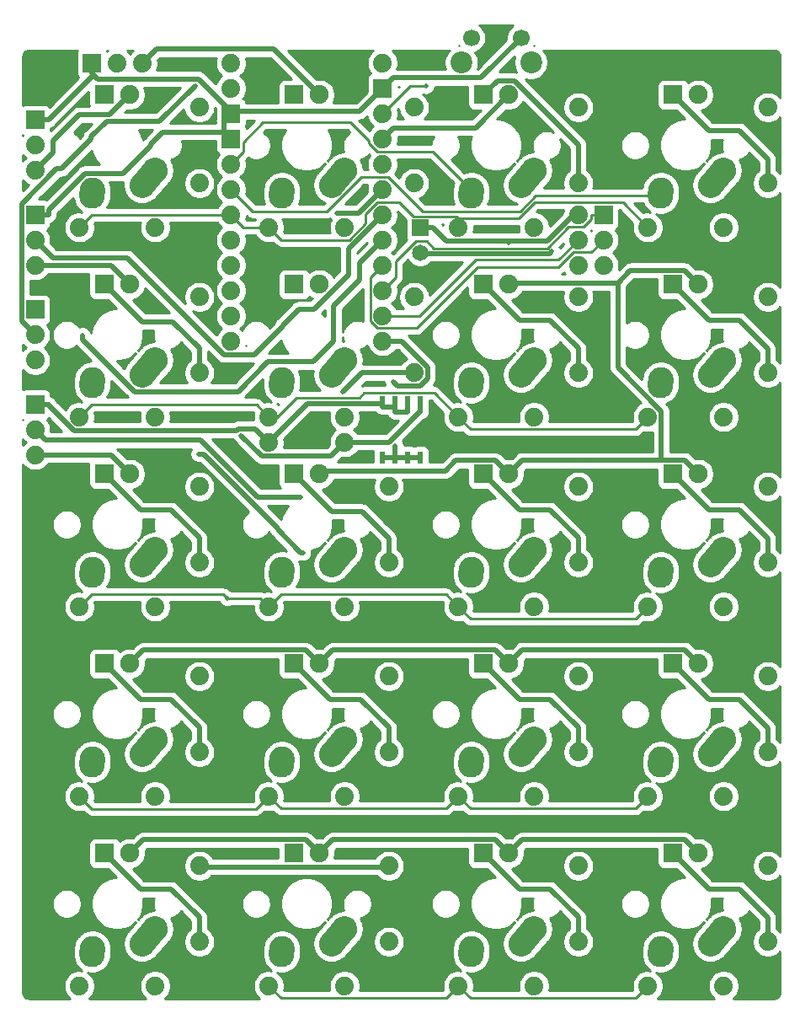
<source format=gbr>
G04 #@! TF.GenerationSoftware,KiCad,Pcbnew,5.1.2-f72e74a~84~ubuntu18.04.1*
G04 #@! TF.CreationDate,2019-07-30T16:00:35-04:00*
G04 #@! TF.ProjectId,numpad-1.0,6e756d70-6164-42d3-912e-302e6b696361,rev?*
G04 #@! TF.SameCoordinates,Original*
G04 #@! TF.FileFunction,Copper,L2,Bot*
G04 #@! TF.FilePolarity,Positive*
%FSLAX46Y46*%
G04 Gerber Fmt 4.6, Leading zero omitted, Abs format (unit mm)*
G04 Created by KiCad (PCBNEW 5.1.2-f72e74a~84~ubuntu18.04.1) date 2019-07-30 16:00:35*
%MOMM*%
%LPD*%
G04 APERTURE LIST*
%ADD10C,1.879600*%
%ADD11R,1.879600X1.879600*%
%ADD12R,1.651000X1.651000*%
%ADD13C,1.651000*%
%ADD14R,0.599440X1.198880*%
%ADD15C,1.699260*%
%ADD16C,2.199640*%
%ADD17C,1.905000*%
%ADD18R,1.905000X1.905000*%
%ADD19C,2.540000*%
%ADD20C,0.100000*%
%ADD21C,0.508000*%
%ADD22C,0.508000*%
%ADD23C,0.254000*%
G04 APERTURE END LIST*
D10*
X125730000Y-51435000D03*
X125730000Y-53975000D03*
D11*
X125730000Y-56515000D03*
X125730000Y-59055000D03*
D10*
X125730000Y-61595000D03*
X125730000Y-64135000D03*
X125730000Y-66675000D03*
X125730000Y-69215000D03*
X125730000Y-71755000D03*
X125730000Y-74295000D03*
X125730000Y-76835000D03*
X125730000Y-79375000D03*
X140970000Y-79375000D03*
X140970000Y-76835000D03*
X140970000Y-74295000D03*
X140970000Y-71755000D03*
X140970000Y-69215000D03*
X140970000Y-66675000D03*
X140970000Y-64135000D03*
X140970000Y-61595000D03*
X140970000Y-59055000D03*
X140970000Y-56515000D03*
D11*
X140970000Y-53975000D03*
D10*
X140970000Y-51435000D03*
D11*
X106045000Y-85725000D03*
D10*
X106045000Y-88265000D03*
X106045000Y-90805000D03*
X106045000Y-81280000D03*
X106045000Y-78740000D03*
D11*
X106045000Y-76200000D03*
X106045000Y-66675000D03*
D10*
X106045000Y-69215000D03*
X106045000Y-71755000D03*
X106045000Y-62230000D03*
X106045000Y-59690000D03*
D11*
X106045000Y-57150000D03*
D10*
X116840000Y-51435000D03*
X114300000Y-51435000D03*
D11*
X111760000Y-51435000D03*
D12*
X144780000Y-67965320D03*
D13*
X144780000Y-70464680D03*
D10*
X118110000Y-67945000D03*
X110490000Y-67945000D03*
X129540000Y-67945000D03*
X137160000Y-67945000D03*
X156210000Y-67945000D03*
X148590000Y-67945000D03*
X167640000Y-67945000D03*
X175260000Y-67945000D03*
X118110000Y-86995000D03*
X110490000Y-86995000D03*
X129540000Y-86995000D03*
X137160000Y-86995000D03*
X156210000Y-86995000D03*
X148590000Y-86995000D03*
X167640000Y-86995000D03*
X175260000Y-86995000D03*
X118110000Y-106045000D03*
X110490000Y-106045000D03*
X137160000Y-106045000D03*
X129540000Y-106045000D03*
X156210000Y-106045000D03*
X148590000Y-106045000D03*
X167640000Y-106045000D03*
X175260000Y-106045000D03*
X110490000Y-125095000D03*
X118110000Y-125095000D03*
X129540000Y-125095000D03*
X137160000Y-125095000D03*
X156210000Y-125095000D03*
X148590000Y-125095000D03*
X167640000Y-125095000D03*
X175260000Y-125095000D03*
X118110000Y-144145000D03*
X110490000Y-144145000D03*
X129540000Y-144145000D03*
X137160000Y-144145000D03*
X156210000Y-144145000D03*
X148590000Y-144145000D03*
X167640000Y-144145000D03*
X175260000Y-144145000D03*
D11*
X163195000Y-66675000D03*
D10*
X160655000Y-66675000D03*
X163195000Y-69215000D03*
X160655000Y-69215000D03*
X163195000Y-71755000D03*
X160655000Y-71755000D03*
D14*
X140970000Y-85465920D03*
X142240000Y-85465920D03*
X143510000Y-85465920D03*
X144780000Y-85465920D03*
X144780000Y-91064080D03*
X143510000Y-91064080D03*
X142240000Y-91064080D03*
X140970000Y-91064080D03*
D10*
X122555000Y-63500000D03*
X122555000Y-55880000D03*
X144145000Y-55880000D03*
X144145000Y-63500000D03*
X160655000Y-63500000D03*
X160655000Y-55880000D03*
X179705000Y-55880000D03*
X179705000Y-63500000D03*
X122555000Y-74930000D03*
X122555000Y-82550000D03*
X144145000Y-74930000D03*
X144145000Y-82550000D03*
X160655000Y-82550000D03*
X160655000Y-74930000D03*
X179705000Y-82550000D03*
X179705000Y-74930000D03*
X122555000Y-101600000D03*
X122555000Y-93980000D03*
X141605000Y-93980000D03*
X141605000Y-101600000D03*
X160655000Y-93980000D03*
X160655000Y-101600000D03*
X179705000Y-101600000D03*
X179705000Y-93980000D03*
X122555000Y-113030000D03*
X122555000Y-120650000D03*
X141605000Y-120650000D03*
X141605000Y-113030000D03*
X160655000Y-113030000D03*
X160655000Y-120650000D03*
X179705000Y-120650000D03*
X179705000Y-113030000D03*
X122555000Y-139700000D03*
X122555000Y-132080000D03*
X141605000Y-139700000D03*
X141605000Y-132080000D03*
X160655000Y-132080000D03*
X160655000Y-139700000D03*
X179705000Y-139700000D03*
X179705000Y-132080000D03*
X129540000Y-89535000D03*
X137160000Y-89535000D03*
D15*
X149900640Y-48895000D03*
X154899360Y-48895000D03*
D16*
X148902420Y-51394360D03*
X155897580Y-51394360D03*
D17*
X115570000Y-54610000D03*
D18*
X113030000Y-54610000D03*
D19*
X111800000Y-64190000D03*
D20*
G36*
X111663778Y-66036350D02*
G01*
X111540664Y-66020917D01*
X111419642Y-65993543D01*
X111301870Y-65954491D01*
X111188470Y-65904131D01*
X111080526Y-65842948D01*
X110979068Y-65771522D01*
X110885064Y-65690536D01*
X110799410Y-65600763D01*
X110722926Y-65503062D01*
X110656342Y-65398362D01*
X110600292Y-65287666D01*
X110555312Y-65172027D01*
X110521830Y-65052551D01*
X110500167Y-64930379D01*
X110490529Y-64806675D01*
X110493009Y-64682622D01*
X110533009Y-64102621D01*
X110534353Y-64084940D01*
X110539761Y-64044110D01*
X110543746Y-64003652D01*
X110547860Y-63982971D01*
X110550646Y-63961935D01*
X110560072Y-63921573D01*
X110568060Y-63881415D01*
X110574104Y-63861491D01*
X110578864Y-63841109D01*
X110592276Y-63801587D01*
X110604239Y-63762150D01*
X110612094Y-63743186D01*
X110618737Y-63723611D01*
X110636071Y-63685300D01*
X110651934Y-63647005D01*
X110661478Y-63629150D01*
X110669886Y-63610567D01*
X110691016Y-63573887D01*
X110710685Y-63537090D01*
X110721782Y-63520482D01*
X110731823Y-63503052D01*
X110756585Y-63468394D01*
X110779926Y-63433462D01*
X110792428Y-63418228D01*
X110803955Y-63402095D01*
X110832161Y-63369813D01*
X110858992Y-63337120D01*
X110872736Y-63323376D01*
X110885595Y-63308659D01*
X110917014Y-63279098D01*
X110947120Y-63248992D01*
X110961939Y-63236831D01*
X110975963Y-63223635D01*
X111010341Y-63197107D01*
X111043462Y-63169926D01*
X111059162Y-63159436D01*
X111074196Y-63147835D01*
X111111264Y-63124623D01*
X111147090Y-63100685D01*
X111163486Y-63091921D01*
X111179358Y-63081982D01*
X111218780Y-63062366D01*
X111257005Y-63041934D01*
X111273929Y-63034924D01*
X111290444Y-63026706D01*
X111331839Y-63010936D01*
X111372150Y-62994239D01*
X111389430Y-62988997D01*
X111406393Y-62982535D01*
X111449381Y-62970811D01*
X111491415Y-62958060D01*
X111508847Y-62954593D01*
X111526099Y-62949887D01*
X111570349Y-62942359D01*
X111613652Y-62933746D01*
X111631065Y-62932031D01*
X111648421Y-62929078D01*
X111693465Y-62925885D01*
X111737684Y-62921530D01*
X111754907Y-62921530D01*
X111772189Y-62920305D01*
X111817612Y-62921530D01*
X111862316Y-62921530D01*
X111879172Y-62923190D01*
X111896222Y-62923650D01*
X111941590Y-62929338D01*
X111986348Y-62933746D01*
X112002699Y-62936998D01*
X112019336Y-62939084D01*
X112064200Y-62949231D01*
X112108585Y-62958060D01*
X112124277Y-62962820D01*
X112140358Y-62966457D01*
X112184314Y-62981032D01*
X112227850Y-62994239D01*
X112242730Y-63000402D01*
X112258130Y-63005509D01*
X112300712Y-63024420D01*
X112342995Y-63041934D01*
X112356961Y-63049399D01*
X112371530Y-63055869D01*
X112412315Y-63078986D01*
X112452910Y-63100685D01*
X112465852Y-63109332D01*
X112479474Y-63117053D01*
X112518027Y-63144194D01*
X112556538Y-63169926D01*
X112568362Y-63179630D01*
X112580932Y-63188479D01*
X112616858Y-63219429D01*
X112652880Y-63248992D01*
X112663499Y-63259611D01*
X112674936Y-63269464D01*
X112707875Y-63303987D01*
X112741008Y-63337120D01*
X112750358Y-63348513D01*
X112760590Y-63359237D01*
X112790186Y-63397043D01*
X112820074Y-63433462D01*
X112828107Y-63445484D01*
X112837074Y-63456939D01*
X112863004Y-63497712D01*
X112889315Y-63537090D01*
X112895999Y-63549594D01*
X112903658Y-63561638D01*
X112925614Y-63605000D01*
X112948066Y-63647005D01*
X112953388Y-63659853D01*
X112959708Y-63672335D01*
X112977426Y-63717885D01*
X112995761Y-63762150D01*
X112999720Y-63775201D01*
X113004688Y-63787973D01*
X113017950Y-63835296D01*
X113031940Y-63881415D01*
X113034547Y-63894519D01*
X113038170Y-63907449D01*
X113046805Y-63956150D01*
X113056254Y-64003652D01*
X113057536Y-64016664D01*
X113059833Y-64029621D01*
X113063700Y-64079249D01*
X113068470Y-64127684D01*
X113068470Y-64140477D01*
X113069471Y-64153325D01*
X113068470Y-64203397D01*
X113068470Y-64252316D01*
X113067243Y-64264774D01*
X113066991Y-64277379D01*
X113026990Y-64857379D01*
X113025647Y-64875060D01*
X113009354Y-64998065D01*
X112981136Y-65118892D01*
X112941263Y-65236389D01*
X112890114Y-65349434D01*
X112828177Y-65456948D01*
X112756045Y-65557905D01*
X112674405Y-65651342D01*
X112584037Y-65736366D01*
X112485804Y-65812166D01*
X112380642Y-65878018D01*
X112269556Y-65933294D01*
X112153607Y-65977466D01*
X112033901Y-66010113D01*
X111911579Y-66030922D01*
X111787811Y-66039696D01*
X111663778Y-66036350D01*
X111663778Y-66036350D01*
G37*
D19*
X111760000Y-64770000D03*
X118110000Y-62230000D03*
D20*
G36*
X116731312Y-64958141D02*
G01*
X116607890Y-64945386D01*
X116486303Y-64920649D01*
X116367710Y-64884163D01*
X116253243Y-64836281D01*
X116143995Y-64777455D01*
X116041009Y-64708250D01*
X115945268Y-64629326D01*
X115857685Y-64541436D01*
X115779096Y-64445419D01*
X115710253Y-64342191D01*
X115651811Y-64232737D01*
X115604329Y-64118104D01*
X115568260Y-63999384D01*
X115543949Y-63877711D01*
X115531626Y-63754245D01*
X115531410Y-63630167D01*
X115543303Y-63506660D01*
X115567192Y-63384903D01*
X115602848Y-63266058D01*
X115649931Y-63151259D01*
X115707991Y-63041604D01*
X115776476Y-62938137D01*
X115854729Y-62841847D01*
X117164730Y-61381847D01*
X117168633Y-61377557D01*
X117168992Y-61377120D01*
X117169425Y-61376687D01*
X117176664Y-61368731D01*
X117218056Y-61328056D01*
X117257120Y-61288992D01*
X117261297Y-61285564D01*
X117265164Y-61281764D01*
X117310571Y-61245126D01*
X117353462Y-61209926D01*
X117357731Y-61207074D01*
X117361728Y-61203848D01*
X117410826Y-61171597D01*
X117457090Y-61140685D01*
X117461368Y-61138398D01*
X117465434Y-61135727D01*
X117517813Y-61108228D01*
X117567005Y-61081934D01*
X117571227Y-61080185D01*
X117575292Y-61078051D01*
X117630393Y-61055678D01*
X117682150Y-61034239D01*
X117686274Y-61032988D01*
X117690255Y-61031371D01*
X117747582Y-61014390D01*
X117801415Y-60998060D01*
X117805366Y-60997274D01*
X117809224Y-60996131D01*
X117868372Y-60984742D01*
X117923652Y-60973746D01*
X117927376Y-60973379D01*
X117931064Y-60972669D01*
X117991586Y-60967055D01*
X118047684Y-60961530D01*
X118051151Y-60961530D01*
X118054612Y-60961209D01*
X118115886Y-60961530D01*
X118172316Y-60961530D01*
X118175486Y-60961842D01*
X118178688Y-60961859D01*
X118240202Y-60968216D01*
X118296348Y-60973746D01*
X118299200Y-60974313D01*
X118302110Y-60974614D01*
X118363141Y-60987032D01*
X118418585Y-60998060D01*
X118421107Y-60998825D01*
X118423697Y-60999352D01*
X118483877Y-61017866D01*
X118537850Y-61034239D01*
X118540029Y-61035142D01*
X118542290Y-61035837D01*
X118601108Y-61060441D01*
X118652995Y-61081934D01*
X118654826Y-61082912D01*
X118656756Y-61083720D01*
X118713746Y-61114406D01*
X118762910Y-61140685D01*
X118764402Y-61141682D01*
X118766005Y-61142545D01*
X118820512Y-61179173D01*
X118866538Y-61209926D01*
X118867719Y-61210895D01*
X118868991Y-61211750D01*
X118920407Y-61254135D01*
X118962880Y-61288992D01*
X118963764Y-61289876D01*
X118964732Y-61290674D01*
X119013231Y-61339343D01*
X119051008Y-61377120D01*
X119051624Y-61377870D01*
X119052315Y-61378564D01*
X119097671Y-61433979D01*
X119130074Y-61473462D01*
X119130460Y-61474040D01*
X119130903Y-61474581D01*
X119174056Y-61539287D01*
X119199315Y-61577090D01*
X119199507Y-61577449D01*
X119199747Y-61577809D01*
X119243571Y-61659887D01*
X119258066Y-61687005D01*
X119258121Y-61687137D01*
X119258188Y-61687263D01*
X119305671Y-61801897D01*
X119305712Y-61802031D01*
X119305761Y-61802150D01*
X119314311Y-61830335D01*
X119341740Y-61920617D01*
X119341821Y-61921023D01*
X119341940Y-61921415D01*
X119350929Y-61966608D01*
X119366051Y-62042290D01*
X119366119Y-62042975D01*
X119366254Y-62043652D01*
X119371265Y-62094527D01*
X119378374Y-62165756D01*
X119378376Y-62166726D01*
X119378470Y-62167684D01*
X119378470Y-62220902D01*
X119378590Y-62289834D01*
X119378470Y-62291080D01*
X119378470Y-62292316D01*
X119373114Y-62346702D01*
X119366696Y-62413341D01*
X119366403Y-62414834D01*
X119366254Y-62416348D01*
X119355406Y-62470885D01*
X119342808Y-62535097D01*
X119342291Y-62536820D01*
X119341940Y-62538585D01*
X119325631Y-62592347D01*
X119307151Y-62653942D01*
X119306367Y-62655852D01*
X119305761Y-62657850D01*
X119284220Y-62709855D01*
X119260069Y-62768741D01*
X119258962Y-62770831D01*
X119258066Y-62772995D01*
X119231533Y-62822634D01*
X119202008Y-62878396D01*
X119200552Y-62880596D01*
X119199315Y-62882910D01*
X119167970Y-62929822D01*
X119133524Y-62981864D01*
X119131688Y-62984122D01*
X119130074Y-62986538D01*
X119094208Y-63030240D01*
X119055270Y-63078153D01*
X117745270Y-64538154D01*
X117733336Y-64551269D01*
X117644836Y-64638236D01*
X117548272Y-64716152D01*
X117444566Y-64784274D01*
X117334708Y-64841950D01*
X117219745Y-64888630D01*
X117100776Y-64923870D01*
X116978936Y-64947331D01*
X116855388Y-64958791D01*
X116731312Y-64958141D01*
X116731312Y-64958141D01*
G37*
D19*
X116800000Y-63690000D03*
D17*
X134620000Y-54610000D03*
D18*
X132080000Y-54610000D03*
D19*
X130850000Y-64190000D03*
D20*
G36*
X130713778Y-66036350D02*
G01*
X130590664Y-66020917D01*
X130469642Y-65993543D01*
X130351870Y-65954491D01*
X130238470Y-65904131D01*
X130130526Y-65842948D01*
X130029068Y-65771522D01*
X129935064Y-65690536D01*
X129849410Y-65600763D01*
X129772926Y-65503062D01*
X129706342Y-65398362D01*
X129650292Y-65287666D01*
X129605312Y-65172027D01*
X129571830Y-65052551D01*
X129550167Y-64930379D01*
X129540529Y-64806675D01*
X129543009Y-64682622D01*
X129583009Y-64102621D01*
X129584353Y-64084940D01*
X129589761Y-64044110D01*
X129593746Y-64003652D01*
X129597860Y-63982971D01*
X129600646Y-63961935D01*
X129610072Y-63921573D01*
X129618060Y-63881415D01*
X129624104Y-63861491D01*
X129628864Y-63841109D01*
X129642276Y-63801587D01*
X129654239Y-63762150D01*
X129662094Y-63743186D01*
X129668737Y-63723611D01*
X129686071Y-63685300D01*
X129701934Y-63647005D01*
X129711478Y-63629150D01*
X129719886Y-63610567D01*
X129741016Y-63573887D01*
X129760685Y-63537090D01*
X129771782Y-63520482D01*
X129781823Y-63503052D01*
X129806585Y-63468394D01*
X129829926Y-63433462D01*
X129842428Y-63418228D01*
X129853955Y-63402095D01*
X129882161Y-63369813D01*
X129908992Y-63337120D01*
X129922736Y-63323376D01*
X129935595Y-63308659D01*
X129967014Y-63279098D01*
X129997120Y-63248992D01*
X130011939Y-63236831D01*
X130025963Y-63223635D01*
X130060341Y-63197107D01*
X130093462Y-63169926D01*
X130109162Y-63159436D01*
X130124196Y-63147835D01*
X130161264Y-63124623D01*
X130197090Y-63100685D01*
X130213486Y-63091921D01*
X130229358Y-63081982D01*
X130268780Y-63062366D01*
X130307005Y-63041934D01*
X130323929Y-63034924D01*
X130340444Y-63026706D01*
X130381839Y-63010936D01*
X130422150Y-62994239D01*
X130439430Y-62988997D01*
X130456393Y-62982535D01*
X130499381Y-62970811D01*
X130541415Y-62958060D01*
X130558847Y-62954593D01*
X130576099Y-62949887D01*
X130620349Y-62942359D01*
X130663652Y-62933746D01*
X130681065Y-62932031D01*
X130698421Y-62929078D01*
X130743465Y-62925885D01*
X130787684Y-62921530D01*
X130804907Y-62921530D01*
X130822189Y-62920305D01*
X130867612Y-62921530D01*
X130912316Y-62921530D01*
X130929172Y-62923190D01*
X130946222Y-62923650D01*
X130991590Y-62929338D01*
X131036348Y-62933746D01*
X131052699Y-62936998D01*
X131069336Y-62939084D01*
X131114200Y-62949231D01*
X131158585Y-62958060D01*
X131174277Y-62962820D01*
X131190358Y-62966457D01*
X131234314Y-62981032D01*
X131277850Y-62994239D01*
X131292730Y-63000402D01*
X131308130Y-63005509D01*
X131350712Y-63024420D01*
X131392995Y-63041934D01*
X131406961Y-63049399D01*
X131421530Y-63055869D01*
X131462315Y-63078986D01*
X131502910Y-63100685D01*
X131515852Y-63109332D01*
X131529474Y-63117053D01*
X131568027Y-63144194D01*
X131606538Y-63169926D01*
X131618362Y-63179630D01*
X131630932Y-63188479D01*
X131666858Y-63219429D01*
X131702880Y-63248992D01*
X131713499Y-63259611D01*
X131724936Y-63269464D01*
X131757875Y-63303987D01*
X131791008Y-63337120D01*
X131800358Y-63348513D01*
X131810590Y-63359237D01*
X131840186Y-63397043D01*
X131870074Y-63433462D01*
X131878107Y-63445484D01*
X131887074Y-63456939D01*
X131913004Y-63497712D01*
X131939315Y-63537090D01*
X131945999Y-63549594D01*
X131953658Y-63561638D01*
X131975614Y-63605000D01*
X131998066Y-63647005D01*
X132003388Y-63659853D01*
X132009708Y-63672335D01*
X132027426Y-63717885D01*
X132045761Y-63762150D01*
X132049720Y-63775201D01*
X132054688Y-63787973D01*
X132067950Y-63835296D01*
X132081940Y-63881415D01*
X132084547Y-63894519D01*
X132088170Y-63907449D01*
X132096805Y-63956150D01*
X132106254Y-64003652D01*
X132107536Y-64016664D01*
X132109833Y-64029621D01*
X132113700Y-64079249D01*
X132118470Y-64127684D01*
X132118470Y-64140477D01*
X132119471Y-64153325D01*
X132118470Y-64203397D01*
X132118470Y-64252316D01*
X132117243Y-64264774D01*
X132116991Y-64277379D01*
X132076990Y-64857379D01*
X132075647Y-64875060D01*
X132059354Y-64998065D01*
X132031136Y-65118892D01*
X131991263Y-65236389D01*
X131940114Y-65349434D01*
X131878177Y-65456948D01*
X131806045Y-65557905D01*
X131724405Y-65651342D01*
X131634037Y-65736366D01*
X131535804Y-65812166D01*
X131430642Y-65878018D01*
X131319556Y-65933294D01*
X131203607Y-65977466D01*
X131083901Y-66010113D01*
X130961579Y-66030922D01*
X130837811Y-66039696D01*
X130713778Y-66036350D01*
X130713778Y-66036350D01*
G37*
D19*
X130810000Y-64770000D03*
X137160000Y-62230000D03*
D20*
G36*
X135781312Y-64958141D02*
G01*
X135657890Y-64945386D01*
X135536303Y-64920649D01*
X135417710Y-64884163D01*
X135303243Y-64836281D01*
X135193995Y-64777455D01*
X135091009Y-64708250D01*
X134995268Y-64629326D01*
X134907685Y-64541436D01*
X134829096Y-64445419D01*
X134760253Y-64342191D01*
X134701811Y-64232737D01*
X134654329Y-64118104D01*
X134618260Y-63999384D01*
X134593949Y-63877711D01*
X134581626Y-63754245D01*
X134581410Y-63630167D01*
X134593303Y-63506660D01*
X134617192Y-63384903D01*
X134652848Y-63266058D01*
X134699931Y-63151259D01*
X134757991Y-63041604D01*
X134826476Y-62938137D01*
X134904729Y-62841847D01*
X136214730Y-61381847D01*
X136218633Y-61377557D01*
X136218992Y-61377120D01*
X136219425Y-61376687D01*
X136226664Y-61368731D01*
X136268056Y-61328056D01*
X136307120Y-61288992D01*
X136311297Y-61285564D01*
X136315164Y-61281764D01*
X136360571Y-61245126D01*
X136403462Y-61209926D01*
X136407731Y-61207074D01*
X136411728Y-61203848D01*
X136460826Y-61171597D01*
X136507090Y-61140685D01*
X136511368Y-61138398D01*
X136515434Y-61135727D01*
X136567813Y-61108228D01*
X136617005Y-61081934D01*
X136621227Y-61080185D01*
X136625292Y-61078051D01*
X136680393Y-61055678D01*
X136732150Y-61034239D01*
X136736274Y-61032988D01*
X136740255Y-61031371D01*
X136797582Y-61014390D01*
X136851415Y-60998060D01*
X136855366Y-60997274D01*
X136859224Y-60996131D01*
X136918372Y-60984742D01*
X136973652Y-60973746D01*
X136977376Y-60973379D01*
X136981064Y-60972669D01*
X137041586Y-60967055D01*
X137097684Y-60961530D01*
X137101151Y-60961530D01*
X137104612Y-60961209D01*
X137165886Y-60961530D01*
X137222316Y-60961530D01*
X137225486Y-60961842D01*
X137228688Y-60961859D01*
X137290202Y-60968216D01*
X137346348Y-60973746D01*
X137349200Y-60974313D01*
X137352110Y-60974614D01*
X137413141Y-60987032D01*
X137468585Y-60998060D01*
X137471107Y-60998825D01*
X137473697Y-60999352D01*
X137533877Y-61017866D01*
X137587850Y-61034239D01*
X137590029Y-61035142D01*
X137592290Y-61035837D01*
X137651108Y-61060441D01*
X137702995Y-61081934D01*
X137704826Y-61082912D01*
X137706756Y-61083720D01*
X137763746Y-61114406D01*
X137812910Y-61140685D01*
X137814402Y-61141682D01*
X137816005Y-61142545D01*
X137870512Y-61179173D01*
X137916538Y-61209926D01*
X137917719Y-61210895D01*
X137918991Y-61211750D01*
X137970407Y-61254135D01*
X138012880Y-61288992D01*
X138013764Y-61289876D01*
X138014732Y-61290674D01*
X138063231Y-61339343D01*
X138101008Y-61377120D01*
X138101624Y-61377870D01*
X138102315Y-61378564D01*
X138147671Y-61433979D01*
X138180074Y-61473462D01*
X138180460Y-61474040D01*
X138180903Y-61474581D01*
X138224056Y-61539287D01*
X138249315Y-61577090D01*
X138249507Y-61577449D01*
X138249747Y-61577809D01*
X138293571Y-61659887D01*
X138308066Y-61687005D01*
X138308121Y-61687137D01*
X138308188Y-61687263D01*
X138355671Y-61801897D01*
X138355712Y-61802031D01*
X138355761Y-61802150D01*
X138364311Y-61830335D01*
X138391740Y-61920617D01*
X138391821Y-61921023D01*
X138391940Y-61921415D01*
X138400929Y-61966608D01*
X138416051Y-62042290D01*
X138416119Y-62042975D01*
X138416254Y-62043652D01*
X138421265Y-62094527D01*
X138428374Y-62165756D01*
X138428376Y-62166726D01*
X138428470Y-62167684D01*
X138428470Y-62220902D01*
X138428590Y-62289834D01*
X138428470Y-62291080D01*
X138428470Y-62292316D01*
X138423114Y-62346702D01*
X138416696Y-62413341D01*
X138416403Y-62414834D01*
X138416254Y-62416348D01*
X138405406Y-62470885D01*
X138392808Y-62535097D01*
X138392291Y-62536820D01*
X138391940Y-62538585D01*
X138375631Y-62592347D01*
X138357151Y-62653942D01*
X138356367Y-62655852D01*
X138355761Y-62657850D01*
X138334220Y-62709855D01*
X138310069Y-62768741D01*
X138308962Y-62770831D01*
X138308066Y-62772995D01*
X138281533Y-62822634D01*
X138252008Y-62878396D01*
X138250552Y-62880596D01*
X138249315Y-62882910D01*
X138217970Y-62929822D01*
X138183524Y-62981864D01*
X138181688Y-62984122D01*
X138180074Y-62986538D01*
X138144208Y-63030240D01*
X138105270Y-63078153D01*
X136795270Y-64538154D01*
X136783336Y-64551269D01*
X136694836Y-64638236D01*
X136598272Y-64716152D01*
X136494566Y-64784274D01*
X136384708Y-64841950D01*
X136269745Y-64888630D01*
X136150776Y-64923870D01*
X136028936Y-64947331D01*
X135905388Y-64958791D01*
X135781312Y-64958141D01*
X135781312Y-64958141D01*
G37*
D19*
X135850000Y-63690000D03*
X154900000Y-63690000D03*
X156210000Y-62230000D03*
D20*
G36*
X154831312Y-64958141D02*
G01*
X154707890Y-64945386D01*
X154586303Y-64920649D01*
X154467710Y-64884163D01*
X154353243Y-64836281D01*
X154243995Y-64777455D01*
X154141009Y-64708250D01*
X154045268Y-64629326D01*
X153957685Y-64541436D01*
X153879096Y-64445419D01*
X153810253Y-64342191D01*
X153751811Y-64232737D01*
X153704329Y-64118104D01*
X153668260Y-63999384D01*
X153643949Y-63877711D01*
X153631626Y-63754245D01*
X153631410Y-63630167D01*
X153643303Y-63506660D01*
X153667192Y-63384903D01*
X153702848Y-63266058D01*
X153749931Y-63151259D01*
X153807991Y-63041604D01*
X153876476Y-62938137D01*
X153954729Y-62841847D01*
X155264730Y-61381847D01*
X155268633Y-61377557D01*
X155268992Y-61377120D01*
X155269425Y-61376687D01*
X155276664Y-61368731D01*
X155318056Y-61328056D01*
X155357120Y-61288992D01*
X155361297Y-61285564D01*
X155365164Y-61281764D01*
X155410571Y-61245126D01*
X155453462Y-61209926D01*
X155457731Y-61207074D01*
X155461728Y-61203848D01*
X155510826Y-61171597D01*
X155557090Y-61140685D01*
X155561368Y-61138398D01*
X155565434Y-61135727D01*
X155617813Y-61108228D01*
X155667005Y-61081934D01*
X155671227Y-61080185D01*
X155675292Y-61078051D01*
X155730393Y-61055678D01*
X155782150Y-61034239D01*
X155786274Y-61032988D01*
X155790255Y-61031371D01*
X155847582Y-61014390D01*
X155901415Y-60998060D01*
X155905366Y-60997274D01*
X155909224Y-60996131D01*
X155968372Y-60984742D01*
X156023652Y-60973746D01*
X156027376Y-60973379D01*
X156031064Y-60972669D01*
X156091586Y-60967055D01*
X156147684Y-60961530D01*
X156151151Y-60961530D01*
X156154612Y-60961209D01*
X156215886Y-60961530D01*
X156272316Y-60961530D01*
X156275486Y-60961842D01*
X156278688Y-60961859D01*
X156340202Y-60968216D01*
X156396348Y-60973746D01*
X156399200Y-60974313D01*
X156402110Y-60974614D01*
X156463141Y-60987032D01*
X156518585Y-60998060D01*
X156521107Y-60998825D01*
X156523697Y-60999352D01*
X156583877Y-61017866D01*
X156637850Y-61034239D01*
X156640029Y-61035142D01*
X156642290Y-61035837D01*
X156701108Y-61060441D01*
X156752995Y-61081934D01*
X156754826Y-61082912D01*
X156756756Y-61083720D01*
X156813746Y-61114406D01*
X156862910Y-61140685D01*
X156864402Y-61141682D01*
X156866005Y-61142545D01*
X156920512Y-61179173D01*
X156966538Y-61209926D01*
X156967719Y-61210895D01*
X156968991Y-61211750D01*
X157020407Y-61254135D01*
X157062880Y-61288992D01*
X157063764Y-61289876D01*
X157064732Y-61290674D01*
X157113231Y-61339343D01*
X157151008Y-61377120D01*
X157151624Y-61377870D01*
X157152315Y-61378564D01*
X157197671Y-61433979D01*
X157230074Y-61473462D01*
X157230460Y-61474040D01*
X157230903Y-61474581D01*
X157274056Y-61539287D01*
X157299315Y-61577090D01*
X157299507Y-61577449D01*
X157299747Y-61577809D01*
X157343571Y-61659887D01*
X157358066Y-61687005D01*
X157358121Y-61687137D01*
X157358188Y-61687263D01*
X157405671Y-61801897D01*
X157405712Y-61802031D01*
X157405761Y-61802150D01*
X157414311Y-61830335D01*
X157441740Y-61920617D01*
X157441821Y-61921023D01*
X157441940Y-61921415D01*
X157450929Y-61966608D01*
X157466051Y-62042290D01*
X157466119Y-62042975D01*
X157466254Y-62043652D01*
X157471265Y-62094527D01*
X157478374Y-62165756D01*
X157478376Y-62166726D01*
X157478470Y-62167684D01*
X157478470Y-62220902D01*
X157478590Y-62289834D01*
X157478470Y-62291080D01*
X157478470Y-62292316D01*
X157473114Y-62346702D01*
X157466696Y-62413341D01*
X157466403Y-62414834D01*
X157466254Y-62416348D01*
X157455406Y-62470885D01*
X157442808Y-62535097D01*
X157442291Y-62536820D01*
X157441940Y-62538585D01*
X157425631Y-62592347D01*
X157407151Y-62653942D01*
X157406367Y-62655852D01*
X157405761Y-62657850D01*
X157384220Y-62709855D01*
X157360069Y-62768741D01*
X157358962Y-62770831D01*
X157358066Y-62772995D01*
X157331533Y-62822634D01*
X157302008Y-62878396D01*
X157300552Y-62880596D01*
X157299315Y-62882910D01*
X157267970Y-62929822D01*
X157233524Y-62981864D01*
X157231688Y-62984122D01*
X157230074Y-62986538D01*
X157194208Y-63030240D01*
X157155270Y-63078153D01*
X155845270Y-64538154D01*
X155833336Y-64551269D01*
X155744836Y-64638236D01*
X155648272Y-64716152D01*
X155544566Y-64784274D01*
X155434708Y-64841950D01*
X155319745Y-64888630D01*
X155200776Y-64923870D01*
X155078936Y-64947331D01*
X154955388Y-64958791D01*
X154831312Y-64958141D01*
X154831312Y-64958141D01*
G37*
D19*
X149860000Y-64770000D03*
X149900000Y-64190000D03*
D20*
G36*
X149763778Y-66036350D02*
G01*
X149640664Y-66020917D01*
X149519642Y-65993543D01*
X149401870Y-65954491D01*
X149288470Y-65904131D01*
X149180526Y-65842948D01*
X149079068Y-65771522D01*
X148985064Y-65690536D01*
X148899410Y-65600763D01*
X148822926Y-65503062D01*
X148756342Y-65398362D01*
X148700292Y-65287666D01*
X148655312Y-65172027D01*
X148621830Y-65052551D01*
X148600167Y-64930379D01*
X148590529Y-64806675D01*
X148593009Y-64682622D01*
X148633009Y-64102621D01*
X148634353Y-64084940D01*
X148639761Y-64044110D01*
X148643746Y-64003652D01*
X148647860Y-63982971D01*
X148650646Y-63961935D01*
X148660072Y-63921573D01*
X148668060Y-63881415D01*
X148674104Y-63861491D01*
X148678864Y-63841109D01*
X148692276Y-63801587D01*
X148704239Y-63762150D01*
X148712094Y-63743186D01*
X148718737Y-63723611D01*
X148736071Y-63685300D01*
X148751934Y-63647005D01*
X148761478Y-63629150D01*
X148769886Y-63610567D01*
X148791016Y-63573887D01*
X148810685Y-63537090D01*
X148821782Y-63520482D01*
X148831823Y-63503052D01*
X148856585Y-63468394D01*
X148879926Y-63433462D01*
X148892428Y-63418228D01*
X148903955Y-63402095D01*
X148932161Y-63369813D01*
X148958992Y-63337120D01*
X148972736Y-63323376D01*
X148985595Y-63308659D01*
X149017014Y-63279098D01*
X149047120Y-63248992D01*
X149061939Y-63236831D01*
X149075963Y-63223635D01*
X149110341Y-63197107D01*
X149143462Y-63169926D01*
X149159162Y-63159436D01*
X149174196Y-63147835D01*
X149211264Y-63124623D01*
X149247090Y-63100685D01*
X149263486Y-63091921D01*
X149279358Y-63081982D01*
X149318780Y-63062366D01*
X149357005Y-63041934D01*
X149373929Y-63034924D01*
X149390444Y-63026706D01*
X149431839Y-63010936D01*
X149472150Y-62994239D01*
X149489430Y-62988997D01*
X149506393Y-62982535D01*
X149549381Y-62970811D01*
X149591415Y-62958060D01*
X149608847Y-62954593D01*
X149626099Y-62949887D01*
X149670349Y-62942359D01*
X149713652Y-62933746D01*
X149731065Y-62932031D01*
X149748421Y-62929078D01*
X149793465Y-62925885D01*
X149837684Y-62921530D01*
X149854907Y-62921530D01*
X149872189Y-62920305D01*
X149917612Y-62921530D01*
X149962316Y-62921530D01*
X149979172Y-62923190D01*
X149996222Y-62923650D01*
X150041590Y-62929338D01*
X150086348Y-62933746D01*
X150102699Y-62936998D01*
X150119336Y-62939084D01*
X150164200Y-62949231D01*
X150208585Y-62958060D01*
X150224277Y-62962820D01*
X150240358Y-62966457D01*
X150284314Y-62981032D01*
X150327850Y-62994239D01*
X150342730Y-63000402D01*
X150358130Y-63005509D01*
X150400712Y-63024420D01*
X150442995Y-63041934D01*
X150456961Y-63049399D01*
X150471530Y-63055869D01*
X150512315Y-63078986D01*
X150552910Y-63100685D01*
X150565852Y-63109332D01*
X150579474Y-63117053D01*
X150618027Y-63144194D01*
X150656538Y-63169926D01*
X150668362Y-63179630D01*
X150680932Y-63188479D01*
X150716858Y-63219429D01*
X150752880Y-63248992D01*
X150763499Y-63259611D01*
X150774936Y-63269464D01*
X150807875Y-63303987D01*
X150841008Y-63337120D01*
X150850358Y-63348513D01*
X150860590Y-63359237D01*
X150890186Y-63397043D01*
X150920074Y-63433462D01*
X150928107Y-63445484D01*
X150937074Y-63456939D01*
X150963004Y-63497712D01*
X150989315Y-63537090D01*
X150995999Y-63549594D01*
X151003658Y-63561638D01*
X151025614Y-63605000D01*
X151048066Y-63647005D01*
X151053388Y-63659853D01*
X151059708Y-63672335D01*
X151077426Y-63717885D01*
X151095761Y-63762150D01*
X151099720Y-63775201D01*
X151104688Y-63787973D01*
X151117950Y-63835296D01*
X151131940Y-63881415D01*
X151134547Y-63894519D01*
X151138170Y-63907449D01*
X151146805Y-63956150D01*
X151156254Y-64003652D01*
X151157536Y-64016664D01*
X151159833Y-64029621D01*
X151163700Y-64079249D01*
X151168470Y-64127684D01*
X151168470Y-64140477D01*
X151169471Y-64153325D01*
X151168470Y-64203397D01*
X151168470Y-64252316D01*
X151167243Y-64264774D01*
X151166991Y-64277379D01*
X151126990Y-64857379D01*
X151125647Y-64875060D01*
X151109354Y-64998065D01*
X151081136Y-65118892D01*
X151041263Y-65236389D01*
X150990114Y-65349434D01*
X150928177Y-65456948D01*
X150856045Y-65557905D01*
X150774405Y-65651342D01*
X150684037Y-65736366D01*
X150585804Y-65812166D01*
X150480642Y-65878018D01*
X150369556Y-65933294D01*
X150253607Y-65977466D01*
X150133901Y-66010113D01*
X150011579Y-66030922D01*
X149887811Y-66039696D01*
X149763778Y-66036350D01*
X149763778Y-66036350D01*
G37*
D18*
X151130000Y-54610000D03*
D17*
X153670000Y-54610000D03*
X172720000Y-54610000D03*
D18*
X170180000Y-54610000D03*
D19*
X168950000Y-64190000D03*
D20*
G36*
X168813778Y-66036350D02*
G01*
X168690664Y-66020917D01*
X168569642Y-65993543D01*
X168451870Y-65954491D01*
X168338470Y-65904131D01*
X168230526Y-65842948D01*
X168129068Y-65771522D01*
X168035064Y-65690536D01*
X167949410Y-65600763D01*
X167872926Y-65503062D01*
X167806342Y-65398362D01*
X167750292Y-65287666D01*
X167705312Y-65172027D01*
X167671830Y-65052551D01*
X167650167Y-64930379D01*
X167640529Y-64806675D01*
X167643009Y-64682622D01*
X167683009Y-64102621D01*
X167684353Y-64084940D01*
X167689761Y-64044110D01*
X167693746Y-64003652D01*
X167697860Y-63982971D01*
X167700646Y-63961935D01*
X167710072Y-63921573D01*
X167718060Y-63881415D01*
X167724104Y-63861491D01*
X167728864Y-63841109D01*
X167742276Y-63801587D01*
X167754239Y-63762150D01*
X167762094Y-63743186D01*
X167768737Y-63723611D01*
X167786071Y-63685300D01*
X167801934Y-63647005D01*
X167811478Y-63629150D01*
X167819886Y-63610567D01*
X167841016Y-63573887D01*
X167860685Y-63537090D01*
X167871782Y-63520482D01*
X167881823Y-63503052D01*
X167906585Y-63468394D01*
X167929926Y-63433462D01*
X167942428Y-63418228D01*
X167953955Y-63402095D01*
X167982161Y-63369813D01*
X168008992Y-63337120D01*
X168022736Y-63323376D01*
X168035595Y-63308659D01*
X168067014Y-63279098D01*
X168097120Y-63248992D01*
X168111939Y-63236831D01*
X168125963Y-63223635D01*
X168160341Y-63197107D01*
X168193462Y-63169926D01*
X168209162Y-63159436D01*
X168224196Y-63147835D01*
X168261264Y-63124623D01*
X168297090Y-63100685D01*
X168313486Y-63091921D01*
X168329358Y-63081982D01*
X168368780Y-63062366D01*
X168407005Y-63041934D01*
X168423929Y-63034924D01*
X168440444Y-63026706D01*
X168481839Y-63010936D01*
X168522150Y-62994239D01*
X168539430Y-62988997D01*
X168556393Y-62982535D01*
X168599381Y-62970811D01*
X168641415Y-62958060D01*
X168658847Y-62954593D01*
X168676099Y-62949887D01*
X168720349Y-62942359D01*
X168763652Y-62933746D01*
X168781065Y-62932031D01*
X168798421Y-62929078D01*
X168843465Y-62925885D01*
X168887684Y-62921530D01*
X168904907Y-62921530D01*
X168922189Y-62920305D01*
X168967612Y-62921530D01*
X169012316Y-62921530D01*
X169029172Y-62923190D01*
X169046222Y-62923650D01*
X169091590Y-62929338D01*
X169136348Y-62933746D01*
X169152699Y-62936998D01*
X169169336Y-62939084D01*
X169214200Y-62949231D01*
X169258585Y-62958060D01*
X169274277Y-62962820D01*
X169290358Y-62966457D01*
X169334314Y-62981032D01*
X169377850Y-62994239D01*
X169392730Y-63000402D01*
X169408130Y-63005509D01*
X169450712Y-63024420D01*
X169492995Y-63041934D01*
X169506961Y-63049399D01*
X169521530Y-63055869D01*
X169562315Y-63078986D01*
X169602910Y-63100685D01*
X169615852Y-63109332D01*
X169629474Y-63117053D01*
X169668027Y-63144194D01*
X169706538Y-63169926D01*
X169718362Y-63179630D01*
X169730932Y-63188479D01*
X169766858Y-63219429D01*
X169802880Y-63248992D01*
X169813499Y-63259611D01*
X169824936Y-63269464D01*
X169857875Y-63303987D01*
X169891008Y-63337120D01*
X169900358Y-63348513D01*
X169910590Y-63359237D01*
X169940186Y-63397043D01*
X169970074Y-63433462D01*
X169978107Y-63445484D01*
X169987074Y-63456939D01*
X170013004Y-63497712D01*
X170039315Y-63537090D01*
X170045999Y-63549594D01*
X170053658Y-63561638D01*
X170075614Y-63605000D01*
X170098066Y-63647005D01*
X170103388Y-63659853D01*
X170109708Y-63672335D01*
X170127426Y-63717885D01*
X170145761Y-63762150D01*
X170149720Y-63775201D01*
X170154688Y-63787973D01*
X170167950Y-63835296D01*
X170181940Y-63881415D01*
X170184547Y-63894519D01*
X170188170Y-63907449D01*
X170196805Y-63956150D01*
X170206254Y-64003652D01*
X170207536Y-64016664D01*
X170209833Y-64029621D01*
X170213700Y-64079249D01*
X170218470Y-64127684D01*
X170218470Y-64140477D01*
X170219471Y-64153325D01*
X170218470Y-64203397D01*
X170218470Y-64252316D01*
X170217243Y-64264774D01*
X170216991Y-64277379D01*
X170176990Y-64857379D01*
X170175647Y-64875060D01*
X170159354Y-64998065D01*
X170131136Y-65118892D01*
X170091263Y-65236389D01*
X170040114Y-65349434D01*
X169978177Y-65456948D01*
X169906045Y-65557905D01*
X169824405Y-65651342D01*
X169734037Y-65736366D01*
X169635804Y-65812166D01*
X169530642Y-65878018D01*
X169419556Y-65933294D01*
X169303607Y-65977466D01*
X169183901Y-66010113D01*
X169061579Y-66030922D01*
X168937811Y-66039696D01*
X168813778Y-66036350D01*
X168813778Y-66036350D01*
G37*
D19*
X168910000Y-64770000D03*
X175260000Y-62230000D03*
D20*
G36*
X173881312Y-64958141D02*
G01*
X173757890Y-64945386D01*
X173636303Y-64920649D01*
X173517710Y-64884163D01*
X173403243Y-64836281D01*
X173293995Y-64777455D01*
X173191009Y-64708250D01*
X173095268Y-64629326D01*
X173007685Y-64541436D01*
X172929096Y-64445419D01*
X172860253Y-64342191D01*
X172801811Y-64232737D01*
X172754329Y-64118104D01*
X172718260Y-63999384D01*
X172693949Y-63877711D01*
X172681626Y-63754245D01*
X172681410Y-63630167D01*
X172693303Y-63506660D01*
X172717192Y-63384903D01*
X172752848Y-63266058D01*
X172799931Y-63151259D01*
X172857991Y-63041604D01*
X172926476Y-62938137D01*
X173004729Y-62841847D01*
X174314730Y-61381847D01*
X174318633Y-61377557D01*
X174318992Y-61377120D01*
X174319425Y-61376687D01*
X174326664Y-61368731D01*
X174368056Y-61328056D01*
X174407120Y-61288992D01*
X174411297Y-61285564D01*
X174415164Y-61281764D01*
X174460571Y-61245126D01*
X174503462Y-61209926D01*
X174507731Y-61207074D01*
X174511728Y-61203848D01*
X174560826Y-61171597D01*
X174607090Y-61140685D01*
X174611368Y-61138398D01*
X174615434Y-61135727D01*
X174667813Y-61108228D01*
X174717005Y-61081934D01*
X174721227Y-61080185D01*
X174725292Y-61078051D01*
X174780393Y-61055678D01*
X174832150Y-61034239D01*
X174836274Y-61032988D01*
X174840255Y-61031371D01*
X174897582Y-61014390D01*
X174951415Y-60998060D01*
X174955366Y-60997274D01*
X174959224Y-60996131D01*
X175018372Y-60984742D01*
X175073652Y-60973746D01*
X175077376Y-60973379D01*
X175081064Y-60972669D01*
X175141586Y-60967055D01*
X175197684Y-60961530D01*
X175201151Y-60961530D01*
X175204612Y-60961209D01*
X175265886Y-60961530D01*
X175322316Y-60961530D01*
X175325486Y-60961842D01*
X175328688Y-60961859D01*
X175390202Y-60968216D01*
X175446348Y-60973746D01*
X175449200Y-60974313D01*
X175452110Y-60974614D01*
X175513141Y-60987032D01*
X175568585Y-60998060D01*
X175571107Y-60998825D01*
X175573697Y-60999352D01*
X175633877Y-61017866D01*
X175687850Y-61034239D01*
X175690029Y-61035142D01*
X175692290Y-61035837D01*
X175751108Y-61060441D01*
X175802995Y-61081934D01*
X175804826Y-61082912D01*
X175806756Y-61083720D01*
X175863746Y-61114406D01*
X175912910Y-61140685D01*
X175914402Y-61141682D01*
X175916005Y-61142545D01*
X175970512Y-61179173D01*
X176016538Y-61209926D01*
X176017719Y-61210895D01*
X176018991Y-61211750D01*
X176070407Y-61254135D01*
X176112880Y-61288992D01*
X176113764Y-61289876D01*
X176114732Y-61290674D01*
X176163231Y-61339343D01*
X176201008Y-61377120D01*
X176201624Y-61377870D01*
X176202315Y-61378564D01*
X176247671Y-61433979D01*
X176280074Y-61473462D01*
X176280460Y-61474040D01*
X176280903Y-61474581D01*
X176324056Y-61539287D01*
X176349315Y-61577090D01*
X176349507Y-61577449D01*
X176349747Y-61577809D01*
X176393571Y-61659887D01*
X176408066Y-61687005D01*
X176408121Y-61687137D01*
X176408188Y-61687263D01*
X176455671Y-61801897D01*
X176455712Y-61802031D01*
X176455761Y-61802150D01*
X176464311Y-61830335D01*
X176491740Y-61920617D01*
X176491821Y-61921023D01*
X176491940Y-61921415D01*
X176500929Y-61966608D01*
X176516051Y-62042290D01*
X176516119Y-62042975D01*
X176516254Y-62043652D01*
X176521265Y-62094527D01*
X176528374Y-62165756D01*
X176528376Y-62166726D01*
X176528470Y-62167684D01*
X176528470Y-62220902D01*
X176528590Y-62289834D01*
X176528470Y-62291080D01*
X176528470Y-62292316D01*
X176523114Y-62346702D01*
X176516696Y-62413341D01*
X176516403Y-62414834D01*
X176516254Y-62416348D01*
X176505406Y-62470885D01*
X176492808Y-62535097D01*
X176492291Y-62536820D01*
X176491940Y-62538585D01*
X176475631Y-62592347D01*
X176457151Y-62653942D01*
X176456367Y-62655852D01*
X176455761Y-62657850D01*
X176434220Y-62709855D01*
X176410069Y-62768741D01*
X176408962Y-62770831D01*
X176408066Y-62772995D01*
X176381533Y-62822634D01*
X176352008Y-62878396D01*
X176350552Y-62880596D01*
X176349315Y-62882910D01*
X176317970Y-62929822D01*
X176283524Y-62981864D01*
X176281688Y-62984122D01*
X176280074Y-62986538D01*
X176244208Y-63030240D01*
X176205270Y-63078153D01*
X174895270Y-64538154D01*
X174883336Y-64551269D01*
X174794836Y-64638236D01*
X174698272Y-64716152D01*
X174594566Y-64784274D01*
X174484708Y-64841950D01*
X174369745Y-64888630D01*
X174250776Y-64923870D01*
X174128936Y-64947331D01*
X174005388Y-64958791D01*
X173881312Y-64958141D01*
X173881312Y-64958141D01*
G37*
D19*
X173950000Y-63690000D03*
D17*
X115570000Y-73660000D03*
D18*
X113030000Y-73660000D03*
D19*
X111800000Y-83240000D03*
D20*
G36*
X111663778Y-85086350D02*
G01*
X111540664Y-85070917D01*
X111419642Y-85043543D01*
X111301870Y-85004491D01*
X111188470Y-84954131D01*
X111080526Y-84892948D01*
X110979068Y-84821522D01*
X110885064Y-84740536D01*
X110799410Y-84650763D01*
X110722926Y-84553062D01*
X110656342Y-84448362D01*
X110600292Y-84337666D01*
X110555312Y-84222027D01*
X110521830Y-84102551D01*
X110500167Y-83980379D01*
X110490529Y-83856675D01*
X110493009Y-83732622D01*
X110533009Y-83152621D01*
X110534353Y-83134940D01*
X110539761Y-83094110D01*
X110543746Y-83053652D01*
X110547860Y-83032971D01*
X110550646Y-83011935D01*
X110560072Y-82971573D01*
X110568060Y-82931415D01*
X110574104Y-82911491D01*
X110578864Y-82891109D01*
X110592276Y-82851587D01*
X110604239Y-82812150D01*
X110612094Y-82793186D01*
X110618737Y-82773611D01*
X110636071Y-82735300D01*
X110651934Y-82697005D01*
X110661478Y-82679150D01*
X110669886Y-82660567D01*
X110691016Y-82623887D01*
X110710685Y-82587090D01*
X110721782Y-82570482D01*
X110731823Y-82553052D01*
X110756585Y-82518394D01*
X110779926Y-82483462D01*
X110792428Y-82468228D01*
X110803955Y-82452095D01*
X110832161Y-82419813D01*
X110858992Y-82387120D01*
X110872736Y-82373376D01*
X110885595Y-82358659D01*
X110917014Y-82329098D01*
X110947120Y-82298992D01*
X110961939Y-82286831D01*
X110975963Y-82273635D01*
X111010341Y-82247107D01*
X111043462Y-82219926D01*
X111059162Y-82209436D01*
X111074196Y-82197835D01*
X111111264Y-82174623D01*
X111147090Y-82150685D01*
X111163486Y-82141921D01*
X111179358Y-82131982D01*
X111218780Y-82112366D01*
X111257005Y-82091934D01*
X111273929Y-82084924D01*
X111290444Y-82076706D01*
X111331839Y-82060936D01*
X111372150Y-82044239D01*
X111389430Y-82038997D01*
X111406393Y-82032535D01*
X111449381Y-82020811D01*
X111491415Y-82008060D01*
X111508847Y-82004593D01*
X111526099Y-81999887D01*
X111570349Y-81992359D01*
X111613652Y-81983746D01*
X111631065Y-81982031D01*
X111648421Y-81979078D01*
X111693465Y-81975885D01*
X111737684Y-81971530D01*
X111754907Y-81971530D01*
X111772189Y-81970305D01*
X111817612Y-81971530D01*
X111862316Y-81971530D01*
X111879172Y-81973190D01*
X111896222Y-81973650D01*
X111941590Y-81979338D01*
X111986348Y-81983746D01*
X112002699Y-81986998D01*
X112019336Y-81989084D01*
X112064200Y-81999231D01*
X112108585Y-82008060D01*
X112124277Y-82012820D01*
X112140358Y-82016457D01*
X112184314Y-82031032D01*
X112227850Y-82044239D01*
X112242730Y-82050402D01*
X112258130Y-82055509D01*
X112300712Y-82074420D01*
X112342995Y-82091934D01*
X112356961Y-82099399D01*
X112371530Y-82105869D01*
X112412315Y-82128986D01*
X112452910Y-82150685D01*
X112465852Y-82159332D01*
X112479474Y-82167053D01*
X112518027Y-82194194D01*
X112556538Y-82219926D01*
X112568362Y-82229630D01*
X112580932Y-82238479D01*
X112616858Y-82269429D01*
X112652880Y-82298992D01*
X112663499Y-82309611D01*
X112674936Y-82319464D01*
X112707875Y-82353987D01*
X112741008Y-82387120D01*
X112750358Y-82398513D01*
X112760590Y-82409237D01*
X112790186Y-82447043D01*
X112820074Y-82483462D01*
X112828107Y-82495484D01*
X112837074Y-82506939D01*
X112863004Y-82547712D01*
X112889315Y-82587090D01*
X112895999Y-82599594D01*
X112903658Y-82611638D01*
X112925614Y-82655000D01*
X112948066Y-82697005D01*
X112953388Y-82709853D01*
X112959708Y-82722335D01*
X112977426Y-82767885D01*
X112995761Y-82812150D01*
X112999720Y-82825201D01*
X113004688Y-82837973D01*
X113017950Y-82885296D01*
X113031940Y-82931415D01*
X113034547Y-82944519D01*
X113038170Y-82957449D01*
X113046805Y-83006150D01*
X113056254Y-83053652D01*
X113057536Y-83066664D01*
X113059833Y-83079621D01*
X113063700Y-83129249D01*
X113068470Y-83177684D01*
X113068470Y-83190477D01*
X113069471Y-83203325D01*
X113068470Y-83253397D01*
X113068470Y-83302316D01*
X113067243Y-83314774D01*
X113066991Y-83327379D01*
X113026990Y-83907379D01*
X113025647Y-83925060D01*
X113009354Y-84048065D01*
X112981136Y-84168892D01*
X112941263Y-84286389D01*
X112890114Y-84399434D01*
X112828177Y-84506948D01*
X112756045Y-84607905D01*
X112674405Y-84701342D01*
X112584037Y-84786366D01*
X112485804Y-84862166D01*
X112380642Y-84928018D01*
X112269556Y-84983294D01*
X112153607Y-85027466D01*
X112033901Y-85060113D01*
X111911579Y-85080922D01*
X111787811Y-85089696D01*
X111663778Y-85086350D01*
X111663778Y-85086350D01*
G37*
D19*
X111760000Y-83820000D03*
X118110000Y-81280000D03*
D20*
G36*
X116731312Y-84008141D02*
G01*
X116607890Y-83995386D01*
X116486303Y-83970649D01*
X116367710Y-83934163D01*
X116253243Y-83886281D01*
X116143995Y-83827455D01*
X116041009Y-83758250D01*
X115945268Y-83679326D01*
X115857685Y-83591436D01*
X115779096Y-83495419D01*
X115710253Y-83392191D01*
X115651811Y-83282737D01*
X115604329Y-83168104D01*
X115568260Y-83049384D01*
X115543949Y-82927711D01*
X115531626Y-82804245D01*
X115531410Y-82680167D01*
X115543303Y-82556660D01*
X115567192Y-82434903D01*
X115602848Y-82316058D01*
X115649931Y-82201259D01*
X115707991Y-82091604D01*
X115776476Y-81988137D01*
X115854729Y-81891847D01*
X117164730Y-80431847D01*
X117168633Y-80427557D01*
X117168992Y-80427120D01*
X117169425Y-80426687D01*
X117176664Y-80418731D01*
X117218056Y-80378056D01*
X117257120Y-80338992D01*
X117261297Y-80335564D01*
X117265164Y-80331764D01*
X117310571Y-80295126D01*
X117353462Y-80259926D01*
X117357731Y-80257074D01*
X117361728Y-80253848D01*
X117410826Y-80221597D01*
X117457090Y-80190685D01*
X117461368Y-80188398D01*
X117465434Y-80185727D01*
X117517813Y-80158228D01*
X117567005Y-80131934D01*
X117571227Y-80130185D01*
X117575292Y-80128051D01*
X117630393Y-80105678D01*
X117682150Y-80084239D01*
X117686274Y-80082988D01*
X117690255Y-80081371D01*
X117747582Y-80064390D01*
X117801415Y-80048060D01*
X117805366Y-80047274D01*
X117809224Y-80046131D01*
X117868372Y-80034742D01*
X117923652Y-80023746D01*
X117927376Y-80023379D01*
X117931064Y-80022669D01*
X117991586Y-80017055D01*
X118047684Y-80011530D01*
X118051151Y-80011530D01*
X118054612Y-80011209D01*
X118115886Y-80011530D01*
X118172316Y-80011530D01*
X118175486Y-80011842D01*
X118178688Y-80011859D01*
X118240202Y-80018216D01*
X118296348Y-80023746D01*
X118299200Y-80024313D01*
X118302110Y-80024614D01*
X118363141Y-80037032D01*
X118418585Y-80048060D01*
X118421107Y-80048825D01*
X118423697Y-80049352D01*
X118483877Y-80067866D01*
X118537850Y-80084239D01*
X118540029Y-80085142D01*
X118542290Y-80085837D01*
X118601108Y-80110441D01*
X118652995Y-80131934D01*
X118654826Y-80132912D01*
X118656756Y-80133720D01*
X118713746Y-80164406D01*
X118762910Y-80190685D01*
X118764402Y-80191682D01*
X118766005Y-80192545D01*
X118820512Y-80229173D01*
X118866538Y-80259926D01*
X118867719Y-80260895D01*
X118868991Y-80261750D01*
X118920407Y-80304135D01*
X118962880Y-80338992D01*
X118963764Y-80339876D01*
X118964732Y-80340674D01*
X119013231Y-80389343D01*
X119051008Y-80427120D01*
X119051624Y-80427870D01*
X119052315Y-80428564D01*
X119097671Y-80483979D01*
X119130074Y-80523462D01*
X119130460Y-80524040D01*
X119130903Y-80524581D01*
X119174056Y-80589287D01*
X119199315Y-80627090D01*
X119199507Y-80627449D01*
X119199747Y-80627809D01*
X119243571Y-80709887D01*
X119258066Y-80737005D01*
X119258121Y-80737137D01*
X119258188Y-80737263D01*
X119305671Y-80851897D01*
X119305712Y-80852031D01*
X119305761Y-80852150D01*
X119314311Y-80880335D01*
X119341740Y-80970617D01*
X119341821Y-80971023D01*
X119341940Y-80971415D01*
X119350929Y-81016608D01*
X119366051Y-81092290D01*
X119366119Y-81092975D01*
X119366254Y-81093652D01*
X119371265Y-81144527D01*
X119378374Y-81215756D01*
X119378376Y-81216726D01*
X119378470Y-81217684D01*
X119378470Y-81270902D01*
X119378590Y-81339834D01*
X119378470Y-81341080D01*
X119378470Y-81342316D01*
X119373114Y-81396702D01*
X119366696Y-81463341D01*
X119366403Y-81464834D01*
X119366254Y-81466348D01*
X119355406Y-81520885D01*
X119342808Y-81585097D01*
X119342291Y-81586820D01*
X119341940Y-81588585D01*
X119325631Y-81642347D01*
X119307151Y-81703942D01*
X119306367Y-81705852D01*
X119305761Y-81707850D01*
X119284220Y-81759855D01*
X119260069Y-81818741D01*
X119258962Y-81820831D01*
X119258066Y-81822995D01*
X119231533Y-81872634D01*
X119202008Y-81928396D01*
X119200552Y-81930596D01*
X119199315Y-81932910D01*
X119167970Y-81979822D01*
X119133524Y-82031864D01*
X119131688Y-82034122D01*
X119130074Y-82036538D01*
X119094208Y-82080240D01*
X119055270Y-82128153D01*
X117745270Y-83588154D01*
X117733336Y-83601269D01*
X117644836Y-83688236D01*
X117548272Y-83766152D01*
X117444566Y-83834274D01*
X117334708Y-83891950D01*
X117219745Y-83938630D01*
X117100776Y-83973870D01*
X116978936Y-83997331D01*
X116855388Y-84008791D01*
X116731312Y-84008141D01*
X116731312Y-84008141D01*
G37*
D19*
X116800000Y-82740000D03*
X135850000Y-82740000D03*
X137160000Y-81280000D03*
D20*
G36*
X135781312Y-84008141D02*
G01*
X135657890Y-83995386D01*
X135536303Y-83970649D01*
X135417710Y-83934163D01*
X135303243Y-83886281D01*
X135193995Y-83827455D01*
X135091009Y-83758250D01*
X134995268Y-83679326D01*
X134907685Y-83591436D01*
X134829096Y-83495419D01*
X134760253Y-83392191D01*
X134701811Y-83282737D01*
X134654329Y-83168104D01*
X134618260Y-83049384D01*
X134593949Y-82927711D01*
X134581626Y-82804245D01*
X134581410Y-82680167D01*
X134593303Y-82556660D01*
X134617192Y-82434903D01*
X134652848Y-82316058D01*
X134699931Y-82201259D01*
X134757991Y-82091604D01*
X134826476Y-81988137D01*
X134904729Y-81891847D01*
X136214730Y-80431847D01*
X136218633Y-80427557D01*
X136218992Y-80427120D01*
X136219425Y-80426687D01*
X136226664Y-80418731D01*
X136268056Y-80378056D01*
X136307120Y-80338992D01*
X136311297Y-80335564D01*
X136315164Y-80331764D01*
X136360571Y-80295126D01*
X136403462Y-80259926D01*
X136407731Y-80257074D01*
X136411728Y-80253848D01*
X136460826Y-80221597D01*
X136507090Y-80190685D01*
X136511368Y-80188398D01*
X136515434Y-80185727D01*
X136567813Y-80158228D01*
X136617005Y-80131934D01*
X136621227Y-80130185D01*
X136625292Y-80128051D01*
X136680393Y-80105678D01*
X136732150Y-80084239D01*
X136736274Y-80082988D01*
X136740255Y-80081371D01*
X136797582Y-80064390D01*
X136851415Y-80048060D01*
X136855366Y-80047274D01*
X136859224Y-80046131D01*
X136918372Y-80034742D01*
X136973652Y-80023746D01*
X136977376Y-80023379D01*
X136981064Y-80022669D01*
X137041586Y-80017055D01*
X137097684Y-80011530D01*
X137101151Y-80011530D01*
X137104612Y-80011209D01*
X137165886Y-80011530D01*
X137222316Y-80011530D01*
X137225486Y-80011842D01*
X137228688Y-80011859D01*
X137290202Y-80018216D01*
X137346348Y-80023746D01*
X137349200Y-80024313D01*
X137352110Y-80024614D01*
X137413141Y-80037032D01*
X137468585Y-80048060D01*
X137471107Y-80048825D01*
X137473697Y-80049352D01*
X137533877Y-80067866D01*
X137587850Y-80084239D01*
X137590029Y-80085142D01*
X137592290Y-80085837D01*
X137651108Y-80110441D01*
X137702995Y-80131934D01*
X137704826Y-80132912D01*
X137706756Y-80133720D01*
X137763746Y-80164406D01*
X137812910Y-80190685D01*
X137814402Y-80191682D01*
X137816005Y-80192545D01*
X137870512Y-80229173D01*
X137916538Y-80259926D01*
X137917719Y-80260895D01*
X137918991Y-80261750D01*
X137970407Y-80304135D01*
X138012880Y-80338992D01*
X138013764Y-80339876D01*
X138014732Y-80340674D01*
X138063231Y-80389343D01*
X138101008Y-80427120D01*
X138101624Y-80427870D01*
X138102315Y-80428564D01*
X138147671Y-80483979D01*
X138180074Y-80523462D01*
X138180460Y-80524040D01*
X138180903Y-80524581D01*
X138224056Y-80589287D01*
X138249315Y-80627090D01*
X138249507Y-80627449D01*
X138249747Y-80627809D01*
X138293571Y-80709887D01*
X138308066Y-80737005D01*
X138308121Y-80737137D01*
X138308188Y-80737263D01*
X138355671Y-80851897D01*
X138355712Y-80852031D01*
X138355761Y-80852150D01*
X138364311Y-80880335D01*
X138391740Y-80970617D01*
X138391821Y-80971023D01*
X138391940Y-80971415D01*
X138400929Y-81016608D01*
X138416051Y-81092290D01*
X138416119Y-81092975D01*
X138416254Y-81093652D01*
X138421265Y-81144527D01*
X138428374Y-81215756D01*
X138428376Y-81216726D01*
X138428470Y-81217684D01*
X138428470Y-81270902D01*
X138428590Y-81339834D01*
X138428470Y-81341080D01*
X138428470Y-81342316D01*
X138423114Y-81396702D01*
X138416696Y-81463341D01*
X138416403Y-81464834D01*
X138416254Y-81466348D01*
X138405406Y-81520885D01*
X138392808Y-81585097D01*
X138392291Y-81586820D01*
X138391940Y-81588585D01*
X138375631Y-81642347D01*
X138357151Y-81703942D01*
X138356367Y-81705852D01*
X138355761Y-81707850D01*
X138334220Y-81759855D01*
X138310069Y-81818741D01*
X138308962Y-81820831D01*
X138308066Y-81822995D01*
X138281533Y-81872634D01*
X138252008Y-81928396D01*
X138250552Y-81930596D01*
X138249315Y-81932910D01*
X138217970Y-81979822D01*
X138183524Y-82031864D01*
X138181688Y-82034122D01*
X138180074Y-82036538D01*
X138144208Y-82080240D01*
X138105270Y-82128153D01*
X136795270Y-83588154D01*
X136783336Y-83601269D01*
X136694836Y-83688236D01*
X136598272Y-83766152D01*
X136494566Y-83834274D01*
X136384708Y-83891950D01*
X136269745Y-83938630D01*
X136150776Y-83973870D01*
X136028936Y-83997331D01*
X135905388Y-84008791D01*
X135781312Y-84008141D01*
X135781312Y-84008141D01*
G37*
D19*
X130810000Y-83820000D03*
X130850000Y-83240000D03*
D20*
G36*
X130713778Y-85086350D02*
G01*
X130590664Y-85070917D01*
X130469642Y-85043543D01*
X130351870Y-85004491D01*
X130238470Y-84954131D01*
X130130526Y-84892948D01*
X130029068Y-84821522D01*
X129935064Y-84740536D01*
X129849410Y-84650763D01*
X129772926Y-84553062D01*
X129706342Y-84448362D01*
X129650292Y-84337666D01*
X129605312Y-84222027D01*
X129571830Y-84102551D01*
X129550167Y-83980379D01*
X129540529Y-83856675D01*
X129543009Y-83732622D01*
X129583009Y-83152621D01*
X129584353Y-83134940D01*
X129589761Y-83094110D01*
X129593746Y-83053652D01*
X129597860Y-83032971D01*
X129600646Y-83011935D01*
X129610072Y-82971573D01*
X129618060Y-82931415D01*
X129624104Y-82911491D01*
X129628864Y-82891109D01*
X129642276Y-82851587D01*
X129654239Y-82812150D01*
X129662094Y-82793186D01*
X129668737Y-82773611D01*
X129686071Y-82735300D01*
X129701934Y-82697005D01*
X129711478Y-82679150D01*
X129719886Y-82660567D01*
X129741016Y-82623887D01*
X129760685Y-82587090D01*
X129771782Y-82570482D01*
X129781823Y-82553052D01*
X129806585Y-82518394D01*
X129829926Y-82483462D01*
X129842428Y-82468228D01*
X129853955Y-82452095D01*
X129882161Y-82419813D01*
X129908992Y-82387120D01*
X129922736Y-82373376D01*
X129935595Y-82358659D01*
X129967014Y-82329098D01*
X129997120Y-82298992D01*
X130011939Y-82286831D01*
X130025963Y-82273635D01*
X130060341Y-82247107D01*
X130093462Y-82219926D01*
X130109162Y-82209436D01*
X130124196Y-82197835D01*
X130161264Y-82174623D01*
X130197090Y-82150685D01*
X130213486Y-82141921D01*
X130229358Y-82131982D01*
X130268780Y-82112366D01*
X130307005Y-82091934D01*
X130323929Y-82084924D01*
X130340444Y-82076706D01*
X130381839Y-82060936D01*
X130422150Y-82044239D01*
X130439430Y-82038997D01*
X130456393Y-82032535D01*
X130499381Y-82020811D01*
X130541415Y-82008060D01*
X130558847Y-82004593D01*
X130576099Y-81999887D01*
X130620349Y-81992359D01*
X130663652Y-81983746D01*
X130681065Y-81982031D01*
X130698421Y-81979078D01*
X130743465Y-81975885D01*
X130787684Y-81971530D01*
X130804907Y-81971530D01*
X130822189Y-81970305D01*
X130867612Y-81971530D01*
X130912316Y-81971530D01*
X130929172Y-81973190D01*
X130946222Y-81973650D01*
X130991590Y-81979338D01*
X131036348Y-81983746D01*
X131052699Y-81986998D01*
X131069336Y-81989084D01*
X131114200Y-81999231D01*
X131158585Y-82008060D01*
X131174277Y-82012820D01*
X131190358Y-82016457D01*
X131234314Y-82031032D01*
X131277850Y-82044239D01*
X131292730Y-82050402D01*
X131308130Y-82055509D01*
X131350712Y-82074420D01*
X131392995Y-82091934D01*
X131406961Y-82099399D01*
X131421530Y-82105869D01*
X131462315Y-82128986D01*
X131502910Y-82150685D01*
X131515852Y-82159332D01*
X131529474Y-82167053D01*
X131568027Y-82194194D01*
X131606538Y-82219926D01*
X131618362Y-82229630D01*
X131630932Y-82238479D01*
X131666858Y-82269429D01*
X131702880Y-82298992D01*
X131713499Y-82309611D01*
X131724936Y-82319464D01*
X131757875Y-82353987D01*
X131791008Y-82387120D01*
X131800358Y-82398513D01*
X131810590Y-82409237D01*
X131840186Y-82447043D01*
X131870074Y-82483462D01*
X131878107Y-82495484D01*
X131887074Y-82506939D01*
X131913004Y-82547712D01*
X131939315Y-82587090D01*
X131945999Y-82599594D01*
X131953658Y-82611638D01*
X131975614Y-82655000D01*
X131998066Y-82697005D01*
X132003388Y-82709853D01*
X132009708Y-82722335D01*
X132027426Y-82767885D01*
X132045761Y-82812150D01*
X132049720Y-82825201D01*
X132054688Y-82837973D01*
X132067950Y-82885296D01*
X132081940Y-82931415D01*
X132084547Y-82944519D01*
X132088170Y-82957449D01*
X132096805Y-83006150D01*
X132106254Y-83053652D01*
X132107536Y-83066664D01*
X132109833Y-83079621D01*
X132113700Y-83129249D01*
X132118470Y-83177684D01*
X132118470Y-83190477D01*
X132119471Y-83203325D01*
X132118470Y-83253397D01*
X132118470Y-83302316D01*
X132117243Y-83314774D01*
X132116991Y-83327379D01*
X132076990Y-83907379D01*
X132075647Y-83925060D01*
X132059354Y-84048065D01*
X132031136Y-84168892D01*
X131991263Y-84286389D01*
X131940114Y-84399434D01*
X131878177Y-84506948D01*
X131806045Y-84607905D01*
X131724405Y-84701342D01*
X131634037Y-84786366D01*
X131535804Y-84862166D01*
X131430642Y-84928018D01*
X131319556Y-84983294D01*
X131203607Y-85027466D01*
X131083901Y-85060113D01*
X130961579Y-85080922D01*
X130837811Y-85089696D01*
X130713778Y-85086350D01*
X130713778Y-85086350D01*
G37*
D18*
X132080000Y-73660000D03*
D17*
X134620000Y-73660000D03*
X153670000Y-73660000D03*
D18*
X151130000Y-73660000D03*
D19*
X149900000Y-83240000D03*
D20*
G36*
X149763778Y-85086350D02*
G01*
X149640664Y-85070917D01*
X149519642Y-85043543D01*
X149401870Y-85004491D01*
X149288470Y-84954131D01*
X149180526Y-84892948D01*
X149079068Y-84821522D01*
X148985064Y-84740536D01*
X148899410Y-84650763D01*
X148822926Y-84553062D01*
X148756342Y-84448362D01*
X148700292Y-84337666D01*
X148655312Y-84222027D01*
X148621830Y-84102551D01*
X148600167Y-83980379D01*
X148590529Y-83856675D01*
X148593009Y-83732622D01*
X148633009Y-83152621D01*
X148634353Y-83134940D01*
X148639761Y-83094110D01*
X148643746Y-83053652D01*
X148647860Y-83032971D01*
X148650646Y-83011935D01*
X148660072Y-82971573D01*
X148668060Y-82931415D01*
X148674104Y-82911491D01*
X148678864Y-82891109D01*
X148692276Y-82851587D01*
X148704239Y-82812150D01*
X148712094Y-82793186D01*
X148718737Y-82773611D01*
X148736071Y-82735300D01*
X148751934Y-82697005D01*
X148761478Y-82679150D01*
X148769886Y-82660567D01*
X148791016Y-82623887D01*
X148810685Y-82587090D01*
X148821782Y-82570482D01*
X148831823Y-82553052D01*
X148856585Y-82518394D01*
X148879926Y-82483462D01*
X148892428Y-82468228D01*
X148903955Y-82452095D01*
X148932161Y-82419813D01*
X148958992Y-82387120D01*
X148972736Y-82373376D01*
X148985595Y-82358659D01*
X149017014Y-82329098D01*
X149047120Y-82298992D01*
X149061939Y-82286831D01*
X149075963Y-82273635D01*
X149110341Y-82247107D01*
X149143462Y-82219926D01*
X149159162Y-82209436D01*
X149174196Y-82197835D01*
X149211264Y-82174623D01*
X149247090Y-82150685D01*
X149263486Y-82141921D01*
X149279358Y-82131982D01*
X149318780Y-82112366D01*
X149357005Y-82091934D01*
X149373929Y-82084924D01*
X149390444Y-82076706D01*
X149431839Y-82060936D01*
X149472150Y-82044239D01*
X149489430Y-82038997D01*
X149506393Y-82032535D01*
X149549381Y-82020811D01*
X149591415Y-82008060D01*
X149608847Y-82004593D01*
X149626099Y-81999887D01*
X149670349Y-81992359D01*
X149713652Y-81983746D01*
X149731065Y-81982031D01*
X149748421Y-81979078D01*
X149793465Y-81975885D01*
X149837684Y-81971530D01*
X149854907Y-81971530D01*
X149872189Y-81970305D01*
X149917612Y-81971530D01*
X149962316Y-81971530D01*
X149979172Y-81973190D01*
X149996222Y-81973650D01*
X150041590Y-81979338D01*
X150086348Y-81983746D01*
X150102699Y-81986998D01*
X150119336Y-81989084D01*
X150164200Y-81999231D01*
X150208585Y-82008060D01*
X150224277Y-82012820D01*
X150240358Y-82016457D01*
X150284314Y-82031032D01*
X150327850Y-82044239D01*
X150342730Y-82050402D01*
X150358130Y-82055509D01*
X150400712Y-82074420D01*
X150442995Y-82091934D01*
X150456961Y-82099399D01*
X150471530Y-82105869D01*
X150512315Y-82128986D01*
X150552910Y-82150685D01*
X150565852Y-82159332D01*
X150579474Y-82167053D01*
X150618027Y-82194194D01*
X150656538Y-82219926D01*
X150668362Y-82229630D01*
X150680932Y-82238479D01*
X150716858Y-82269429D01*
X150752880Y-82298992D01*
X150763499Y-82309611D01*
X150774936Y-82319464D01*
X150807875Y-82353987D01*
X150841008Y-82387120D01*
X150850358Y-82398513D01*
X150860590Y-82409237D01*
X150890186Y-82447043D01*
X150920074Y-82483462D01*
X150928107Y-82495484D01*
X150937074Y-82506939D01*
X150963004Y-82547712D01*
X150989315Y-82587090D01*
X150995999Y-82599594D01*
X151003658Y-82611638D01*
X151025614Y-82655000D01*
X151048066Y-82697005D01*
X151053388Y-82709853D01*
X151059708Y-82722335D01*
X151077426Y-82767885D01*
X151095761Y-82812150D01*
X151099720Y-82825201D01*
X151104688Y-82837973D01*
X151117950Y-82885296D01*
X151131940Y-82931415D01*
X151134547Y-82944519D01*
X151138170Y-82957449D01*
X151146805Y-83006150D01*
X151156254Y-83053652D01*
X151157536Y-83066664D01*
X151159833Y-83079621D01*
X151163700Y-83129249D01*
X151168470Y-83177684D01*
X151168470Y-83190477D01*
X151169471Y-83203325D01*
X151168470Y-83253397D01*
X151168470Y-83302316D01*
X151167243Y-83314774D01*
X151166991Y-83327379D01*
X151126990Y-83907379D01*
X151125647Y-83925060D01*
X151109354Y-84048065D01*
X151081136Y-84168892D01*
X151041263Y-84286389D01*
X150990114Y-84399434D01*
X150928177Y-84506948D01*
X150856045Y-84607905D01*
X150774405Y-84701342D01*
X150684037Y-84786366D01*
X150585804Y-84862166D01*
X150480642Y-84928018D01*
X150369556Y-84983294D01*
X150253607Y-85027466D01*
X150133901Y-85060113D01*
X150011579Y-85080922D01*
X149887811Y-85089696D01*
X149763778Y-85086350D01*
X149763778Y-85086350D01*
G37*
D19*
X149860000Y-83820000D03*
X156210000Y-81280000D03*
D20*
G36*
X154831312Y-84008141D02*
G01*
X154707890Y-83995386D01*
X154586303Y-83970649D01*
X154467710Y-83934163D01*
X154353243Y-83886281D01*
X154243995Y-83827455D01*
X154141009Y-83758250D01*
X154045268Y-83679326D01*
X153957685Y-83591436D01*
X153879096Y-83495419D01*
X153810253Y-83392191D01*
X153751811Y-83282737D01*
X153704329Y-83168104D01*
X153668260Y-83049384D01*
X153643949Y-82927711D01*
X153631626Y-82804245D01*
X153631410Y-82680167D01*
X153643303Y-82556660D01*
X153667192Y-82434903D01*
X153702848Y-82316058D01*
X153749931Y-82201259D01*
X153807991Y-82091604D01*
X153876476Y-81988137D01*
X153954729Y-81891847D01*
X155264730Y-80431847D01*
X155268633Y-80427557D01*
X155268992Y-80427120D01*
X155269425Y-80426687D01*
X155276664Y-80418731D01*
X155318056Y-80378056D01*
X155357120Y-80338992D01*
X155361297Y-80335564D01*
X155365164Y-80331764D01*
X155410571Y-80295126D01*
X155453462Y-80259926D01*
X155457731Y-80257074D01*
X155461728Y-80253848D01*
X155510826Y-80221597D01*
X155557090Y-80190685D01*
X155561368Y-80188398D01*
X155565434Y-80185727D01*
X155617813Y-80158228D01*
X155667005Y-80131934D01*
X155671227Y-80130185D01*
X155675292Y-80128051D01*
X155730393Y-80105678D01*
X155782150Y-80084239D01*
X155786274Y-80082988D01*
X155790255Y-80081371D01*
X155847582Y-80064390D01*
X155901415Y-80048060D01*
X155905366Y-80047274D01*
X155909224Y-80046131D01*
X155968372Y-80034742D01*
X156023652Y-80023746D01*
X156027376Y-80023379D01*
X156031064Y-80022669D01*
X156091586Y-80017055D01*
X156147684Y-80011530D01*
X156151151Y-80011530D01*
X156154612Y-80011209D01*
X156215886Y-80011530D01*
X156272316Y-80011530D01*
X156275486Y-80011842D01*
X156278688Y-80011859D01*
X156340202Y-80018216D01*
X156396348Y-80023746D01*
X156399200Y-80024313D01*
X156402110Y-80024614D01*
X156463141Y-80037032D01*
X156518585Y-80048060D01*
X156521107Y-80048825D01*
X156523697Y-80049352D01*
X156583877Y-80067866D01*
X156637850Y-80084239D01*
X156640029Y-80085142D01*
X156642290Y-80085837D01*
X156701108Y-80110441D01*
X156752995Y-80131934D01*
X156754826Y-80132912D01*
X156756756Y-80133720D01*
X156813746Y-80164406D01*
X156862910Y-80190685D01*
X156864402Y-80191682D01*
X156866005Y-80192545D01*
X156920512Y-80229173D01*
X156966538Y-80259926D01*
X156967719Y-80260895D01*
X156968991Y-80261750D01*
X157020407Y-80304135D01*
X157062880Y-80338992D01*
X157063764Y-80339876D01*
X157064732Y-80340674D01*
X157113231Y-80389343D01*
X157151008Y-80427120D01*
X157151624Y-80427870D01*
X157152315Y-80428564D01*
X157197671Y-80483979D01*
X157230074Y-80523462D01*
X157230460Y-80524040D01*
X157230903Y-80524581D01*
X157274056Y-80589287D01*
X157299315Y-80627090D01*
X157299507Y-80627449D01*
X157299747Y-80627809D01*
X157343571Y-80709887D01*
X157358066Y-80737005D01*
X157358121Y-80737137D01*
X157358188Y-80737263D01*
X157405671Y-80851897D01*
X157405712Y-80852031D01*
X157405761Y-80852150D01*
X157414311Y-80880335D01*
X157441740Y-80970617D01*
X157441821Y-80971023D01*
X157441940Y-80971415D01*
X157450929Y-81016608D01*
X157466051Y-81092290D01*
X157466119Y-81092975D01*
X157466254Y-81093652D01*
X157471265Y-81144527D01*
X157478374Y-81215756D01*
X157478376Y-81216726D01*
X157478470Y-81217684D01*
X157478470Y-81270902D01*
X157478590Y-81339834D01*
X157478470Y-81341080D01*
X157478470Y-81342316D01*
X157473114Y-81396702D01*
X157466696Y-81463341D01*
X157466403Y-81464834D01*
X157466254Y-81466348D01*
X157455406Y-81520885D01*
X157442808Y-81585097D01*
X157442291Y-81586820D01*
X157441940Y-81588585D01*
X157425631Y-81642347D01*
X157407151Y-81703942D01*
X157406367Y-81705852D01*
X157405761Y-81707850D01*
X157384220Y-81759855D01*
X157360069Y-81818741D01*
X157358962Y-81820831D01*
X157358066Y-81822995D01*
X157331533Y-81872634D01*
X157302008Y-81928396D01*
X157300552Y-81930596D01*
X157299315Y-81932910D01*
X157267970Y-81979822D01*
X157233524Y-82031864D01*
X157231688Y-82034122D01*
X157230074Y-82036538D01*
X157194208Y-82080240D01*
X157155270Y-82128153D01*
X155845270Y-83588154D01*
X155833336Y-83601269D01*
X155744836Y-83688236D01*
X155648272Y-83766152D01*
X155544566Y-83834274D01*
X155434708Y-83891950D01*
X155319745Y-83938630D01*
X155200776Y-83973870D01*
X155078936Y-83997331D01*
X154955388Y-84008791D01*
X154831312Y-84008141D01*
X154831312Y-84008141D01*
G37*
D19*
X154900000Y-82740000D03*
D17*
X172720000Y-73660000D03*
D18*
X170180000Y-73660000D03*
D19*
X168950000Y-83240000D03*
D20*
G36*
X168813778Y-85086350D02*
G01*
X168690664Y-85070917D01*
X168569642Y-85043543D01*
X168451870Y-85004491D01*
X168338470Y-84954131D01*
X168230526Y-84892948D01*
X168129068Y-84821522D01*
X168035064Y-84740536D01*
X167949410Y-84650763D01*
X167872926Y-84553062D01*
X167806342Y-84448362D01*
X167750292Y-84337666D01*
X167705312Y-84222027D01*
X167671830Y-84102551D01*
X167650167Y-83980379D01*
X167640529Y-83856675D01*
X167643009Y-83732622D01*
X167683009Y-83152621D01*
X167684353Y-83134940D01*
X167689761Y-83094110D01*
X167693746Y-83053652D01*
X167697860Y-83032971D01*
X167700646Y-83011935D01*
X167710072Y-82971573D01*
X167718060Y-82931415D01*
X167724104Y-82911491D01*
X167728864Y-82891109D01*
X167742276Y-82851587D01*
X167754239Y-82812150D01*
X167762094Y-82793186D01*
X167768737Y-82773611D01*
X167786071Y-82735300D01*
X167801934Y-82697005D01*
X167811478Y-82679150D01*
X167819886Y-82660567D01*
X167841016Y-82623887D01*
X167860685Y-82587090D01*
X167871782Y-82570482D01*
X167881823Y-82553052D01*
X167906585Y-82518394D01*
X167929926Y-82483462D01*
X167942428Y-82468228D01*
X167953955Y-82452095D01*
X167982161Y-82419813D01*
X168008992Y-82387120D01*
X168022736Y-82373376D01*
X168035595Y-82358659D01*
X168067014Y-82329098D01*
X168097120Y-82298992D01*
X168111939Y-82286831D01*
X168125963Y-82273635D01*
X168160341Y-82247107D01*
X168193462Y-82219926D01*
X168209162Y-82209436D01*
X168224196Y-82197835D01*
X168261264Y-82174623D01*
X168297090Y-82150685D01*
X168313486Y-82141921D01*
X168329358Y-82131982D01*
X168368780Y-82112366D01*
X168407005Y-82091934D01*
X168423929Y-82084924D01*
X168440444Y-82076706D01*
X168481839Y-82060936D01*
X168522150Y-82044239D01*
X168539430Y-82038997D01*
X168556393Y-82032535D01*
X168599381Y-82020811D01*
X168641415Y-82008060D01*
X168658847Y-82004593D01*
X168676099Y-81999887D01*
X168720349Y-81992359D01*
X168763652Y-81983746D01*
X168781065Y-81982031D01*
X168798421Y-81979078D01*
X168843465Y-81975885D01*
X168887684Y-81971530D01*
X168904907Y-81971530D01*
X168922189Y-81970305D01*
X168967612Y-81971530D01*
X169012316Y-81971530D01*
X169029172Y-81973190D01*
X169046222Y-81973650D01*
X169091590Y-81979338D01*
X169136348Y-81983746D01*
X169152699Y-81986998D01*
X169169336Y-81989084D01*
X169214200Y-81999231D01*
X169258585Y-82008060D01*
X169274277Y-82012820D01*
X169290358Y-82016457D01*
X169334314Y-82031032D01*
X169377850Y-82044239D01*
X169392730Y-82050402D01*
X169408130Y-82055509D01*
X169450712Y-82074420D01*
X169492995Y-82091934D01*
X169506961Y-82099399D01*
X169521530Y-82105869D01*
X169562315Y-82128986D01*
X169602910Y-82150685D01*
X169615852Y-82159332D01*
X169629474Y-82167053D01*
X169668027Y-82194194D01*
X169706538Y-82219926D01*
X169718362Y-82229630D01*
X169730932Y-82238479D01*
X169766858Y-82269429D01*
X169802880Y-82298992D01*
X169813499Y-82309611D01*
X169824936Y-82319464D01*
X169857875Y-82353987D01*
X169891008Y-82387120D01*
X169900358Y-82398513D01*
X169910590Y-82409237D01*
X169940186Y-82447043D01*
X169970074Y-82483462D01*
X169978107Y-82495484D01*
X169987074Y-82506939D01*
X170013004Y-82547712D01*
X170039315Y-82587090D01*
X170045999Y-82599594D01*
X170053658Y-82611638D01*
X170075614Y-82655000D01*
X170098066Y-82697005D01*
X170103388Y-82709853D01*
X170109708Y-82722335D01*
X170127426Y-82767885D01*
X170145761Y-82812150D01*
X170149720Y-82825201D01*
X170154688Y-82837973D01*
X170167950Y-82885296D01*
X170181940Y-82931415D01*
X170184547Y-82944519D01*
X170188170Y-82957449D01*
X170196805Y-83006150D01*
X170206254Y-83053652D01*
X170207536Y-83066664D01*
X170209833Y-83079621D01*
X170213700Y-83129249D01*
X170218470Y-83177684D01*
X170218470Y-83190477D01*
X170219471Y-83203325D01*
X170218470Y-83253397D01*
X170218470Y-83302316D01*
X170217243Y-83314774D01*
X170216991Y-83327379D01*
X170176990Y-83907379D01*
X170175647Y-83925060D01*
X170159354Y-84048065D01*
X170131136Y-84168892D01*
X170091263Y-84286389D01*
X170040114Y-84399434D01*
X169978177Y-84506948D01*
X169906045Y-84607905D01*
X169824405Y-84701342D01*
X169734037Y-84786366D01*
X169635804Y-84862166D01*
X169530642Y-84928018D01*
X169419556Y-84983294D01*
X169303607Y-85027466D01*
X169183901Y-85060113D01*
X169061579Y-85080922D01*
X168937811Y-85089696D01*
X168813778Y-85086350D01*
X168813778Y-85086350D01*
G37*
D19*
X168910000Y-83820000D03*
X175260000Y-81280000D03*
D20*
G36*
X173881312Y-84008141D02*
G01*
X173757890Y-83995386D01*
X173636303Y-83970649D01*
X173517710Y-83934163D01*
X173403243Y-83886281D01*
X173293995Y-83827455D01*
X173191009Y-83758250D01*
X173095268Y-83679326D01*
X173007685Y-83591436D01*
X172929096Y-83495419D01*
X172860253Y-83392191D01*
X172801811Y-83282737D01*
X172754329Y-83168104D01*
X172718260Y-83049384D01*
X172693949Y-82927711D01*
X172681626Y-82804245D01*
X172681410Y-82680167D01*
X172693303Y-82556660D01*
X172717192Y-82434903D01*
X172752848Y-82316058D01*
X172799931Y-82201259D01*
X172857991Y-82091604D01*
X172926476Y-81988137D01*
X173004729Y-81891847D01*
X174314730Y-80431847D01*
X174318633Y-80427557D01*
X174318992Y-80427120D01*
X174319425Y-80426687D01*
X174326664Y-80418731D01*
X174368056Y-80378056D01*
X174407120Y-80338992D01*
X174411297Y-80335564D01*
X174415164Y-80331764D01*
X174460571Y-80295126D01*
X174503462Y-80259926D01*
X174507731Y-80257074D01*
X174511728Y-80253848D01*
X174560826Y-80221597D01*
X174607090Y-80190685D01*
X174611368Y-80188398D01*
X174615434Y-80185727D01*
X174667813Y-80158228D01*
X174717005Y-80131934D01*
X174721227Y-80130185D01*
X174725292Y-80128051D01*
X174780393Y-80105678D01*
X174832150Y-80084239D01*
X174836274Y-80082988D01*
X174840255Y-80081371D01*
X174897582Y-80064390D01*
X174951415Y-80048060D01*
X174955366Y-80047274D01*
X174959224Y-80046131D01*
X175018372Y-80034742D01*
X175073652Y-80023746D01*
X175077376Y-80023379D01*
X175081064Y-80022669D01*
X175141586Y-80017055D01*
X175197684Y-80011530D01*
X175201151Y-80011530D01*
X175204612Y-80011209D01*
X175265886Y-80011530D01*
X175322316Y-80011530D01*
X175325486Y-80011842D01*
X175328688Y-80011859D01*
X175390202Y-80018216D01*
X175446348Y-80023746D01*
X175449200Y-80024313D01*
X175452110Y-80024614D01*
X175513141Y-80037032D01*
X175568585Y-80048060D01*
X175571107Y-80048825D01*
X175573697Y-80049352D01*
X175633877Y-80067866D01*
X175687850Y-80084239D01*
X175690029Y-80085142D01*
X175692290Y-80085837D01*
X175751108Y-80110441D01*
X175802995Y-80131934D01*
X175804826Y-80132912D01*
X175806756Y-80133720D01*
X175863746Y-80164406D01*
X175912910Y-80190685D01*
X175914402Y-80191682D01*
X175916005Y-80192545D01*
X175970512Y-80229173D01*
X176016538Y-80259926D01*
X176017719Y-80260895D01*
X176018991Y-80261750D01*
X176070407Y-80304135D01*
X176112880Y-80338992D01*
X176113764Y-80339876D01*
X176114732Y-80340674D01*
X176163231Y-80389343D01*
X176201008Y-80427120D01*
X176201624Y-80427870D01*
X176202315Y-80428564D01*
X176247671Y-80483979D01*
X176280074Y-80523462D01*
X176280460Y-80524040D01*
X176280903Y-80524581D01*
X176324056Y-80589287D01*
X176349315Y-80627090D01*
X176349507Y-80627449D01*
X176349747Y-80627809D01*
X176393571Y-80709887D01*
X176408066Y-80737005D01*
X176408121Y-80737137D01*
X176408188Y-80737263D01*
X176455671Y-80851897D01*
X176455712Y-80852031D01*
X176455761Y-80852150D01*
X176464311Y-80880335D01*
X176491740Y-80970617D01*
X176491821Y-80971023D01*
X176491940Y-80971415D01*
X176500929Y-81016608D01*
X176516051Y-81092290D01*
X176516119Y-81092975D01*
X176516254Y-81093652D01*
X176521265Y-81144527D01*
X176528374Y-81215756D01*
X176528376Y-81216726D01*
X176528470Y-81217684D01*
X176528470Y-81270902D01*
X176528590Y-81339834D01*
X176528470Y-81341080D01*
X176528470Y-81342316D01*
X176523114Y-81396702D01*
X176516696Y-81463341D01*
X176516403Y-81464834D01*
X176516254Y-81466348D01*
X176505406Y-81520885D01*
X176492808Y-81585097D01*
X176492291Y-81586820D01*
X176491940Y-81588585D01*
X176475631Y-81642347D01*
X176457151Y-81703942D01*
X176456367Y-81705852D01*
X176455761Y-81707850D01*
X176434220Y-81759855D01*
X176410069Y-81818741D01*
X176408962Y-81820831D01*
X176408066Y-81822995D01*
X176381533Y-81872634D01*
X176352008Y-81928396D01*
X176350552Y-81930596D01*
X176349315Y-81932910D01*
X176317970Y-81979822D01*
X176283524Y-82031864D01*
X176281688Y-82034122D01*
X176280074Y-82036538D01*
X176244208Y-82080240D01*
X176205270Y-82128153D01*
X174895270Y-83588154D01*
X174883336Y-83601269D01*
X174794836Y-83688236D01*
X174698272Y-83766152D01*
X174594566Y-83834274D01*
X174484708Y-83891950D01*
X174369745Y-83938630D01*
X174250776Y-83973870D01*
X174128936Y-83997331D01*
X174005388Y-84008791D01*
X173881312Y-84008141D01*
X173881312Y-84008141D01*
G37*
D19*
X173950000Y-82740000D03*
X116800000Y-101790000D03*
X118110000Y-100330000D03*
D20*
G36*
X116731312Y-103058141D02*
G01*
X116607890Y-103045386D01*
X116486303Y-103020649D01*
X116367710Y-102984163D01*
X116253243Y-102936281D01*
X116143995Y-102877455D01*
X116041009Y-102808250D01*
X115945268Y-102729326D01*
X115857685Y-102641436D01*
X115779096Y-102545419D01*
X115710253Y-102442191D01*
X115651811Y-102332737D01*
X115604329Y-102218104D01*
X115568260Y-102099384D01*
X115543949Y-101977711D01*
X115531626Y-101854245D01*
X115531410Y-101730167D01*
X115543303Y-101606660D01*
X115567192Y-101484903D01*
X115602848Y-101366058D01*
X115649931Y-101251259D01*
X115707991Y-101141604D01*
X115776476Y-101038137D01*
X115854729Y-100941847D01*
X117164730Y-99481847D01*
X117168633Y-99477557D01*
X117168992Y-99477120D01*
X117169425Y-99476687D01*
X117176664Y-99468731D01*
X117218056Y-99428056D01*
X117257120Y-99388992D01*
X117261297Y-99385564D01*
X117265164Y-99381764D01*
X117310571Y-99345126D01*
X117353462Y-99309926D01*
X117357731Y-99307074D01*
X117361728Y-99303848D01*
X117410826Y-99271597D01*
X117457090Y-99240685D01*
X117461368Y-99238398D01*
X117465434Y-99235727D01*
X117517813Y-99208228D01*
X117567005Y-99181934D01*
X117571227Y-99180185D01*
X117575292Y-99178051D01*
X117630393Y-99155678D01*
X117682150Y-99134239D01*
X117686274Y-99132988D01*
X117690255Y-99131371D01*
X117747582Y-99114390D01*
X117801415Y-99098060D01*
X117805366Y-99097274D01*
X117809224Y-99096131D01*
X117868372Y-99084742D01*
X117923652Y-99073746D01*
X117927376Y-99073379D01*
X117931064Y-99072669D01*
X117991586Y-99067055D01*
X118047684Y-99061530D01*
X118051151Y-99061530D01*
X118054612Y-99061209D01*
X118115886Y-99061530D01*
X118172316Y-99061530D01*
X118175486Y-99061842D01*
X118178688Y-99061859D01*
X118240202Y-99068216D01*
X118296348Y-99073746D01*
X118299200Y-99074313D01*
X118302110Y-99074614D01*
X118363141Y-99087032D01*
X118418585Y-99098060D01*
X118421107Y-99098825D01*
X118423697Y-99099352D01*
X118483877Y-99117866D01*
X118537850Y-99134239D01*
X118540029Y-99135142D01*
X118542290Y-99135837D01*
X118601108Y-99160441D01*
X118652995Y-99181934D01*
X118654826Y-99182912D01*
X118656756Y-99183720D01*
X118713746Y-99214406D01*
X118762910Y-99240685D01*
X118764402Y-99241682D01*
X118766005Y-99242545D01*
X118820512Y-99279173D01*
X118866538Y-99309926D01*
X118867719Y-99310895D01*
X118868991Y-99311750D01*
X118920407Y-99354135D01*
X118962880Y-99388992D01*
X118963764Y-99389876D01*
X118964732Y-99390674D01*
X119013231Y-99439343D01*
X119051008Y-99477120D01*
X119051624Y-99477870D01*
X119052315Y-99478564D01*
X119097671Y-99533979D01*
X119130074Y-99573462D01*
X119130460Y-99574040D01*
X119130903Y-99574581D01*
X119174056Y-99639287D01*
X119199315Y-99677090D01*
X119199507Y-99677449D01*
X119199747Y-99677809D01*
X119243571Y-99759887D01*
X119258066Y-99787005D01*
X119258121Y-99787137D01*
X119258188Y-99787263D01*
X119305671Y-99901897D01*
X119305712Y-99902031D01*
X119305761Y-99902150D01*
X119314311Y-99930335D01*
X119341740Y-100020617D01*
X119341821Y-100021023D01*
X119341940Y-100021415D01*
X119350929Y-100066608D01*
X119366051Y-100142290D01*
X119366119Y-100142975D01*
X119366254Y-100143652D01*
X119371265Y-100194527D01*
X119378374Y-100265756D01*
X119378376Y-100266726D01*
X119378470Y-100267684D01*
X119378470Y-100320902D01*
X119378590Y-100389834D01*
X119378470Y-100391080D01*
X119378470Y-100392316D01*
X119373114Y-100446702D01*
X119366696Y-100513341D01*
X119366403Y-100514834D01*
X119366254Y-100516348D01*
X119355406Y-100570885D01*
X119342808Y-100635097D01*
X119342291Y-100636820D01*
X119341940Y-100638585D01*
X119325631Y-100692347D01*
X119307151Y-100753942D01*
X119306367Y-100755852D01*
X119305761Y-100757850D01*
X119284220Y-100809855D01*
X119260069Y-100868741D01*
X119258962Y-100870831D01*
X119258066Y-100872995D01*
X119231533Y-100922634D01*
X119202008Y-100978396D01*
X119200552Y-100980596D01*
X119199315Y-100982910D01*
X119167970Y-101029822D01*
X119133524Y-101081864D01*
X119131688Y-101084122D01*
X119130074Y-101086538D01*
X119094208Y-101130240D01*
X119055270Y-101178153D01*
X117745270Y-102638154D01*
X117733336Y-102651269D01*
X117644836Y-102738236D01*
X117548272Y-102816152D01*
X117444566Y-102884274D01*
X117334708Y-102941950D01*
X117219745Y-102988630D01*
X117100776Y-103023870D01*
X116978936Y-103047331D01*
X116855388Y-103058791D01*
X116731312Y-103058141D01*
X116731312Y-103058141D01*
G37*
D19*
X111760000Y-102870000D03*
X111800000Y-102290000D03*
D20*
G36*
X111663778Y-104136350D02*
G01*
X111540664Y-104120917D01*
X111419642Y-104093543D01*
X111301870Y-104054491D01*
X111188470Y-104004131D01*
X111080526Y-103942948D01*
X110979068Y-103871522D01*
X110885064Y-103790536D01*
X110799410Y-103700763D01*
X110722926Y-103603062D01*
X110656342Y-103498362D01*
X110600292Y-103387666D01*
X110555312Y-103272027D01*
X110521830Y-103152551D01*
X110500167Y-103030379D01*
X110490529Y-102906675D01*
X110493009Y-102782622D01*
X110533009Y-102202621D01*
X110534353Y-102184940D01*
X110539761Y-102144110D01*
X110543746Y-102103652D01*
X110547860Y-102082971D01*
X110550646Y-102061935D01*
X110560072Y-102021573D01*
X110568060Y-101981415D01*
X110574104Y-101961491D01*
X110578864Y-101941109D01*
X110592276Y-101901587D01*
X110604239Y-101862150D01*
X110612094Y-101843186D01*
X110618737Y-101823611D01*
X110636071Y-101785300D01*
X110651934Y-101747005D01*
X110661478Y-101729150D01*
X110669886Y-101710567D01*
X110691016Y-101673887D01*
X110710685Y-101637090D01*
X110721782Y-101620482D01*
X110731823Y-101603052D01*
X110756585Y-101568394D01*
X110779926Y-101533462D01*
X110792428Y-101518228D01*
X110803955Y-101502095D01*
X110832161Y-101469813D01*
X110858992Y-101437120D01*
X110872736Y-101423376D01*
X110885595Y-101408659D01*
X110917014Y-101379098D01*
X110947120Y-101348992D01*
X110961939Y-101336831D01*
X110975963Y-101323635D01*
X111010341Y-101297107D01*
X111043462Y-101269926D01*
X111059162Y-101259436D01*
X111074196Y-101247835D01*
X111111264Y-101224623D01*
X111147090Y-101200685D01*
X111163486Y-101191921D01*
X111179358Y-101181982D01*
X111218780Y-101162366D01*
X111257005Y-101141934D01*
X111273929Y-101134924D01*
X111290444Y-101126706D01*
X111331839Y-101110936D01*
X111372150Y-101094239D01*
X111389430Y-101088997D01*
X111406393Y-101082535D01*
X111449381Y-101070811D01*
X111491415Y-101058060D01*
X111508847Y-101054593D01*
X111526099Y-101049887D01*
X111570349Y-101042359D01*
X111613652Y-101033746D01*
X111631065Y-101032031D01*
X111648421Y-101029078D01*
X111693465Y-101025885D01*
X111737684Y-101021530D01*
X111754907Y-101021530D01*
X111772189Y-101020305D01*
X111817612Y-101021530D01*
X111862316Y-101021530D01*
X111879172Y-101023190D01*
X111896222Y-101023650D01*
X111941590Y-101029338D01*
X111986348Y-101033746D01*
X112002699Y-101036998D01*
X112019336Y-101039084D01*
X112064200Y-101049231D01*
X112108585Y-101058060D01*
X112124277Y-101062820D01*
X112140358Y-101066457D01*
X112184314Y-101081032D01*
X112227850Y-101094239D01*
X112242730Y-101100402D01*
X112258130Y-101105509D01*
X112300712Y-101124420D01*
X112342995Y-101141934D01*
X112356961Y-101149399D01*
X112371530Y-101155869D01*
X112412315Y-101178986D01*
X112452910Y-101200685D01*
X112465852Y-101209332D01*
X112479474Y-101217053D01*
X112518027Y-101244194D01*
X112556538Y-101269926D01*
X112568362Y-101279630D01*
X112580932Y-101288479D01*
X112616858Y-101319429D01*
X112652880Y-101348992D01*
X112663499Y-101359611D01*
X112674936Y-101369464D01*
X112707875Y-101403987D01*
X112741008Y-101437120D01*
X112750358Y-101448513D01*
X112760590Y-101459237D01*
X112790186Y-101497043D01*
X112820074Y-101533462D01*
X112828107Y-101545484D01*
X112837074Y-101556939D01*
X112863004Y-101597712D01*
X112889315Y-101637090D01*
X112895999Y-101649594D01*
X112903658Y-101661638D01*
X112925614Y-101705000D01*
X112948066Y-101747005D01*
X112953388Y-101759853D01*
X112959708Y-101772335D01*
X112977426Y-101817885D01*
X112995761Y-101862150D01*
X112999720Y-101875201D01*
X113004688Y-101887973D01*
X113017950Y-101935296D01*
X113031940Y-101981415D01*
X113034547Y-101994519D01*
X113038170Y-102007449D01*
X113046805Y-102056150D01*
X113056254Y-102103652D01*
X113057536Y-102116664D01*
X113059833Y-102129621D01*
X113063700Y-102179249D01*
X113068470Y-102227684D01*
X113068470Y-102240477D01*
X113069471Y-102253325D01*
X113068470Y-102303397D01*
X113068470Y-102352316D01*
X113067243Y-102364774D01*
X113066991Y-102377379D01*
X113026990Y-102957379D01*
X113025647Y-102975060D01*
X113009354Y-103098065D01*
X112981136Y-103218892D01*
X112941263Y-103336389D01*
X112890114Y-103449434D01*
X112828177Y-103556948D01*
X112756045Y-103657905D01*
X112674405Y-103751342D01*
X112584037Y-103836366D01*
X112485804Y-103912166D01*
X112380642Y-103978018D01*
X112269556Y-104033294D01*
X112153607Y-104077466D01*
X112033901Y-104110113D01*
X111911579Y-104130922D01*
X111787811Y-104139696D01*
X111663778Y-104136350D01*
X111663778Y-104136350D01*
G37*
D18*
X113030000Y-92710000D03*
D17*
X115570000Y-92710000D03*
D19*
X135850000Y-101790000D03*
X137160000Y-100330000D03*
D20*
G36*
X135781312Y-103058141D02*
G01*
X135657890Y-103045386D01*
X135536303Y-103020649D01*
X135417710Y-102984163D01*
X135303243Y-102936281D01*
X135193995Y-102877455D01*
X135091009Y-102808250D01*
X134995268Y-102729326D01*
X134907685Y-102641436D01*
X134829096Y-102545419D01*
X134760253Y-102442191D01*
X134701811Y-102332737D01*
X134654329Y-102218104D01*
X134618260Y-102099384D01*
X134593949Y-101977711D01*
X134581626Y-101854245D01*
X134581410Y-101730167D01*
X134593303Y-101606660D01*
X134617192Y-101484903D01*
X134652848Y-101366058D01*
X134699931Y-101251259D01*
X134757991Y-101141604D01*
X134826476Y-101038137D01*
X134904729Y-100941847D01*
X136214730Y-99481847D01*
X136218633Y-99477557D01*
X136218992Y-99477120D01*
X136219425Y-99476687D01*
X136226664Y-99468731D01*
X136268056Y-99428056D01*
X136307120Y-99388992D01*
X136311297Y-99385564D01*
X136315164Y-99381764D01*
X136360571Y-99345126D01*
X136403462Y-99309926D01*
X136407731Y-99307074D01*
X136411728Y-99303848D01*
X136460826Y-99271597D01*
X136507090Y-99240685D01*
X136511368Y-99238398D01*
X136515434Y-99235727D01*
X136567813Y-99208228D01*
X136617005Y-99181934D01*
X136621227Y-99180185D01*
X136625292Y-99178051D01*
X136680393Y-99155678D01*
X136732150Y-99134239D01*
X136736274Y-99132988D01*
X136740255Y-99131371D01*
X136797582Y-99114390D01*
X136851415Y-99098060D01*
X136855366Y-99097274D01*
X136859224Y-99096131D01*
X136918372Y-99084742D01*
X136973652Y-99073746D01*
X136977376Y-99073379D01*
X136981064Y-99072669D01*
X137041586Y-99067055D01*
X137097684Y-99061530D01*
X137101151Y-99061530D01*
X137104612Y-99061209D01*
X137165886Y-99061530D01*
X137222316Y-99061530D01*
X137225486Y-99061842D01*
X137228688Y-99061859D01*
X137290202Y-99068216D01*
X137346348Y-99073746D01*
X137349200Y-99074313D01*
X137352110Y-99074614D01*
X137413141Y-99087032D01*
X137468585Y-99098060D01*
X137471107Y-99098825D01*
X137473697Y-99099352D01*
X137533877Y-99117866D01*
X137587850Y-99134239D01*
X137590029Y-99135142D01*
X137592290Y-99135837D01*
X137651108Y-99160441D01*
X137702995Y-99181934D01*
X137704826Y-99182912D01*
X137706756Y-99183720D01*
X137763746Y-99214406D01*
X137812910Y-99240685D01*
X137814402Y-99241682D01*
X137816005Y-99242545D01*
X137870512Y-99279173D01*
X137916538Y-99309926D01*
X137917719Y-99310895D01*
X137918991Y-99311750D01*
X137970407Y-99354135D01*
X138012880Y-99388992D01*
X138013764Y-99389876D01*
X138014732Y-99390674D01*
X138063231Y-99439343D01*
X138101008Y-99477120D01*
X138101624Y-99477870D01*
X138102315Y-99478564D01*
X138147671Y-99533979D01*
X138180074Y-99573462D01*
X138180460Y-99574040D01*
X138180903Y-99574581D01*
X138224056Y-99639287D01*
X138249315Y-99677090D01*
X138249507Y-99677449D01*
X138249747Y-99677809D01*
X138293571Y-99759887D01*
X138308066Y-99787005D01*
X138308121Y-99787137D01*
X138308188Y-99787263D01*
X138355671Y-99901897D01*
X138355712Y-99902031D01*
X138355761Y-99902150D01*
X138364311Y-99930335D01*
X138391740Y-100020617D01*
X138391821Y-100021023D01*
X138391940Y-100021415D01*
X138400929Y-100066608D01*
X138416051Y-100142290D01*
X138416119Y-100142975D01*
X138416254Y-100143652D01*
X138421265Y-100194527D01*
X138428374Y-100265756D01*
X138428376Y-100266726D01*
X138428470Y-100267684D01*
X138428470Y-100320902D01*
X138428590Y-100389834D01*
X138428470Y-100391080D01*
X138428470Y-100392316D01*
X138423114Y-100446702D01*
X138416696Y-100513341D01*
X138416403Y-100514834D01*
X138416254Y-100516348D01*
X138405406Y-100570885D01*
X138392808Y-100635097D01*
X138392291Y-100636820D01*
X138391940Y-100638585D01*
X138375631Y-100692347D01*
X138357151Y-100753942D01*
X138356367Y-100755852D01*
X138355761Y-100757850D01*
X138334220Y-100809855D01*
X138310069Y-100868741D01*
X138308962Y-100870831D01*
X138308066Y-100872995D01*
X138281533Y-100922634D01*
X138252008Y-100978396D01*
X138250552Y-100980596D01*
X138249315Y-100982910D01*
X138217970Y-101029822D01*
X138183524Y-101081864D01*
X138181688Y-101084122D01*
X138180074Y-101086538D01*
X138144208Y-101130240D01*
X138105270Y-101178153D01*
X136795270Y-102638154D01*
X136783336Y-102651269D01*
X136694836Y-102738236D01*
X136598272Y-102816152D01*
X136494566Y-102884274D01*
X136384708Y-102941950D01*
X136269745Y-102988630D01*
X136150776Y-103023870D01*
X136028936Y-103047331D01*
X135905388Y-103058791D01*
X135781312Y-103058141D01*
X135781312Y-103058141D01*
G37*
D19*
X130810000Y-102870000D03*
X130850000Y-102290000D03*
D20*
G36*
X130713778Y-104136350D02*
G01*
X130590664Y-104120917D01*
X130469642Y-104093543D01*
X130351870Y-104054491D01*
X130238470Y-104004131D01*
X130130526Y-103942948D01*
X130029068Y-103871522D01*
X129935064Y-103790536D01*
X129849410Y-103700763D01*
X129772926Y-103603062D01*
X129706342Y-103498362D01*
X129650292Y-103387666D01*
X129605312Y-103272027D01*
X129571830Y-103152551D01*
X129550167Y-103030379D01*
X129540529Y-102906675D01*
X129543009Y-102782622D01*
X129583009Y-102202621D01*
X129584353Y-102184940D01*
X129589761Y-102144110D01*
X129593746Y-102103652D01*
X129597860Y-102082971D01*
X129600646Y-102061935D01*
X129610072Y-102021573D01*
X129618060Y-101981415D01*
X129624104Y-101961491D01*
X129628864Y-101941109D01*
X129642276Y-101901587D01*
X129654239Y-101862150D01*
X129662094Y-101843186D01*
X129668737Y-101823611D01*
X129686071Y-101785300D01*
X129701934Y-101747005D01*
X129711478Y-101729150D01*
X129719886Y-101710567D01*
X129741016Y-101673887D01*
X129760685Y-101637090D01*
X129771782Y-101620482D01*
X129781823Y-101603052D01*
X129806585Y-101568394D01*
X129829926Y-101533462D01*
X129842428Y-101518228D01*
X129853955Y-101502095D01*
X129882161Y-101469813D01*
X129908992Y-101437120D01*
X129922736Y-101423376D01*
X129935595Y-101408659D01*
X129967014Y-101379098D01*
X129997120Y-101348992D01*
X130011939Y-101336831D01*
X130025963Y-101323635D01*
X130060341Y-101297107D01*
X130093462Y-101269926D01*
X130109162Y-101259436D01*
X130124196Y-101247835D01*
X130161264Y-101224623D01*
X130197090Y-101200685D01*
X130213486Y-101191921D01*
X130229358Y-101181982D01*
X130268780Y-101162366D01*
X130307005Y-101141934D01*
X130323929Y-101134924D01*
X130340444Y-101126706D01*
X130381839Y-101110936D01*
X130422150Y-101094239D01*
X130439430Y-101088997D01*
X130456393Y-101082535D01*
X130499381Y-101070811D01*
X130541415Y-101058060D01*
X130558847Y-101054593D01*
X130576099Y-101049887D01*
X130620349Y-101042359D01*
X130663652Y-101033746D01*
X130681065Y-101032031D01*
X130698421Y-101029078D01*
X130743465Y-101025885D01*
X130787684Y-101021530D01*
X130804907Y-101021530D01*
X130822189Y-101020305D01*
X130867612Y-101021530D01*
X130912316Y-101021530D01*
X130929172Y-101023190D01*
X130946222Y-101023650D01*
X130991590Y-101029338D01*
X131036348Y-101033746D01*
X131052699Y-101036998D01*
X131069336Y-101039084D01*
X131114200Y-101049231D01*
X131158585Y-101058060D01*
X131174277Y-101062820D01*
X131190358Y-101066457D01*
X131234314Y-101081032D01*
X131277850Y-101094239D01*
X131292730Y-101100402D01*
X131308130Y-101105509D01*
X131350712Y-101124420D01*
X131392995Y-101141934D01*
X131406961Y-101149399D01*
X131421530Y-101155869D01*
X131462315Y-101178986D01*
X131502910Y-101200685D01*
X131515852Y-101209332D01*
X131529474Y-101217053D01*
X131568027Y-101244194D01*
X131606538Y-101269926D01*
X131618362Y-101279630D01*
X131630932Y-101288479D01*
X131666858Y-101319429D01*
X131702880Y-101348992D01*
X131713499Y-101359611D01*
X131724936Y-101369464D01*
X131757875Y-101403987D01*
X131791008Y-101437120D01*
X131800358Y-101448513D01*
X131810590Y-101459237D01*
X131840186Y-101497043D01*
X131870074Y-101533462D01*
X131878107Y-101545484D01*
X131887074Y-101556939D01*
X131913004Y-101597712D01*
X131939315Y-101637090D01*
X131945999Y-101649594D01*
X131953658Y-101661638D01*
X131975614Y-101705000D01*
X131998066Y-101747005D01*
X132003388Y-101759853D01*
X132009708Y-101772335D01*
X132027426Y-101817885D01*
X132045761Y-101862150D01*
X132049720Y-101875201D01*
X132054688Y-101887973D01*
X132067950Y-101935296D01*
X132081940Y-101981415D01*
X132084547Y-101994519D01*
X132088170Y-102007449D01*
X132096805Y-102056150D01*
X132106254Y-102103652D01*
X132107536Y-102116664D01*
X132109833Y-102129621D01*
X132113700Y-102179249D01*
X132118470Y-102227684D01*
X132118470Y-102240477D01*
X132119471Y-102253325D01*
X132118470Y-102303397D01*
X132118470Y-102352316D01*
X132117243Y-102364774D01*
X132116991Y-102377379D01*
X132076990Y-102957379D01*
X132075647Y-102975060D01*
X132059354Y-103098065D01*
X132031136Y-103218892D01*
X131991263Y-103336389D01*
X131940114Y-103449434D01*
X131878177Y-103556948D01*
X131806045Y-103657905D01*
X131724405Y-103751342D01*
X131634037Y-103836366D01*
X131535804Y-103912166D01*
X131430642Y-103978018D01*
X131319556Y-104033294D01*
X131203607Y-104077466D01*
X131083901Y-104110113D01*
X130961579Y-104130922D01*
X130837811Y-104139696D01*
X130713778Y-104136350D01*
X130713778Y-104136350D01*
G37*
D18*
X132080000Y-92710000D03*
D17*
X134620000Y-92710000D03*
X153670000Y-92710000D03*
D18*
X151130000Y-92710000D03*
D19*
X149900000Y-102290000D03*
D20*
G36*
X149763778Y-104136350D02*
G01*
X149640664Y-104120917D01*
X149519642Y-104093543D01*
X149401870Y-104054491D01*
X149288470Y-104004131D01*
X149180526Y-103942948D01*
X149079068Y-103871522D01*
X148985064Y-103790536D01*
X148899410Y-103700763D01*
X148822926Y-103603062D01*
X148756342Y-103498362D01*
X148700292Y-103387666D01*
X148655312Y-103272027D01*
X148621830Y-103152551D01*
X148600167Y-103030379D01*
X148590529Y-102906675D01*
X148593009Y-102782622D01*
X148633009Y-102202621D01*
X148634353Y-102184940D01*
X148639761Y-102144110D01*
X148643746Y-102103652D01*
X148647860Y-102082971D01*
X148650646Y-102061935D01*
X148660072Y-102021573D01*
X148668060Y-101981415D01*
X148674104Y-101961491D01*
X148678864Y-101941109D01*
X148692276Y-101901587D01*
X148704239Y-101862150D01*
X148712094Y-101843186D01*
X148718737Y-101823611D01*
X148736071Y-101785300D01*
X148751934Y-101747005D01*
X148761478Y-101729150D01*
X148769886Y-101710567D01*
X148791016Y-101673887D01*
X148810685Y-101637090D01*
X148821782Y-101620482D01*
X148831823Y-101603052D01*
X148856585Y-101568394D01*
X148879926Y-101533462D01*
X148892428Y-101518228D01*
X148903955Y-101502095D01*
X148932161Y-101469813D01*
X148958992Y-101437120D01*
X148972736Y-101423376D01*
X148985595Y-101408659D01*
X149017014Y-101379098D01*
X149047120Y-101348992D01*
X149061939Y-101336831D01*
X149075963Y-101323635D01*
X149110341Y-101297107D01*
X149143462Y-101269926D01*
X149159162Y-101259436D01*
X149174196Y-101247835D01*
X149211264Y-101224623D01*
X149247090Y-101200685D01*
X149263486Y-101191921D01*
X149279358Y-101181982D01*
X149318780Y-101162366D01*
X149357005Y-101141934D01*
X149373929Y-101134924D01*
X149390444Y-101126706D01*
X149431839Y-101110936D01*
X149472150Y-101094239D01*
X149489430Y-101088997D01*
X149506393Y-101082535D01*
X149549381Y-101070811D01*
X149591415Y-101058060D01*
X149608847Y-101054593D01*
X149626099Y-101049887D01*
X149670349Y-101042359D01*
X149713652Y-101033746D01*
X149731065Y-101032031D01*
X149748421Y-101029078D01*
X149793465Y-101025885D01*
X149837684Y-101021530D01*
X149854907Y-101021530D01*
X149872189Y-101020305D01*
X149917612Y-101021530D01*
X149962316Y-101021530D01*
X149979172Y-101023190D01*
X149996222Y-101023650D01*
X150041590Y-101029338D01*
X150086348Y-101033746D01*
X150102699Y-101036998D01*
X150119336Y-101039084D01*
X150164200Y-101049231D01*
X150208585Y-101058060D01*
X150224277Y-101062820D01*
X150240358Y-101066457D01*
X150284314Y-101081032D01*
X150327850Y-101094239D01*
X150342730Y-101100402D01*
X150358130Y-101105509D01*
X150400712Y-101124420D01*
X150442995Y-101141934D01*
X150456961Y-101149399D01*
X150471530Y-101155869D01*
X150512315Y-101178986D01*
X150552910Y-101200685D01*
X150565852Y-101209332D01*
X150579474Y-101217053D01*
X150618027Y-101244194D01*
X150656538Y-101269926D01*
X150668362Y-101279630D01*
X150680932Y-101288479D01*
X150716858Y-101319429D01*
X150752880Y-101348992D01*
X150763499Y-101359611D01*
X150774936Y-101369464D01*
X150807875Y-101403987D01*
X150841008Y-101437120D01*
X150850358Y-101448513D01*
X150860590Y-101459237D01*
X150890186Y-101497043D01*
X150920074Y-101533462D01*
X150928107Y-101545484D01*
X150937074Y-101556939D01*
X150963004Y-101597712D01*
X150989315Y-101637090D01*
X150995999Y-101649594D01*
X151003658Y-101661638D01*
X151025614Y-101705000D01*
X151048066Y-101747005D01*
X151053388Y-101759853D01*
X151059708Y-101772335D01*
X151077426Y-101817885D01*
X151095761Y-101862150D01*
X151099720Y-101875201D01*
X151104688Y-101887973D01*
X151117950Y-101935296D01*
X151131940Y-101981415D01*
X151134547Y-101994519D01*
X151138170Y-102007449D01*
X151146805Y-102056150D01*
X151156254Y-102103652D01*
X151157536Y-102116664D01*
X151159833Y-102129621D01*
X151163700Y-102179249D01*
X151168470Y-102227684D01*
X151168470Y-102240477D01*
X151169471Y-102253325D01*
X151168470Y-102303397D01*
X151168470Y-102352316D01*
X151167243Y-102364774D01*
X151166991Y-102377379D01*
X151126990Y-102957379D01*
X151125647Y-102975060D01*
X151109354Y-103098065D01*
X151081136Y-103218892D01*
X151041263Y-103336389D01*
X150990114Y-103449434D01*
X150928177Y-103556948D01*
X150856045Y-103657905D01*
X150774405Y-103751342D01*
X150684037Y-103836366D01*
X150585804Y-103912166D01*
X150480642Y-103978018D01*
X150369556Y-104033294D01*
X150253607Y-104077466D01*
X150133901Y-104110113D01*
X150011579Y-104130922D01*
X149887811Y-104139696D01*
X149763778Y-104136350D01*
X149763778Y-104136350D01*
G37*
D19*
X149860000Y-102870000D03*
X156210000Y-100330000D03*
D20*
G36*
X154831312Y-103058141D02*
G01*
X154707890Y-103045386D01*
X154586303Y-103020649D01*
X154467710Y-102984163D01*
X154353243Y-102936281D01*
X154243995Y-102877455D01*
X154141009Y-102808250D01*
X154045268Y-102729326D01*
X153957685Y-102641436D01*
X153879096Y-102545419D01*
X153810253Y-102442191D01*
X153751811Y-102332737D01*
X153704329Y-102218104D01*
X153668260Y-102099384D01*
X153643949Y-101977711D01*
X153631626Y-101854245D01*
X153631410Y-101730167D01*
X153643303Y-101606660D01*
X153667192Y-101484903D01*
X153702848Y-101366058D01*
X153749931Y-101251259D01*
X153807991Y-101141604D01*
X153876476Y-101038137D01*
X153954729Y-100941847D01*
X155264730Y-99481847D01*
X155268633Y-99477557D01*
X155268992Y-99477120D01*
X155269425Y-99476687D01*
X155276664Y-99468731D01*
X155318056Y-99428056D01*
X155357120Y-99388992D01*
X155361297Y-99385564D01*
X155365164Y-99381764D01*
X155410571Y-99345126D01*
X155453462Y-99309926D01*
X155457731Y-99307074D01*
X155461728Y-99303848D01*
X155510826Y-99271597D01*
X155557090Y-99240685D01*
X155561368Y-99238398D01*
X155565434Y-99235727D01*
X155617813Y-99208228D01*
X155667005Y-99181934D01*
X155671227Y-99180185D01*
X155675292Y-99178051D01*
X155730393Y-99155678D01*
X155782150Y-99134239D01*
X155786274Y-99132988D01*
X155790255Y-99131371D01*
X155847582Y-99114390D01*
X155901415Y-99098060D01*
X155905366Y-99097274D01*
X155909224Y-99096131D01*
X155968372Y-99084742D01*
X156023652Y-99073746D01*
X156027376Y-99073379D01*
X156031064Y-99072669D01*
X156091586Y-99067055D01*
X156147684Y-99061530D01*
X156151151Y-99061530D01*
X156154612Y-99061209D01*
X156215886Y-99061530D01*
X156272316Y-99061530D01*
X156275486Y-99061842D01*
X156278688Y-99061859D01*
X156340202Y-99068216D01*
X156396348Y-99073746D01*
X156399200Y-99074313D01*
X156402110Y-99074614D01*
X156463141Y-99087032D01*
X156518585Y-99098060D01*
X156521107Y-99098825D01*
X156523697Y-99099352D01*
X156583877Y-99117866D01*
X156637850Y-99134239D01*
X156640029Y-99135142D01*
X156642290Y-99135837D01*
X156701108Y-99160441D01*
X156752995Y-99181934D01*
X156754826Y-99182912D01*
X156756756Y-99183720D01*
X156813746Y-99214406D01*
X156862910Y-99240685D01*
X156864402Y-99241682D01*
X156866005Y-99242545D01*
X156920512Y-99279173D01*
X156966538Y-99309926D01*
X156967719Y-99310895D01*
X156968991Y-99311750D01*
X157020407Y-99354135D01*
X157062880Y-99388992D01*
X157063764Y-99389876D01*
X157064732Y-99390674D01*
X157113231Y-99439343D01*
X157151008Y-99477120D01*
X157151624Y-99477870D01*
X157152315Y-99478564D01*
X157197671Y-99533979D01*
X157230074Y-99573462D01*
X157230460Y-99574040D01*
X157230903Y-99574581D01*
X157274056Y-99639287D01*
X157299315Y-99677090D01*
X157299507Y-99677449D01*
X157299747Y-99677809D01*
X157343571Y-99759887D01*
X157358066Y-99787005D01*
X157358121Y-99787137D01*
X157358188Y-99787263D01*
X157405671Y-99901897D01*
X157405712Y-99902031D01*
X157405761Y-99902150D01*
X157414311Y-99930335D01*
X157441740Y-100020617D01*
X157441821Y-100021023D01*
X157441940Y-100021415D01*
X157450929Y-100066608D01*
X157466051Y-100142290D01*
X157466119Y-100142975D01*
X157466254Y-100143652D01*
X157471265Y-100194527D01*
X157478374Y-100265756D01*
X157478376Y-100266726D01*
X157478470Y-100267684D01*
X157478470Y-100320902D01*
X157478590Y-100389834D01*
X157478470Y-100391080D01*
X157478470Y-100392316D01*
X157473114Y-100446702D01*
X157466696Y-100513341D01*
X157466403Y-100514834D01*
X157466254Y-100516348D01*
X157455406Y-100570885D01*
X157442808Y-100635097D01*
X157442291Y-100636820D01*
X157441940Y-100638585D01*
X157425631Y-100692347D01*
X157407151Y-100753942D01*
X157406367Y-100755852D01*
X157405761Y-100757850D01*
X157384220Y-100809855D01*
X157360069Y-100868741D01*
X157358962Y-100870831D01*
X157358066Y-100872995D01*
X157331533Y-100922634D01*
X157302008Y-100978396D01*
X157300552Y-100980596D01*
X157299315Y-100982910D01*
X157267970Y-101029822D01*
X157233524Y-101081864D01*
X157231688Y-101084122D01*
X157230074Y-101086538D01*
X157194208Y-101130240D01*
X157155270Y-101178153D01*
X155845270Y-102638154D01*
X155833336Y-102651269D01*
X155744836Y-102738236D01*
X155648272Y-102816152D01*
X155544566Y-102884274D01*
X155434708Y-102941950D01*
X155319745Y-102988630D01*
X155200776Y-103023870D01*
X155078936Y-103047331D01*
X154955388Y-103058791D01*
X154831312Y-103058141D01*
X154831312Y-103058141D01*
G37*
D19*
X154900000Y-101790000D03*
D17*
X172720000Y-92710000D03*
D18*
X170180000Y-92710000D03*
D19*
X168950000Y-102290000D03*
D20*
G36*
X168813778Y-104136350D02*
G01*
X168690664Y-104120917D01*
X168569642Y-104093543D01*
X168451870Y-104054491D01*
X168338470Y-104004131D01*
X168230526Y-103942948D01*
X168129068Y-103871522D01*
X168035064Y-103790536D01*
X167949410Y-103700763D01*
X167872926Y-103603062D01*
X167806342Y-103498362D01*
X167750292Y-103387666D01*
X167705312Y-103272027D01*
X167671830Y-103152551D01*
X167650167Y-103030379D01*
X167640529Y-102906675D01*
X167643009Y-102782622D01*
X167683009Y-102202621D01*
X167684353Y-102184940D01*
X167689761Y-102144110D01*
X167693746Y-102103652D01*
X167697860Y-102082971D01*
X167700646Y-102061935D01*
X167710072Y-102021573D01*
X167718060Y-101981415D01*
X167724104Y-101961491D01*
X167728864Y-101941109D01*
X167742276Y-101901587D01*
X167754239Y-101862150D01*
X167762094Y-101843186D01*
X167768737Y-101823611D01*
X167786071Y-101785300D01*
X167801934Y-101747005D01*
X167811478Y-101729150D01*
X167819886Y-101710567D01*
X167841016Y-101673887D01*
X167860685Y-101637090D01*
X167871782Y-101620482D01*
X167881823Y-101603052D01*
X167906585Y-101568394D01*
X167929926Y-101533462D01*
X167942428Y-101518228D01*
X167953955Y-101502095D01*
X167982161Y-101469813D01*
X168008992Y-101437120D01*
X168022736Y-101423376D01*
X168035595Y-101408659D01*
X168067014Y-101379098D01*
X168097120Y-101348992D01*
X168111939Y-101336831D01*
X168125963Y-101323635D01*
X168160341Y-101297107D01*
X168193462Y-101269926D01*
X168209162Y-101259436D01*
X168224196Y-101247835D01*
X168261264Y-101224623D01*
X168297090Y-101200685D01*
X168313486Y-101191921D01*
X168329358Y-101181982D01*
X168368780Y-101162366D01*
X168407005Y-101141934D01*
X168423929Y-101134924D01*
X168440444Y-101126706D01*
X168481839Y-101110936D01*
X168522150Y-101094239D01*
X168539430Y-101088997D01*
X168556393Y-101082535D01*
X168599381Y-101070811D01*
X168641415Y-101058060D01*
X168658847Y-101054593D01*
X168676099Y-101049887D01*
X168720349Y-101042359D01*
X168763652Y-101033746D01*
X168781065Y-101032031D01*
X168798421Y-101029078D01*
X168843465Y-101025885D01*
X168887684Y-101021530D01*
X168904907Y-101021530D01*
X168922189Y-101020305D01*
X168967612Y-101021530D01*
X169012316Y-101021530D01*
X169029172Y-101023190D01*
X169046222Y-101023650D01*
X169091590Y-101029338D01*
X169136348Y-101033746D01*
X169152699Y-101036998D01*
X169169336Y-101039084D01*
X169214200Y-101049231D01*
X169258585Y-101058060D01*
X169274277Y-101062820D01*
X169290358Y-101066457D01*
X169334314Y-101081032D01*
X169377850Y-101094239D01*
X169392730Y-101100402D01*
X169408130Y-101105509D01*
X169450712Y-101124420D01*
X169492995Y-101141934D01*
X169506961Y-101149399D01*
X169521530Y-101155869D01*
X169562315Y-101178986D01*
X169602910Y-101200685D01*
X169615852Y-101209332D01*
X169629474Y-101217053D01*
X169668027Y-101244194D01*
X169706538Y-101269926D01*
X169718362Y-101279630D01*
X169730932Y-101288479D01*
X169766858Y-101319429D01*
X169802880Y-101348992D01*
X169813499Y-101359611D01*
X169824936Y-101369464D01*
X169857875Y-101403987D01*
X169891008Y-101437120D01*
X169900358Y-101448513D01*
X169910590Y-101459237D01*
X169940186Y-101497043D01*
X169970074Y-101533462D01*
X169978107Y-101545484D01*
X169987074Y-101556939D01*
X170013004Y-101597712D01*
X170039315Y-101637090D01*
X170045999Y-101649594D01*
X170053658Y-101661638D01*
X170075614Y-101705000D01*
X170098066Y-101747005D01*
X170103388Y-101759853D01*
X170109708Y-101772335D01*
X170127426Y-101817885D01*
X170145761Y-101862150D01*
X170149720Y-101875201D01*
X170154688Y-101887973D01*
X170167950Y-101935296D01*
X170181940Y-101981415D01*
X170184547Y-101994519D01*
X170188170Y-102007449D01*
X170196805Y-102056150D01*
X170206254Y-102103652D01*
X170207536Y-102116664D01*
X170209833Y-102129621D01*
X170213700Y-102179249D01*
X170218470Y-102227684D01*
X170218470Y-102240477D01*
X170219471Y-102253325D01*
X170218470Y-102303397D01*
X170218470Y-102352316D01*
X170217243Y-102364774D01*
X170216991Y-102377379D01*
X170176990Y-102957379D01*
X170175647Y-102975060D01*
X170159354Y-103098065D01*
X170131136Y-103218892D01*
X170091263Y-103336389D01*
X170040114Y-103449434D01*
X169978177Y-103556948D01*
X169906045Y-103657905D01*
X169824405Y-103751342D01*
X169734037Y-103836366D01*
X169635804Y-103912166D01*
X169530642Y-103978018D01*
X169419556Y-104033294D01*
X169303607Y-104077466D01*
X169183901Y-104110113D01*
X169061579Y-104130922D01*
X168937811Y-104139696D01*
X168813778Y-104136350D01*
X168813778Y-104136350D01*
G37*
D19*
X168910000Y-102870000D03*
X175260000Y-100330000D03*
D20*
G36*
X173881312Y-103058141D02*
G01*
X173757890Y-103045386D01*
X173636303Y-103020649D01*
X173517710Y-102984163D01*
X173403243Y-102936281D01*
X173293995Y-102877455D01*
X173191009Y-102808250D01*
X173095268Y-102729326D01*
X173007685Y-102641436D01*
X172929096Y-102545419D01*
X172860253Y-102442191D01*
X172801811Y-102332737D01*
X172754329Y-102218104D01*
X172718260Y-102099384D01*
X172693949Y-101977711D01*
X172681626Y-101854245D01*
X172681410Y-101730167D01*
X172693303Y-101606660D01*
X172717192Y-101484903D01*
X172752848Y-101366058D01*
X172799931Y-101251259D01*
X172857991Y-101141604D01*
X172926476Y-101038137D01*
X173004729Y-100941847D01*
X174314730Y-99481847D01*
X174318633Y-99477557D01*
X174318992Y-99477120D01*
X174319425Y-99476687D01*
X174326664Y-99468731D01*
X174368056Y-99428056D01*
X174407120Y-99388992D01*
X174411297Y-99385564D01*
X174415164Y-99381764D01*
X174460571Y-99345126D01*
X174503462Y-99309926D01*
X174507731Y-99307074D01*
X174511728Y-99303848D01*
X174560826Y-99271597D01*
X174607090Y-99240685D01*
X174611368Y-99238398D01*
X174615434Y-99235727D01*
X174667813Y-99208228D01*
X174717005Y-99181934D01*
X174721227Y-99180185D01*
X174725292Y-99178051D01*
X174780393Y-99155678D01*
X174832150Y-99134239D01*
X174836274Y-99132988D01*
X174840255Y-99131371D01*
X174897582Y-99114390D01*
X174951415Y-99098060D01*
X174955366Y-99097274D01*
X174959224Y-99096131D01*
X175018372Y-99084742D01*
X175073652Y-99073746D01*
X175077376Y-99073379D01*
X175081064Y-99072669D01*
X175141586Y-99067055D01*
X175197684Y-99061530D01*
X175201151Y-99061530D01*
X175204612Y-99061209D01*
X175265886Y-99061530D01*
X175322316Y-99061530D01*
X175325486Y-99061842D01*
X175328688Y-99061859D01*
X175390202Y-99068216D01*
X175446348Y-99073746D01*
X175449200Y-99074313D01*
X175452110Y-99074614D01*
X175513141Y-99087032D01*
X175568585Y-99098060D01*
X175571107Y-99098825D01*
X175573697Y-99099352D01*
X175633877Y-99117866D01*
X175687850Y-99134239D01*
X175690029Y-99135142D01*
X175692290Y-99135837D01*
X175751108Y-99160441D01*
X175802995Y-99181934D01*
X175804826Y-99182912D01*
X175806756Y-99183720D01*
X175863746Y-99214406D01*
X175912910Y-99240685D01*
X175914402Y-99241682D01*
X175916005Y-99242545D01*
X175970512Y-99279173D01*
X176016538Y-99309926D01*
X176017719Y-99310895D01*
X176018991Y-99311750D01*
X176070407Y-99354135D01*
X176112880Y-99388992D01*
X176113764Y-99389876D01*
X176114732Y-99390674D01*
X176163231Y-99439343D01*
X176201008Y-99477120D01*
X176201624Y-99477870D01*
X176202315Y-99478564D01*
X176247671Y-99533979D01*
X176280074Y-99573462D01*
X176280460Y-99574040D01*
X176280903Y-99574581D01*
X176324056Y-99639287D01*
X176349315Y-99677090D01*
X176349507Y-99677449D01*
X176349747Y-99677809D01*
X176393571Y-99759887D01*
X176408066Y-99787005D01*
X176408121Y-99787137D01*
X176408188Y-99787263D01*
X176455671Y-99901897D01*
X176455712Y-99902031D01*
X176455761Y-99902150D01*
X176464311Y-99930335D01*
X176491740Y-100020617D01*
X176491821Y-100021023D01*
X176491940Y-100021415D01*
X176500929Y-100066608D01*
X176516051Y-100142290D01*
X176516119Y-100142975D01*
X176516254Y-100143652D01*
X176521265Y-100194527D01*
X176528374Y-100265756D01*
X176528376Y-100266726D01*
X176528470Y-100267684D01*
X176528470Y-100320902D01*
X176528590Y-100389834D01*
X176528470Y-100391080D01*
X176528470Y-100392316D01*
X176523114Y-100446702D01*
X176516696Y-100513341D01*
X176516403Y-100514834D01*
X176516254Y-100516348D01*
X176505406Y-100570885D01*
X176492808Y-100635097D01*
X176492291Y-100636820D01*
X176491940Y-100638585D01*
X176475631Y-100692347D01*
X176457151Y-100753942D01*
X176456367Y-100755852D01*
X176455761Y-100757850D01*
X176434220Y-100809855D01*
X176410069Y-100868741D01*
X176408962Y-100870831D01*
X176408066Y-100872995D01*
X176381533Y-100922634D01*
X176352008Y-100978396D01*
X176350552Y-100980596D01*
X176349315Y-100982910D01*
X176317970Y-101029822D01*
X176283524Y-101081864D01*
X176281688Y-101084122D01*
X176280074Y-101086538D01*
X176244208Y-101130240D01*
X176205270Y-101178153D01*
X174895270Y-102638154D01*
X174883336Y-102651269D01*
X174794836Y-102738236D01*
X174698272Y-102816152D01*
X174594566Y-102884274D01*
X174484708Y-102941950D01*
X174369745Y-102988630D01*
X174250776Y-103023870D01*
X174128936Y-103047331D01*
X174005388Y-103058791D01*
X173881312Y-103058141D01*
X173881312Y-103058141D01*
G37*
D19*
X173950000Y-101790000D03*
X116800000Y-120840000D03*
X118110000Y-119380000D03*
D20*
G36*
X116731312Y-122108141D02*
G01*
X116607890Y-122095386D01*
X116486303Y-122070649D01*
X116367710Y-122034163D01*
X116253243Y-121986281D01*
X116143995Y-121927455D01*
X116041009Y-121858250D01*
X115945268Y-121779326D01*
X115857685Y-121691436D01*
X115779096Y-121595419D01*
X115710253Y-121492191D01*
X115651811Y-121382737D01*
X115604329Y-121268104D01*
X115568260Y-121149384D01*
X115543949Y-121027711D01*
X115531626Y-120904245D01*
X115531410Y-120780167D01*
X115543303Y-120656660D01*
X115567192Y-120534903D01*
X115602848Y-120416058D01*
X115649931Y-120301259D01*
X115707991Y-120191604D01*
X115776476Y-120088137D01*
X115854729Y-119991847D01*
X117164730Y-118531847D01*
X117168633Y-118527557D01*
X117168992Y-118527120D01*
X117169425Y-118526687D01*
X117176664Y-118518731D01*
X117218056Y-118478056D01*
X117257120Y-118438992D01*
X117261297Y-118435564D01*
X117265164Y-118431764D01*
X117310571Y-118395126D01*
X117353462Y-118359926D01*
X117357731Y-118357074D01*
X117361728Y-118353848D01*
X117410826Y-118321597D01*
X117457090Y-118290685D01*
X117461368Y-118288398D01*
X117465434Y-118285727D01*
X117517813Y-118258228D01*
X117567005Y-118231934D01*
X117571227Y-118230185D01*
X117575292Y-118228051D01*
X117630393Y-118205678D01*
X117682150Y-118184239D01*
X117686274Y-118182988D01*
X117690255Y-118181371D01*
X117747582Y-118164390D01*
X117801415Y-118148060D01*
X117805366Y-118147274D01*
X117809224Y-118146131D01*
X117868372Y-118134742D01*
X117923652Y-118123746D01*
X117927376Y-118123379D01*
X117931064Y-118122669D01*
X117991586Y-118117055D01*
X118047684Y-118111530D01*
X118051151Y-118111530D01*
X118054612Y-118111209D01*
X118115886Y-118111530D01*
X118172316Y-118111530D01*
X118175486Y-118111842D01*
X118178688Y-118111859D01*
X118240202Y-118118216D01*
X118296348Y-118123746D01*
X118299200Y-118124313D01*
X118302110Y-118124614D01*
X118363141Y-118137032D01*
X118418585Y-118148060D01*
X118421107Y-118148825D01*
X118423697Y-118149352D01*
X118483877Y-118167866D01*
X118537850Y-118184239D01*
X118540029Y-118185142D01*
X118542290Y-118185837D01*
X118601108Y-118210441D01*
X118652995Y-118231934D01*
X118654826Y-118232912D01*
X118656756Y-118233720D01*
X118713746Y-118264406D01*
X118762910Y-118290685D01*
X118764402Y-118291682D01*
X118766005Y-118292545D01*
X118820512Y-118329173D01*
X118866538Y-118359926D01*
X118867719Y-118360895D01*
X118868991Y-118361750D01*
X118920407Y-118404135D01*
X118962880Y-118438992D01*
X118963764Y-118439876D01*
X118964732Y-118440674D01*
X119013231Y-118489343D01*
X119051008Y-118527120D01*
X119051624Y-118527870D01*
X119052315Y-118528564D01*
X119097671Y-118583979D01*
X119130074Y-118623462D01*
X119130460Y-118624040D01*
X119130903Y-118624581D01*
X119174056Y-118689287D01*
X119199315Y-118727090D01*
X119199507Y-118727449D01*
X119199747Y-118727809D01*
X119243571Y-118809887D01*
X119258066Y-118837005D01*
X119258121Y-118837137D01*
X119258188Y-118837263D01*
X119305671Y-118951897D01*
X119305712Y-118952031D01*
X119305761Y-118952150D01*
X119314311Y-118980335D01*
X119341740Y-119070617D01*
X119341821Y-119071023D01*
X119341940Y-119071415D01*
X119350929Y-119116608D01*
X119366051Y-119192290D01*
X119366119Y-119192975D01*
X119366254Y-119193652D01*
X119371265Y-119244527D01*
X119378374Y-119315756D01*
X119378376Y-119316726D01*
X119378470Y-119317684D01*
X119378470Y-119370902D01*
X119378590Y-119439834D01*
X119378470Y-119441080D01*
X119378470Y-119442316D01*
X119373114Y-119496702D01*
X119366696Y-119563341D01*
X119366403Y-119564834D01*
X119366254Y-119566348D01*
X119355406Y-119620885D01*
X119342808Y-119685097D01*
X119342291Y-119686820D01*
X119341940Y-119688585D01*
X119325631Y-119742347D01*
X119307151Y-119803942D01*
X119306367Y-119805852D01*
X119305761Y-119807850D01*
X119284220Y-119859855D01*
X119260069Y-119918741D01*
X119258962Y-119920831D01*
X119258066Y-119922995D01*
X119231533Y-119972634D01*
X119202008Y-120028396D01*
X119200552Y-120030596D01*
X119199315Y-120032910D01*
X119167970Y-120079822D01*
X119133524Y-120131864D01*
X119131688Y-120134122D01*
X119130074Y-120136538D01*
X119094208Y-120180240D01*
X119055270Y-120228153D01*
X117745270Y-121688154D01*
X117733336Y-121701269D01*
X117644836Y-121788236D01*
X117548272Y-121866152D01*
X117444566Y-121934274D01*
X117334708Y-121991950D01*
X117219745Y-122038630D01*
X117100776Y-122073870D01*
X116978936Y-122097331D01*
X116855388Y-122108791D01*
X116731312Y-122108141D01*
X116731312Y-122108141D01*
G37*
D19*
X111760000Y-121920000D03*
X111800000Y-121340000D03*
D20*
G36*
X111663778Y-123186350D02*
G01*
X111540664Y-123170917D01*
X111419642Y-123143543D01*
X111301870Y-123104491D01*
X111188470Y-123054131D01*
X111080526Y-122992948D01*
X110979068Y-122921522D01*
X110885064Y-122840536D01*
X110799410Y-122750763D01*
X110722926Y-122653062D01*
X110656342Y-122548362D01*
X110600292Y-122437666D01*
X110555312Y-122322027D01*
X110521830Y-122202551D01*
X110500167Y-122080379D01*
X110490529Y-121956675D01*
X110493009Y-121832622D01*
X110533009Y-121252621D01*
X110534353Y-121234940D01*
X110539761Y-121194110D01*
X110543746Y-121153652D01*
X110547860Y-121132971D01*
X110550646Y-121111935D01*
X110560072Y-121071573D01*
X110568060Y-121031415D01*
X110574104Y-121011491D01*
X110578864Y-120991109D01*
X110592276Y-120951587D01*
X110604239Y-120912150D01*
X110612094Y-120893186D01*
X110618737Y-120873611D01*
X110636071Y-120835300D01*
X110651934Y-120797005D01*
X110661478Y-120779150D01*
X110669886Y-120760567D01*
X110691016Y-120723887D01*
X110710685Y-120687090D01*
X110721782Y-120670482D01*
X110731823Y-120653052D01*
X110756585Y-120618394D01*
X110779926Y-120583462D01*
X110792428Y-120568228D01*
X110803955Y-120552095D01*
X110832161Y-120519813D01*
X110858992Y-120487120D01*
X110872736Y-120473376D01*
X110885595Y-120458659D01*
X110917014Y-120429098D01*
X110947120Y-120398992D01*
X110961939Y-120386831D01*
X110975963Y-120373635D01*
X111010341Y-120347107D01*
X111043462Y-120319926D01*
X111059162Y-120309436D01*
X111074196Y-120297835D01*
X111111264Y-120274623D01*
X111147090Y-120250685D01*
X111163486Y-120241921D01*
X111179358Y-120231982D01*
X111218780Y-120212366D01*
X111257005Y-120191934D01*
X111273929Y-120184924D01*
X111290444Y-120176706D01*
X111331839Y-120160936D01*
X111372150Y-120144239D01*
X111389430Y-120138997D01*
X111406393Y-120132535D01*
X111449381Y-120120811D01*
X111491415Y-120108060D01*
X111508847Y-120104593D01*
X111526099Y-120099887D01*
X111570349Y-120092359D01*
X111613652Y-120083746D01*
X111631065Y-120082031D01*
X111648421Y-120079078D01*
X111693465Y-120075885D01*
X111737684Y-120071530D01*
X111754907Y-120071530D01*
X111772189Y-120070305D01*
X111817612Y-120071530D01*
X111862316Y-120071530D01*
X111879172Y-120073190D01*
X111896222Y-120073650D01*
X111941590Y-120079338D01*
X111986348Y-120083746D01*
X112002699Y-120086998D01*
X112019336Y-120089084D01*
X112064200Y-120099231D01*
X112108585Y-120108060D01*
X112124277Y-120112820D01*
X112140358Y-120116457D01*
X112184314Y-120131032D01*
X112227850Y-120144239D01*
X112242730Y-120150402D01*
X112258130Y-120155509D01*
X112300712Y-120174420D01*
X112342995Y-120191934D01*
X112356961Y-120199399D01*
X112371530Y-120205869D01*
X112412315Y-120228986D01*
X112452910Y-120250685D01*
X112465852Y-120259332D01*
X112479474Y-120267053D01*
X112518027Y-120294194D01*
X112556538Y-120319926D01*
X112568362Y-120329630D01*
X112580932Y-120338479D01*
X112616858Y-120369429D01*
X112652880Y-120398992D01*
X112663499Y-120409611D01*
X112674936Y-120419464D01*
X112707875Y-120453987D01*
X112741008Y-120487120D01*
X112750358Y-120498513D01*
X112760590Y-120509237D01*
X112790186Y-120547043D01*
X112820074Y-120583462D01*
X112828107Y-120595484D01*
X112837074Y-120606939D01*
X112863004Y-120647712D01*
X112889315Y-120687090D01*
X112895999Y-120699594D01*
X112903658Y-120711638D01*
X112925614Y-120755000D01*
X112948066Y-120797005D01*
X112953388Y-120809853D01*
X112959708Y-120822335D01*
X112977426Y-120867885D01*
X112995761Y-120912150D01*
X112999720Y-120925201D01*
X113004688Y-120937973D01*
X113017950Y-120985296D01*
X113031940Y-121031415D01*
X113034547Y-121044519D01*
X113038170Y-121057449D01*
X113046805Y-121106150D01*
X113056254Y-121153652D01*
X113057536Y-121166664D01*
X113059833Y-121179621D01*
X113063700Y-121229249D01*
X113068470Y-121277684D01*
X113068470Y-121290477D01*
X113069471Y-121303325D01*
X113068470Y-121353397D01*
X113068470Y-121402316D01*
X113067243Y-121414774D01*
X113066991Y-121427379D01*
X113026990Y-122007379D01*
X113025647Y-122025060D01*
X113009354Y-122148065D01*
X112981136Y-122268892D01*
X112941263Y-122386389D01*
X112890114Y-122499434D01*
X112828177Y-122606948D01*
X112756045Y-122707905D01*
X112674405Y-122801342D01*
X112584037Y-122886366D01*
X112485804Y-122962166D01*
X112380642Y-123028018D01*
X112269556Y-123083294D01*
X112153607Y-123127466D01*
X112033901Y-123160113D01*
X111911579Y-123180922D01*
X111787811Y-123189696D01*
X111663778Y-123186350D01*
X111663778Y-123186350D01*
G37*
D18*
X113030000Y-111760000D03*
D17*
X115570000Y-111760000D03*
D19*
X135850000Y-120840000D03*
X137160000Y-119380000D03*
D20*
G36*
X135781312Y-122108141D02*
G01*
X135657890Y-122095386D01*
X135536303Y-122070649D01*
X135417710Y-122034163D01*
X135303243Y-121986281D01*
X135193995Y-121927455D01*
X135091009Y-121858250D01*
X134995268Y-121779326D01*
X134907685Y-121691436D01*
X134829096Y-121595419D01*
X134760253Y-121492191D01*
X134701811Y-121382737D01*
X134654329Y-121268104D01*
X134618260Y-121149384D01*
X134593949Y-121027711D01*
X134581626Y-120904245D01*
X134581410Y-120780167D01*
X134593303Y-120656660D01*
X134617192Y-120534903D01*
X134652848Y-120416058D01*
X134699931Y-120301259D01*
X134757991Y-120191604D01*
X134826476Y-120088137D01*
X134904729Y-119991847D01*
X136214730Y-118531847D01*
X136218633Y-118527557D01*
X136218992Y-118527120D01*
X136219425Y-118526687D01*
X136226664Y-118518731D01*
X136268056Y-118478056D01*
X136307120Y-118438992D01*
X136311297Y-118435564D01*
X136315164Y-118431764D01*
X136360571Y-118395126D01*
X136403462Y-118359926D01*
X136407731Y-118357074D01*
X136411728Y-118353848D01*
X136460826Y-118321597D01*
X136507090Y-118290685D01*
X136511368Y-118288398D01*
X136515434Y-118285727D01*
X136567813Y-118258228D01*
X136617005Y-118231934D01*
X136621227Y-118230185D01*
X136625292Y-118228051D01*
X136680393Y-118205678D01*
X136732150Y-118184239D01*
X136736274Y-118182988D01*
X136740255Y-118181371D01*
X136797582Y-118164390D01*
X136851415Y-118148060D01*
X136855366Y-118147274D01*
X136859224Y-118146131D01*
X136918372Y-118134742D01*
X136973652Y-118123746D01*
X136977376Y-118123379D01*
X136981064Y-118122669D01*
X137041586Y-118117055D01*
X137097684Y-118111530D01*
X137101151Y-118111530D01*
X137104612Y-118111209D01*
X137165886Y-118111530D01*
X137222316Y-118111530D01*
X137225486Y-118111842D01*
X137228688Y-118111859D01*
X137290202Y-118118216D01*
X137346348Y-118123746D01*
X137349200Y-118124313D01*
X137352110Y-118124614D01*
X137413141Y-118137032D01*
X137468585Y-118148060D01*
X137471107Y-118148825D01*
X137473697Y-118149352D01*
X137533877Y-118167866D01*
X137587850Y-118184239D01*
X137590029Y-118185142D01*
X137592290Y-118185837D01*
X137651108Y-118210441D01*
X137702995Y-118231934D01*
X137704826Y-118232912D01*
X137706756Y-118233720D01*
X137763746Y-118264406D01*
X137812910Y-118290685D01*
X137814402Y-118291682D01*
X137816005Y-118292545D01*
X137870512Y-118329173D01*
X137916538Y-118359926D01*
X137917719Y-118360895D01*
X137918991Y-118361750D01*
X137970407Y-118404135D01*
X138012880Y-118438992D01*
X138013764Y-118439876D01*
X138014732Y-118440674D01*
X138063231Y-118489343D01*
X138101008Y-118527120D01*
X138101624Y-118527870D01*
X138102315Y-118528564D01*
X138147671Y-118583979D01*
X138180074Y-118623462D01*
X138180460Y-118624040D01*
X138180903Y-118624581D01*
X138224056Y-118689287D01*
X138249315Y-118727090D01*
X138249507Y-118727449D01*
X138249747Y-118727809D01*
X138293571Y-118809887D01*
X138308066Y-118837005D01*
X138308121Y-118837137D01*
X138308188Y-118837263D01*
X138355671Y-118951897D01*
X138355712Y-118952031D01*
X138355761Y-118952150D01*
X138364311Y-118980335D01*
X138391740Y-119070617D01*
X138391821Y-119071023D01*
X138391940Y-119071415D01*
X138400929Y-119116608D01*
X138416051Y-119192290D01*
X138416119Y-119192975D01*
X138416254Y-119193652D01*
X138421265Y-119244527D01*
X138428374Y-119315756D01*
X138428376Y-119316726D01*
X138428470Y-119317684D01*
X138428470Y-119370902D01*
X138428590Y-119439834D01*
X138428470Y-119441080D01*
X138428470Y-119442316D01*
X138423114Y-119496702D01*
X138416696Y-119563341D01*
X138416403Y-119564834D01*
X138416254Y-119566348D01*
X138405406Y-119620885D01*
X138392808Y-119685097D01*
X138392291Y-119686820D01*
X138391940Y-119688585D01*
X138375631Y-119742347D01*
X138357151Y-119803942D01*
X138356367Y-119805852D01*
X138355761Y-119807850D01*
X138334220Y-119859855D01*
X138310069Y-119918741D01*
X138308962Y-119920831D01*
X138308066Y-119922995D01*
X138281533Y-119972634D01*
X138252008Y-120028396D01*
X138250552Y-120030596D01*
X138249315Y-120032910D01*
X138217970Y-120079822D01*
X138183524Y-120131864D01*
X138181688Y-120134122D01*
X138180074Y-120136538D01*
X138144208Y-120180240D01*
X138105270Y-120228153D01*
X136795270Y-121688154D01*
X136783336Y-121701269D01*
X136694836Y-121788236D01*
X136598272Y-121866152D01*
X136494566Y-121934274D01*
X136384708Y-121991950D01*
X136269745Y-122038630D01*
X136150776Y-122073870D01*
X136028936Y-122097331D01*
X135905388Y-122108791D01*
X135781312Y-122108141D01*
X135781312Y-122108141D01*
G37*
D19*
X130810000Y-121920000D03*
X130850000Y-121340000D03*
D20*
G36*
X130713778Y-123186350D02*
G01*
X130590664Y-123170917D01*
X130469642Y-123143543D01*
X130351870Y-123104491D01*
X130238470Y-123054131D01*
X130130526Y-122992948D01*
X130029068Y-122921522D01*
X129935064Y-122840536D01*
X129849410Y-122750763D01*
X129772926Y-122653062D01*
X129706342Y-122548362D01*
X129650292Y-122437666D01*
X129605312Y-122322027D01*
X129571830Y-122202551D01*
X129550167Y-122080379D01*
X129540529Y-121956675D01*
X129543009Y-121832622D01*
X129583009Y-121252621D01*
X129584353Y-121234940D01*
X129589761Y-121194110D01*
X129593746Y-121153652D01*
X129597860Y-121132971D01*
X129600646Y-121111935D01*
X129610072Y-121071573D01*
X129618060Y-121031415D01*
X129624104Y-121011491D01*
X129628864Y-120991109D01*
X129642276Y-120951587D01*
X129654239Y-120912150D01*
X129662094Y-120893186D01*
X129668737Y-120873611D01*
X129686071Y-120835300D01*
X129701934Y-120797005D01*
X129711478Y-120779150D01*
X129719886Y-120760567D01*
X129741016Y-120723887D01*
X129760685Y-120687090D01*
X129771782Y-120670482D01*
X129781823Y-120653052D01*
X129806585Y-120618394D01*
X129829926Y-120583462D01*
X129842428Y-120568228D01*
X129853955Y-120552095D01*
X129882161Y-120519813D01*
X129908992Y-120487120D01*
X129922736Y-120473376D01*
X129935595Y-120458659D01*
X129967014Y-120429098D01*
X129997120Y-120398992D01*
X130011939Y-120386831D01*
X130025963Y-120373635D01*
X130060341Y-120347107D01*
X130093462Y-120319926D01*
X130109162Y-120309436D01*
X130124196Y-120297835D01*
X130161264Y-120274623D01*
X130197090Y-120250685D01*
X130213486Y-120241921D01*
X130229358Y-120231982D01*
X130268780Y-120212366D01*
X130307005Y-120191934D01*
X130323929Y-120184924D01*
X130340444Y-120176706D01*
X130381839Y-120160936D01*
X130422150Y-120144239D01*
X130439430Y-120138997D01*
X130456393Y-120132535D01*
X130499381Y-120120811D01*
X130541415Y-120108060D01*
X130558847Y-120104593D01*
X130576099Y-120099887D01*
X130620349Y-120092359D01*
X130663652Y-120083746D01*
X130681065Y-120082031D01*
X130698421Y-120079078D01*
X130743465Y-120075885D01*
X130787684Y-120071530D01*
X130804907Y-120071530D01*
X130822189Y-120070305D01*
X130867612Y-120071530D01*
X130912316Y-120071530D01*
X130929172Y-120073190D01*
X130946222Y-120073650D01*
X130991590Y-120079338D01*
X131036348Y-120083746D01*
X131052699Y-120086998D01*
X131069336Y-120089084D01*
X131114200Y-120099231D01*
X131158585Y-120108060D01*
X131174277Y-120112820D01*
X131190358Y-120116457D01*
X131234314Y-120131032D01*
X131277850Y-120144239D01*
X131292730Y-120150402D01*
X131308130Y-120155509D01*
X131350712Y-120174420D01*
X131392995Y-120191934D01*
X131406961Y-120199399D01*
X131421530Y-120205869D01*
X131462315Y-120228986D01*
X131502910Y-120250685D01*
X131515852Y-120259332D01*
X131529474Y-120267053D01*
X131568027Y-120294194D01*
X131606538Y-120319926D01*
X131618362Y-120329630D01*
X131630932Y-120338479D01*
X131666858Y-120369429D01*
X131702880Y-120398992D01*
X131713499Y-120409611D01*
X131724936Y-120419464D01*
X131757875Y-120453987D01*
X131791008Y-120487120D01*
X131800358Y-120498513D01*
X131810590Y-120509237D01*
X131840186Y-120547043D01*
X131870074Y-120583462D01*
X131878107Y-120595484D01*
X131887074Y-120606939D01*
X131913004Y-120647712D01*
X131939315Y-120687090D01*
X131945999Y-120699594D01*
X131953658Y-120711638D01*
X131975614Y-120755000D01*
X131998066Y-120797005D01*
X132003388Y-120809853D01*
X132009708Y-120822335D01*
X132027426Y-120867885D01*
X132045761Y-120912150D01*
X132049720Y-120925201D01*
X132054688Y-120937973D01*
X132067950Y-120985296D01*
X132081940Y-121031415D01*
X132084547Y-121044519D01*
X132088170Y-121057449D01*
X132096805Y-121106150D01*
X132106254Y-121153652D01*
X132107536Y-121166664D01*
X132109833Y-121179621D01*
X132113700Y-121229249D01*
X132118470Y-121277684D01*
X132118470Y-121290477D01*
X132119471Y-121303325D01*
X132118470Y-121353397D01*
X132118470Y-121402316D01*
X132117243Y-121414774D01*
X132116991Y-121427379D01*
X132076990Y-122007379D01*
X132075647Y-122025060D01*
X132059354Y-122148065D01*
X132031136Y-122268892D01*
X131991263Y-122386389D01*
X131940114Y-122499434D01*
X131878177Y-122606948D01*
X131806045Y-122707905D01*
X131724405Y-122801342D01*
X131634037Y-122886366D01*
X131535804Y-122962166D01*
X131430642Y-123028018D01*
X131319556Y-123083294D01*
X131203607Y-123127466D01*
X131083901Y-123160113D01*
X130961579Y-123180922D01*
X130837811Y-123189696D01*
X130713778Y-123186350D01*
X130713778Y-123186350D01*
G37*
D18*
X132080000Y-111760000D03*
D17*
X134620000Y-111760000D03*
X153670000Y-111760000D03*
D18*
X151130000Y-111760000D03*
D19*
X149900000Y-121340000D03*
D20*
G36*
X149763778Y-123186350D02*
G01*
X149640664Y-123170917D01*
X149519642Y-123143543D01*
X149401870Y-123104491D01*
X149288470Y-123054131D01*
X149180526Y-122992948D01*
X149079068Y-122921522D01*
X148985064Y-122840536D01*
X148899410Y-122750763D01*
X148822926Y-122653062D01*
X148756342Y-122548362D01*
X148700292Y-122437666D01*
X148655312Y-122322027D01*
X148621830Y-122202551D01*
X148600167Y-122080379D01*
X148590529Y-121956675D01*
X148593009Y-121832622D01*
X148633009Y-121252621D01*
X148634353Y-121234940D01*
X148639761Y-121194110D01*
X148643746Y-121153652D01*
X148647860Y-121132971D01*
X148650646Y-121111935D01*
X148660072Y-121071573D01*
X148668060Y-121031415D01*
X148674104Y-121011491D01*
X148678864Y-120991109D01*
X148692276Y-120951587D01*
X148704239Y-120912150D01*
X148712094Y-120893186D01*
X148718737Y-120873611D01*
X148736071Y-120835300D01*
X148751934Y-120797005D01*
X148761478Y-120779150D01*
X148769886Y-120760567D01*
X148791016Y-120723887D01*
X148810685Y-120687090D01*
X148821782Y-120670482D01*
X148831823Y-120653052D01*
X148856585Y-120618394D01*
X148879926Y-120583462D01*
X148892428Y-120568228D01*
X148903955Y-120552095D01*
X148932161Y-120519813D01*
X148958992Y-120487120D01*
X148972736Y-120473376D01*
X148985595Y-120458659D01*
X149017014Y-120429098D01*
X149047120Y-120398992D01*
X149061939Y-120386831D01*
X149075963Y-120373635D01*
X149110341Y-120347107D01*
X149143462Y-120319926D01*
X149159162Y-120309436D01*
X149174196Y-120297835D01*
X149211264Y-120274623D01*
X149247090Y-120250685D01*
X149263486Y-120241921D01*
X149279358Y-120231982D01*
X149318780Y-120212366D01*
X149357005Y-120191934D01*
X149373929Y-120184924D01*
X149390444Y-120176706D01*
X149431839Y-120160936D01*
X149472150Y-120144239D01*
X149489430Y-120138997D01*
X149506393Y-120132535D01*
X149549381Y-120120811D01*
X149591415Y-120108060D01*
X149608847Y-120104593D01*
X149626099Y-120099887D01*
X149670349Y-120092359D01*
X149713652Y-120083746D01*
X149731065Y-120082031D01*
X149748421Y-120079078D01*
X149793465Y-120075885D01*
X149837684Y-120071530D01*
X149854907Y-120071530D01*
X149872189Y-120070305D01*
X149917612Y-120071530D01*
X149962316Y-120071530D01*
X149979172Y-120073190D01*
X149996222Y-120073650D01*
X150041590Y-120079338D01*
X150086348Y-120083746D01*
X150102699Y-120086998D01*
X150119336Y-120089084D01*
X150164200Y-120099231D01*
X150208585Y-120108060D01*
X150224277Y-120112820D01*
X150240358Y-120116457D01*
X150284314Y-120131032D01*
X150327850Y-120144239D01*
X150342730Y-120150402D01*
X150358130Y-120155509D01*
X150400712Y-120174420D01*
X150442995Y-120191934D01*
X150456961Y-120199399D01*
X150471530Y-120205869D01*
X150512315Y-120228986D01*
X150552910Y-120250685D01*
X150565852Y-120259332D01*
X150579474Y-120267053D01*
X150618027Y-120294194D01*
X150656538Y-120319926D01*
X150668362Y-120329630D01*
X150680932Y-120338479D01*
X150716858Y-120369429D01*
X150752880Y-120398992D01*
X150763499Y-120409611D01*
X150774936Y-120419464D01*
X150807875Y-120453987D01*
X150841008Y-120487120D01*
X150850358Y-120498513D01*
X150860590Y-120509237D01*
X150890186Y-120547043D01*
X150920074Y-120583462D01*
X150928107Y-120595484D01*
X150937074Y-120606939D01*
X150963004Y-120647712D01*
X150989315Y-120687090D01*
X150995999Y-120699594D01*
X151003658Y-120711638D01*
X151025614Y-120755000D01*
X151048066Y-120797005D01*
X151053388Y-120809853D01*
X151059708Y-120822335D01*
X151077426Y-120867885D01*
X151095761Y-120912150D01*
X151099720Y-120925201D01*
X151104688Y-120937973D01*
X151117950Y-120985296D01*
X151131940Y-121031415D01*
X151134547Y-121044519D01*
X151138170Y-121057449D01*
X151146805Y-121106150D01*
X151156254Y-121153652D01*
X151157536Y-121166664D01*
X151159833Y-121179621D01*
X151163700Y-121229249D01*
X151168470Y-121277684D01*
X151168470Y-121290477D01*
X151169471Y-121303325D01*
X151168470Y-121353397D01*
X151168470Y-121402316D01*
X151167243Y-121414774D01*
X151166991Y-121427379D01*
X151126990Y-122007379D01*
X151125647Y-122025060D01*
X151109354Y-122148065D01*
X151081136Y-122268892D01*
X151041263Y-122386389D01*
X150990114Y-122499434D01*
X150928177Y-122606948D01*
X150856045Y-122707905D01*
X150774405Y-122801342D01*
X150684037Y-122886366D01*
X150585804Y-122962166D01*
X150480642Y-123028018D01*
X150369556Y-123083294D01*
X150253607Y-123127466D01*
X150133901Y-123160113D01*
X150011579Y-123180922D01*
X149887811Y-123189696D01*
X149763778Y-123186350D01*
X149763778Y-123186350D01*
G37*
D19*
X149860000Y-121920000D03*
X156210000Y-119380000D03*
D20*
G36*
X154831312Y-122108141D02*
G01*
X154707890Y-122095386D01*
X154586303Y-122070649D01*
X154467710Y-122034163D01*
X154353243Y-121986281D01*
X154243995Y-121927455D01*
X154141009Y-121858250D01*
X154045268Y-121779326D01*
X153957685Y-121691436D01*
X153879096Y-121595419D01*
X153810253Y-121492191D01*
X153751811Y-121382737D01*
X153704329Y-121268104D01*
X153668260Y-121149384D01*
X153643949Y-121027711D01*
X153631626Y-120904245D01*
X153631410Y-120780167D01*
X153643303Y-120656660D01*
X153667192Y-120534903D01*
X153702848Y-120416058D01*
X153749931Y-120301259D01*
X153807991Y-120191604D01*
X153876476Y-120088137D01*
X153954729Y-119991847D01*
X155264730Y-118531847D01*
X155268633Y-118527557D01*
X155268992Y-118527120D01*
X155269425Y-118526687D01*
X155276664Y-118518731D01*
X155318056Y-118478056D01*
X155357120Y-118438992D01*
X155361297Y-118435564D01*
X155365164Y-118431764D01*
X155410571Y-118395126D01*
X155453462Y-118359926D01*
X155457731Y-118357074D01*
X155461728Y-118353848D01*
X155510826Y-118321597D01*
X155557090Y-118290685D01*
X155561368Y-118288398D01*
X155565434Y-118285727D01*
X155617813Y-118258228D01*
X155667005Y-118231934D01*
X155671227Y-118230185D01*
X155675292Y-118228051D01*
X155730393Y-118205678D01*
X155782150Y-118184239D01*
X155786274Y-118182988D01*
X155790255Y-118181371D01*
X155847582Y-118164390D01*
X155901415Y-118148060D01*
X155905366Y-118147274D01*
X155909224Y-118146131D01*
X155968372Y-118134742D01*
X156023652Y-118123746D01*
X156027376Y-118123379D01*
X156031064Y-118122669D01*
X156091586Y-118117055D01*
X156147684Y-118111530D01*
X156151151Y-118111530D01*
X156154612Y-118111209D01*
X156215886Y-118111530D01*
X156272316Y-118111530D01*
X156275486Y-118111842D01*
X156278688Y-118111859D01*
X156340202Y-118118216D01*
X156396348Y-118123746D01*
X156399200Y-118124313D01*
X156402110Y-118124614D01*
X156463141Y-118137032D01*
X156518585Y-118148060D01*
X156521107Y-118148825D01*
X156523697Y-118149352D01*
X156583877Y-118167866D01*
X156637850Y-118184239D01*
X156640029Y-118185142D01*
X156642290Y-118185837D01*
X156701108Y-118210441D01*
X156752995Y-118231934D01*
X156754826Y-118232912D01*
X156756756Y-118233720D01*
X156813746Y-118264406D01*
X156862910Y-118290685D01*
X156864402Y-118291682D01*
X156866005Y-118292545D01*
X156920512Y-118329173D01*
X156966538Y-118359926D01*
X156967719Y-118360895D01*
X156968991Y-118361750D01*
X157020407Y-118404135D01*
X157062880Y-118438992D01*
X157063764Y-118439876D01*
X157064732Y-118440674D01*
X157113231Y-118489343D01*
X157151008Y-118527120D01*
X157151624Y-118527870D01*
X157152315Y-118528564D01*
X157197671Y-118583979D01*
X157230074Y-118623462D01*
X157230460Y-118624040D01*
X157230903Y-118624581D01*
X157274056Y-118689287D01*
X157299315Y-118727090D01*
X157299507Y-118727449D01*
X157299747Y-118727809D01*
X157343571Y-118809887D01*
X157358066Y-118837005D01*
X157358121Y-118837137D01*
X157358188Y-118837263D01*
X157405671Y-118951897D01*
X157405712Y-118952031D01*
X157405761Y-118952150D01*
X157414311Y-118980335D01*
X157441740Y-119070617D01*
X157441821Y-119071023D01*
X157441940Y-119071415D01*
X157450929Y-119116608D01*
X157466051Y-119192290D01*
X157466119Y-119192975D01*
X157466254Y-119193652D01*
X157471265Y-119244527D01*
X157478374Y-119315756D01*
X157478376Y-119316726D01*
X157478470Y-119317684D01*
X157478470Y-119370902D01*
X157478590Y-119439834D01*
X157478470Y-119441080D01*
X157478470Y-119442316D01*
X157473114Y-119496702D01*
X157466696Y-119563341D01*
X157466403Y-119564834D01*
X157466254Y-119566348D01*
X157455406Y-119620885D01*
X157442808Y-119685097D01*
X157442291Y-119686820D01*
X157441940Y-119688585D01*
X157425631Y-119742347D01*
X157407151Y-119803942D01*
X157406367Y-119805852D01*
X157405761Y-119807850D01*
X157384220Y-119859855D01*
X157360069Y-119918741D01*
X157358962Y-119920831D01*
X157358066Y-119922995D01*
X157331533Y-119972634D01*
X157302008Y-120028396D01*
X157300552Y-120030596D01*
X157299315Y-120032910D01*
X157267970Y-120079822D01*
X157233524Y-120131864D01*
X157231688Y-120134122D01*
X157230074Y-120136538D01*
X157194208Y-120180240D01*
X157155270Y-120228153D01*
X155845270Y-121688154D01*
X155833336Y-121701269D01*
X155744836Y-121788236D01*
X155648272Y-121866152D01*
X155544566Y-121934274D01*
X155434708Y-121991950D01*
X155319745Y-122038630D01*
X155200776Y-122073870D01*
X155078936Y-122097331D01*
X154955388Y-122108791D01*
X154831312Y-122108141D01*
X154831312Y-122108141D01*
G37*
D19*
X154900000Y-120840000D03*
X173950000Y-120840000D03*
X175260000Y-119380000D03*
D20*
G36*
X173881312Y-122108141D02*
G01*
X173757890Y-122095386D01*
X173636303Y-122070649D01*
X173517710Y-122034163D01*
X173403243Y-121986281D01*
X173293995Y-121927455D01*
X173191009Y-121858250D01*
X173095268Y-121779326D01*
X173007685Y-121691436D01*
X172929096Y-121595419D01*
X172860253Y-121492191D01*
X172801811Y-121382737D01*
X172754329Y-121268104D01*
X172718260Y-121149384D01*
X172693949Y-121027711D01*
X172681626Y-120904245D01*
X172681410Y-120780167D01*
X172693303Y-120656660D01*
X172717192Y-120534903D01*
X172752848Y-120416058D01*
X172799931Y-120301259D01*
X172857991Y-120191604D01*
X172926476Y-120088137D01*
X173004729Y-119991847D01*
X174314730Y-118531847D01*
X174318633Y-118527557D01*
X174318992Y-118527120D01*
X174319425Y-118526687D01*
X174326664Y-118518731D01*
X174368056Y-118478056D01*
X174407120Y-118438992D01*
X174411297Y-118435564D01*
X174415164Y-118431764D01*
X174460571Y-118395126D01*
X174503462Y-118359926D01*
X174507731Y-118357074D01*
X174511728Y-118353848D01*
X174560826Y-118321597D01*
X174607090Y-118290685D01*
X174611368Y-118288398D01*
X174615434Y-118285727D01*
X174667813Y-118258228D01*
X174717005Y-118231934D01*
X174721227Y-118230185D01*
X174725292Y-118228051D01*
X174780393Y-118205678D01*
X174832150Y-118184239D01*
X174836274Y-118182988D01*
X174840255Y-118181371D01*
X174897582Y-118164390D01*
X174951415Y-118148060D01*
X174955366Y-118147274D01*
X174959224Y-118146131D01*
X175018372Y-118134742D01*
X175073652Y-118123746D01*
X175077376Y-118123379D01*
X175081064Y-118122669D01*
X175141586Y-118117055D01*
X175197684Y-118111530D01*
X175201151Y-118111530D01*
X175204612Y-118111209D01*
X175265886Y-118111530D01*
X175322316Y-118111530D01*
X175325486Y-118111842D01*
X175328688Y-118111859D01*
X175390202Y-118118216D01*
X175446348Y-118123746D01*
X175449200Y-118124313D01*
X175452110Y-118124614D01*
X175513141Y-118137032D01*
X175568585Y-118148060D01*
X175571107Y-118148825D01*
X175573697Y-118149352D01*
X175633877Y-118167866D01*
X175687850Y-118184239D01*
X175690029Y-118185142D01*
X175692290Y-118185837D01*
X175751108Y-118210441D01*
X175802995Y-118231934D01*
X175804826Y-118232912D01*
X175806756Y-118233720D01*
X175863746Y-118264406D01*
X175912910Y-118290685D01*
X175914402Y-118291682D01*
X175916005Y-118292545D01*
X175970512Y-118329173D01*
X176016538Y-118359926D01*
X176017719Y-118360895D01*
X176018991Y-118361750D01*
X176070407Y-118404135D01*
X176112880Y-118438992D01*
X176113764Y-118439876D01*
X176114732Y-118440674D01*
X176163231Y-118489343D01*
X176201008Y-118527120D01*
X176201624Y-118527870D01*
X176202315Y-118528564D01*
X176247671Y-118583979D01*
X176280074Y-118623462D01*
X176280460Y-118624040D01*
X176280903Y-118624581D01*
X176324056Y-118689287D01*
X176349315Y-118727090D01*
X176349507Y-118727449D01*
X176349747Y-118727809D01*
X176393571Y-118809887D01*
X176408066Y-118837005D01*
X176408121Y-118837137D01*
X176408188Y-118837263D01*
X176455671Y-118951897D01*
X176455712Y-118952031D01*
X176455761Y-118952150D01*
X176464311Y-118980335D01*
X176491740Y-119070617D01*
X176491821Y-119071023D01*
X176491940Y-119071415D01*
X176500929Y-119116608D01*
X176516051Y-119192290D01*
X176516119Y-119192975D01*
X176516254Y-119193652D01*
X176521265Y-119244527D01*
X176528374Y-119315756D01*
X176528376Y-119316726D01*
X176528470Y-119317684D01*
X176528470Y-119370902D01*
X176528590Y-119439834D01*
X176528470Y-119441080D01*
X176528470Y-119442316D01*
X176523114Y-119496702D01*
X176516696Y-119563341D01*
X176516403Y-119564834D01*
X176516254Y-119566348D01*
X176505406Y-119620885D01*
X176492808Y-119685097D01*
X176492291Y-119686820D01*
X176491940Y-119688585D01*
X176475631Y-119742347D01*
X176457151Y-119803942D01*
X176456367Y-119805852D01*
X176455761Y-119807850D01*
X176434220Y-119859855D01*
X176410069Y-119918741D01*
X176408962Y-119920831D01*
X176408066Y-119922995D01*
X176381533Y-119972634D01*
X176352008Y-120028396D01*
X176350552Y-120030596D01*
X176349315Y-120032910D01*
X176317970Y-120079822D01*
X176283524Y-120131864D01*
X176281688Y-120134122D01*
X176280074Y-120136538D01*
X176244208Y-120180240D01*
X176205270Y-120228153D01*
X174895270Y-121688154D01*
X174883336Y-121701269D01*
X174794836Y-121788236D01*
X174698272Y-121866152D01*
X174594566Y-121934274D01*
X174484708Y-121991950D01*
X174369745Y-122038630D01*
X174250776Y-122073870D01*
X174128936Y-122097331D01*
X174005388Y-122108791D01*
X173881312Y-122108141D01*
X173881312Y-122108141D01*
G37*
D19*
X168910000Y-121920000D03*
X168950000Y-121340000D03*
D20*
G36*
X168813778Y-123186350D02*
G01*
X168690664Y-123170917D01*
X168569642Y-123143543D01*
X168451870Y-123104491D01*
X168338470Y-123054131D01*
X168230526Y-122992948D01*
X168129068Y-122921522D01*
X168035064Y-122840536D01*
X167949410Y-122750763D01*
X167872926Y-122653062D01*
X167806342Y-122548362D01*
X167750292Y-122437666D01*
X167705312Y-122322027D01*
X167671830Y-122202551D01*
X167650167Y-122080379D01*
X167640529Y-121956675D01*
X167643009Y-121832622D01*
X167683009Y-121252621D01*
X167684353Y-121234940D01*
X167689761Y-121194110D01*
X167693746Y-121153652D01*
X167697860Y-121132971D01*
X167700646Y-121111935D01*
X167710072Y-121071573D01*
X167718060Y-121031415D01*
X167724104Y-121011491D01*
X167728864Y-120991109D01*
X167742276Y-120951587D01*
X167754239Y-120912150D01*
X167762094Y-120893186D01*
X167768737Y-120873611D01*
X167786071Y-120835300D01*
X167801934Y-120797005D01*
X167811478Y-120779150D01*
X167819886Y-120760567D01*
X167841016Y-120723887D01*
X167860685Y-120687090D01*
X167871782Y-120670482D01*
X167881823Y-120653052D01*
X167906585Y-120618394D01*
X167929926Y-120583462D01*
X167942428Y-120568228D01*
X167953955Y-120552095D01*
X167982161Y-120519813D01*
X168008992Y-120487120D01*
X168022736Y-120473376D01*
X168035595Y-120458659D01*
X168067014Y-120429098D01*
X168097120Y-120398992D01*
X168111939Y-120386831D01*
X168125963Y-120373635D01*
X168160341Y-120347107D01*
X168193462Y-120319926D01*
X168209162Y-120309436D01*
X168224196Y-120297835D01*
X168261264Y-120274623D01*
X168297090Y-120250685D01*
X168313486Y-120241921D01*
X168329358Y-120231982D01*
X168368780Y-120212366D01*
X168407005Y-120191934D01*
X168423929Y-120184924D01*
X168440444Y-120176706D01*
X168481839Y-120160936D01*
X168522150Y-120144239D01*
X168539430Y-120138997D01*
X168556393Y-120132535D01*
X168599381Y-120120811D01*
X168641415Y-120108060D01*
X168658847Y-120104593D01*
X168676099Y-120099887D01*
X168720349Y-120092359D01*
X168763652Y-120083746D01*
X168781065Y-120082031D01*
X168798421Y-120079078D01*
X168843465Y-120075885D01*
X168887684Y-120071530D01*
X168904907Y-120071530D01*
X168922189Y-120070305D01*
X168967612Y-120071530D01*
X169012316Y-120071530D01*
X169029172Y-120073190D01*
X169046222Y-120073650D01*
X169091590Y-120079338D01*
X169136348Y-120083746D01*
X169152699Y-120086998D01*
X169169336Y-120089084D01*
X169214200Y-120099231D01*
X169258585Y-120108060D01*
X169274277Y-120112820D01*
X169290358Y-120116457D01*
X169334314Y-120131032D01*
X169377850Y-120144239D01*
X169392730Y-120150402D01*
X169408130Y-120155509D01*
X169450712Y-120174420D01*
X169492995Y-120191934D01*
X169506961Y-120199399D01*
X169521530Y-120205869D01*
X169562315Y-120228986D01*
X169602910Y-120250685D01*
X169615852Y-120259332D01*
X169629474Y-120267053D01*
X169668027Y-120294194D01*
X169706538Y-120319926D01*
X169718362Y-120329630D01*
X169730932Y-120338479D01*
X169766858Y-120369429D01*
X169802880Y-120398992D01*
X169813499Y-120409611D01*
X169824936Y-120419464D01*
X169857875Y-120453987D01*
X169891008Y-120487120D01*
X169900358Y-120498513D01*
X169910590Y-120509237D01*
X169940186Y-120547043D01*
X169970074Y-120583462D01*
X169978107Y-120595484D01*
X169987074Y-120606939D01*
X170013004Y-120647712D01*
X170039315Y-120687090D01*
X170045999Y-120699594D01*
X170053658Y-120711638D01*
X170075614Y-120755000D01*
X170098066Y-120797005D01*
X170103388Y-120809853D01*
X170109708Y-120822335D01*
X170127426Y-120867885D01*
X170145761Y-120912150D01*
X170149720Y-120925201D01*
X170154688Y-120937973D01*
X170167950Y-120985296D01*
X170181940Y-121031415D01*
X170184547Y-121044519D01*
X170188170Y-121057449D01*
X170196805Y-121106150D01*
X170206254Y-121153652D01*
X170207536Y-121166664D01*
X170209833Y-121179621D01*
X170213700Y-121229249D01*
X170218470Y-121277684D01*
X170218470Y-121290477D01*
X170219471Y-121303325D01*
X170218470Y-121353397D01*
X170218470Y-121402316D01*
X170217243Y-121414774D01*
X170216991Y-121427379D01*
X170176990Y-122007379D01*
X170175647Y-122025060D01*
X170159354Y-122148065D01*
X170131136Y-122268892D01*
X170091263Y-122386389D01*
X170040114Y-122499434D01*
X169978177Y-122606948D01*
X169906045Y-122707905D01*
X169824405Y-122801342D01*
X169734037Y-122886366D01*
X169635804Y-122962166D01*
X169530642Y-123028018D01*
X169419556Y-123083294D01*
X169303607Y-123127466D01*
X169183901Y-123160113D01*
X169061579Y-123180922D01*
X168937811Y-123189696D01*
X168813778Y-123186350D01*
X168813778Y-123186350D01*
G37*
D18*
X170180000Y-111760000D03*
D17*
X172720000Y-111760000D03*
D19*
X116800000Y-139890000D03*
X118110000Y-138430000D03*
D20*
G36*
X116731312Y-141158141D02*
G01*
X116607890Y-141145386D01*
X116486303Y-141120649D01*
X116367710Y-141084163D01*
X116253243Y-141036281D01*
X116143995Y-140977455D01*
X116041009Y-140908250D01*
X115945268Y-140829326D01*
X115857685Y-140741436D01*
X115779096Y-140645419D01*
X115710253Y-140542191D01*
X115651811Y-140432737D01*
X115604329Y-140318104D01*
X115568260Y-140199384D01*
X115543949Y-140077711D01*
X115531626Y-139954245D01*
X115531410Y-139830167D01*
X115543303Y-139706660D01*
X115567192Y-139584903D01*
X115602848Y-139466058D01*
X115649931Y-139351259D01*
X115707991Y-139241604D01*
X115776476Y-139138137D01*
X115854729Y-139041847D01*
X117164730Y-137581847D01*
X117168633Y-137577557D01*
X117168992Y-137577120D01*
X117169425Y-137576687D01*
X117176664Y-137568731D01*
X117218056Y-137528056D01*
X117257120Y-137488992D01*
X117261297Y-137485564D01*
X117265164Y-137481764D01*
X117310571Y-137445126D01*
X117353462Y-137409926D01*
X117357731Y-137407074D01*
X117361728Y-137403848D01*
X117410826Y-137371597D01*
X117457090Y-137340685D01*
X117461368Y-137338398D01*
X117465434Y-137335727D01*
X117517813Y-137308228D01*
X117567005Y-137281934D01*
X117571227Y-137280185D01*
X117575292Y-137278051D01*
X117630393Y-137255678D01*
X117682150Y-137234239D01*
X117686274Y-137232988D01*
X117690255Y-137231371D01*
X117747582Y-137214390D01*
X117801415Y-137198060D01*
X117805366Y-137197274D01*
X117809224Y-137196131D01*
X117868372Y-137184742D01*
X117923652Y-137173746D01*
X117927376Y-137173379D01*
X117931064Y-137172669D01*
X117991586Y-137167055D01*
X118047684Y-137161530D01*
X118051151Y-137161530D01*
X118054612Y-137161209D01*
X118115886Y-137161530D01*
X118172316Y-137161530D01*
X118175486Y-137161842D01*
X118178688Y-137161859D01*
X118240202Y-137168216D01*
X118296348Y-137173746D01*
X118299200Y-137174313D01*
X118302110Y-137174614D01*
X118363141Y-137187032D01*
X118418585Y-137198060D01*
X118421107Y-137198825D01*
X118423697Y-137199352D01*
X118483877Y-137217866D01*
X118537850Y-137234239D01*
X118540029Y-137235142D01*
X118542290Y-137235837D01*
X118601108Y-137260441D01*
X118652995Y-137281934D01*
X118654826Y-137282912D01*
X118656756Y-137283720D01*
X118713746Y-137314406D01*
X118762910Y-137340685D01*
X118764402Y-137341682D01*
X118766005Y-137342545D01*
X118820512Y-137379173D01*
X118866538Y-137409926D01*
X118867719Y-137410895D01*
X118868991Y-137411750D01*
X118920407Y-137454135D01*
X118962880Y-137488992D01*
X118963764Y-137489876D01*
X118964732Y-137490674D01*
X119013231Y-137539343D01*
X119051008Y-137577120D01*
X119051624Y-137577870D01*
X119052315Y-137578564D01*
X119097671Y-137633979D01*
X119130074Y-137673462D01*
X119130460Y-137674040D01*
X119130903Y-137674581D01*
X119174056Y-137739287D01*
X119199315Y-137777090D01*
X119199507Y-137777449D01*
X119199747Y-137777809D01*
X119243571Y-137859887D01*
X119258066Y-137887005D01*
X119258121Y-137887137D01*
X119258188Y-137887263D01*
X119305671Y-138001897D01*
X119305712Y-138002031D01*
X119305761Y-138002150D01*
X119314311Y-138030335D01*
X119341740Y-138120617D01*
X119341821Y-138121023D01*
X119341940Y-138121415D01*
X119350929Y-138166608D01*
X119366051Y-138242290D01*
X119366119Y-138242975D01*
X119366254Y-138243652D01*
X119371265Y-138294527D01*
X119378374Y-138365756D01*
X119378376Y-138366726D01*
X119378470Y-138367684D01*
X119378470Y-138420902D01*
X119378590Y-138489834D01*
X119378470Y-138491080D01*
X119378470Y-138492316D01*
X119373114Y-138546702D01*
X119366696Y-138613341D01*
X119366403Y-138614834D01*
X119366254Y-138616348D01*
X119355406Y-138670885D01*
X119342808Y-138735097D01*
X119342291Y-138736820D01*
X119341940Y-138738585D01*
X119325631Y-138792347D01*
X119307151Y-138853942D01*
X119306367Y-138855852D01*
X119305761Y-138857850D01*
X119284220Y-138909855D01*
X119260069Y-138968741D01*
X119258962Y-138970831D01*
X119258066Y-138972995D01*
X119231533Y-139022634D01*
X119202008Y-139078396D01*
X119200552Y-139080596D01*
X119199315Y-139082910D01*
X119167970Y-139129822D01*
X119133524Y-139181864D01*
X119131688Y-139184122D01*
X119130074Y-139186538D01*
X119094208Y-139230240D01*
X119055270Y-139278153D01*
X117745270Y-140738154D01*
X117733336Y-140751269D01*
X117644836Y-140838236D01*
X117548272Y-140916152D01*
X117444566Y-140984274D01*
X117334708Y-141041950D01*
X117219745Y-141088630D01*
X117100776Y-141123870D01*
X116978936Y-141147331D01*
X116855388Y-141158791D01*
X116731312Y-141158141D01*
X116731312Y-141158141D01*
G37*
D19*
X111760000Y-140970000D03*
X111800000Y-140390000D03*
D20*
G36*
X111663778Y-142236350D02*
G01*
X111540664Y-142220917D01*
X111419642Y-142193543D01*
X111301870Y-142154491D01*
X111188470Y-142104131D01*
X111080526Y-142042948D01*
X110979068Y-141971522D01*
X110885064Y-141890536D01*
X110799410Y-141800763D01*
X110722926Y-141703062D01*
X110656342Y-141598362D01*
X110600292Y-141487666D01*
X110555312Y-141372027D01*
X110521830Y-141252551D01*
X110500167Y-141130379D01*
X110490529Y-141006675D01*
X110493009Y-140882622D01*
X110533009Y-140302621D01*
X110534353Y-140284940D01*
X110539761Y-140244110D01*
X110543746Y-140203652D01*
X110547860Y-140182971D01*
X110550646Y-140161935D01*
X110560072Y-140121573D01*
X110568060Y-140081415D01*
X110574104Y-140061491D01*
X110578864Y-140041109D01*
X110592276Y-140001587D01*
X110604239Y-139962150D01*
X110612094Y-139943186D01*
X110618737Y-139923611D01*
X110636071Y-139885300D01*
X110651934Y-139847005D01*
X110661478Y-139829150D01*
X110669886Y-139810567D01*
X110691016Y-139773887D01*
X110710685Y-139737090D01*
X110721782Y-139720482D01*
X110731823Y-139703052D01*
X110756585Y-139668394D01*
X110779926Y-139633462D01*
X110792428Y-139618228D01*
X110803955Y-139602095D01*
X110832161Y-139569813D01*
X110858992Y-139537120D01*
X110872736Y-139523376D01*
X110885595Y-139508659D01*
X110917014Y-139479098D01*
X110947120Y-139448992D01*
X110961939Y-139436831D01*
X110975963Y-139423635D01*
X111010341Y-139397107D01*
X111043462Y-139369926D01*
X111059162Y-139359436D01*
X111074196Y-139347835D01*
X111111264Y-139324623D01*
X111147090Y-139300685D01*
X111163486Y-139291921D01*
X111179358Y-139281982D01*
X111218780Y-139262366D01*
X111257005Y-139241934D01*
X111273929Y-139234924D01*
X111290444Y-139226706D01*
X111331839Y-139210936D01*
X111372150Y-139194239D01*
X111389430Y-139188997D01*
X111406393Y-139182535D01*
X111449381Y-139170811D01*
X111491415Y-139158060D01*
X111508847Y-139154593D01*
X111526099Y-139149887D01*
X111570349Y-139142359D01*
X111613652Y-139133746D01*
X111631065Y-139132031D01*
X111648421Y-139129078D01*
X111693465Y-139125885D01*
X111737684Y-139121530D01*
X111754907Y-139121530D01*
X111772189Y-139120305D01*
X111817612Y-139121530D01*
X111862316Y-139121530D01*
X111879172Y-139123190D01*
X111896222Y-139123650D01*
X111941590Y-139129338D01*
X111986348Y-139133746D01*
X112002699Y-139136998D01*
X112019336Y-139139084D01*
X112064200Y-139149231D01*
X112108585Y-139158060D01*
X112124277Y-139162820D01*
X112140358Y-139166457D01*
X112184314Y-139181032D01*
X112227850Y-139194239D01*
X112242730Y-139200402D01*
X112258130Y-139205509D01*
X112300712Y-139224420D01*
X112342995Y-139241934D01*
X112356961Y-139249399D01*
X112371530Y-139255869D01*
X112412315Y-139278986D01*
X112452910Y-139300685D01*
X112465852Y-139309332D01*
X112479474Y-139317053D01*
X112518027Y-139344194D01*
X112556538Y-139369926D01*
X112568362Y-139379630D01*
X112580932Y-139388479D01*
X112616858Y-139419429D01*
X112652880Y-139448992D01*
X112663499Y-139459611D01*
X112674936Y-139469464D01*
X112707875Y-139503987D01*
X112741008Y-139537120D01*
X112750358Y-139548513D01*
X112760590Y-139559237D01*
X112790186Y-139597043D01*
X112820074Y-139633462D01*
X112828107Y-139645484D01*
X112837074Y-139656939D01*
X112863004Y-139697712D01*
X112889315Y-139737090D01*
X112895999Y-139749594D01*
X112903658Y-139761638D01*
X112925614Y-139805000D01*
X112948066Y-139847005D01*
X112953388Y-139859853D01*
X112959708Y-139872335D01*
X112977426Y-139917885D01*
X112995761Y-139962150D01*
X112999720Y-139975201D01*
X113004688Y-139987973D01*
X113017950Y-140035296D01*
X113031940Y-140081415D01*
X113034547Y-140094519D01*
X113038170Y-140107449D01*
X113046805Y-140156150D01*
X113056254Y-140203652D01*
X113057536Y-140216664D01*
X113059833Y-140229621D01*
X113063700Y-140279249D01*
X113068470Y-140327684D01*
X113068470Y-140340477D01*
X113069471Y-140353325D01*
X113068470Y-140403397D01*
X113068470Y-140452316D01*
X113067243Y-140464774D01*
X113066991Y-140477379D01*
X113026990Y-141057379D01*
X113025647Y-141075060D01*
X113009354Y-141198065D01*
X112981136Y-141318892D01*
X112941263Y-141436389D01*
X112890114Y-141549434D01*
X112828177Y-141656948D01*
X112756045Y-141757905D01*
X112674405Y-141851342D01*
X112584037Y-141936366D01*
X112485804Y-142012166D01*
X112380642Y-142078018D01*
X112269556Y-142133294D01*
X112153607Y-142177466D01*
X112033901Y-142210113D01*
X111911579Y-142230922D01*
X111787811Y-142239696D01*
X111663778Y-142236350D01*
X111663778Y-142236350D01*
G37*
D18*
X113030000Y-130810000D03*
D17*
X115570000Y-130810000D03*
X134620000Y-130810000D03*
D18*
X132080000Y-130810000D03*
D19*
X130850000Y-140390000D03*
D20*
G36*
X130713778Y-142236350D02*
G01*
X130590664Y-142220917D01*
X130469642Y-142193543D01*
X130351870Y-142154491D01*
X130238470Y-142104131D01*
X130130526Y-142042948D01*
X130029068Y-141971522D01*
X129935064Y-141890536D01*
X129849410Y-141800763D01*
X129772926Y-141703062D01*
X129706342Y-141598362D01*
X129650292Y-141487666D01*
X129605312Y-141372027D01*
X129571830Y-141252551D01*
X129550167Y-141130379D01*
X129540529Y-141006675D01*
X129543009Y-140882622D01*
X129583009Y-140302621D01*
X129584353Y-140284940D01*
X129589761Y-140244110D01*
X129593746Y-140203652D01*
X129597860Y-140182971D01*
X129600646Y-140161935D01*
X129610072Y-140121573D01*
X129618060Y-140081415D01*
X129624104Y-140061491D01*
X129628864Y-140041109D01*
X129642276Y-140001587D01*
X129654239Y-139962150D01*
X129662094Y-139943186D01*
X129668737Y-139923611D01*
X129686071Y-139885300D01*
X129701934Y-139847005D01*
X129711478Y-139829150D01*
X129719886Y-139810567D01*
X129741016Y-139773887D01*
X129760685Y-139737090D01*
X129771782Y-139720482D01*
X129781823Y-139703052D01*
X129806585Y-139668394D01*
X129829926Y-139633462D01*
X129842428Y-139618228D01*
X129853955Y-139602095D01*
X129882161Y-139569813D01*
X129908992Y-139537120D01*
X129922736Y-139523376D01*
X129935595Y-139508659D01*
X129967014Y-139479098D01*
X129997120Y-139448992D01*
X130011939Y-139436831D01*
X130025963Y-139423635D01*
X130060341Y-139397107D01*
X130093462Y-139369926D01*
X130109162Y-139359436D01*
X130124196Y-139347835D01*
X130161264Y-139324623D01*
X130197090Y-139300685D01*
X130213486Y-139291921D01*
X130229358Y-139281982D01*
X130268780Y-139262366D01*
X130307005Y-139241934D01*
X130323929Y-139234924D01*
X130340444Y-139226706D01*
X130381839Y-139210936D01*
X130422150Y-139194239D01*
X130439430Y-139188997D01*
X130456393Y-139182535D01*
X130499381Y-139170811D01*
X130541415Y-139158060D01*
X130558847Y-139154593D01*
X130576099Y-139149887D01*
X130620349Y-139142359D01*
X130663652Y-139133746D01*
X130681065Y-139132031D01*
X130698421Y-139129078D01*
X130743465Y-139125885D01*
X130787684Y-139121530D01*
X130804907Y-139121530D01*
X130822189Y-139120305D01*
X130867612Y-139121530D01*
X130912316Y-139121530D01*
X130929172Y-139123190D01*
X130946222Y-139123650D01*
X130991590Y-139129338D01*
X131036348Y-139133746D01*
X131052699Y-139136998D01*
X131069336Y-139139084D01*
X131114200Y-139149231D01*
X131158585Y-139158060D01*
X131174277Y-139162820D01*
X131190358Y-139166457D01*
X131234314Y-139181032D01*
X131277850Y-139194239D01*
X131292730Y-139200402D01*
X131308130Y-139205509D01*
X131350712Y-139224420D01*
X131392995Y-139241934D01*
X131406961Y-139249399D01*
X131421530Y-139255869D01*
X131462315Y-139278986D01*
X131502910Y-139300685D01*
X131515852Y-139309332D01*
X131529474Y-139317053D01*
X131568027Y-139344194D01*
X131606538Y-139369926D01*
X131618362Y-139379630D01*
X131630932Y-139388479D01*
X131666858Y-139419429D01*
X131702880Y-139448992D01*
X131713499Y-139459611D01*
X131724936Y-139469464D01*
X131757875Y-139503987D01*
X131791008Y-139537120D01*
X131800358Y-139548513D01*
X131810590Y-139559237D01*
X131840186Y-139597043D01*
X131870074Y-139633462D01*
X131878107Y-139645484D01*
X131887074Y-139656939D01*
X131913004Y-139697712D01*
X131939315Y-139737090D01*
X131945999Y-139749594D01*
X131953658Y-139761638D01*
X131975614Y-139805000D01*
X131998066Y-139847005D01*
X132003388Y-139859853D01*
X132009708Y-139872335D01*
X132027426Y-139917885D01*
X132045761Y-139962150D01*
X132049720Y-139975201D01*
X132054688Y-139987973D01*
X132067950Y-140035296D01*
X132081940Y-140081415D01*
X132084547Y-140094519D01*
X132088170Y-140107449D01*
X132096805Y-140156150D01*
X132106254Y-140203652D01*
X132107536Y-140216664D01*
X132109833Y-140229621D01*
X132113700Y-140279249D01*
X132118470Y-140327684D01*
X132118470Y-140340477D01*
X132119471Y-140353325D01*
X132118470Y-140403397D01*
X132118470Y-140452316D01*
X132117243Y-140464774D01*
X132116991Y-140477379D01*
X132076990Y-141057379D01*
X132075647Y-141075060D01*
X132059354Y-141198065D01*
X132031136Y-141318892D01*
X131991263Y-141436389D01*
X131940114Y-141549434D01*
X131878177Y-141656948D01*
X131806045Y-141757905D01*
X131724405Y-141851342D01*
X131634037Y-141936366D01*
X131535804Y-142012166D01*
X131430642Y-142078018D01*
X131319556Y-142133294D01*
X131203607Y-142177466D01*
X131083901Y-142210113D01*
X130961579Y-142230922D01*
X130837811Y-142239696D01*
X130713778Y-142236350D01*
X130713778Y-142236350D01*
G37*
D19*
X130810000Y-140970000D03*
X137160000Y-138430000D03*
D20*
G36*
X135781312Y-141158141D02*
G01*
X135657890Y-141145386D01*
X135536303Y-141120649D01*
X135417710Y-141084163D01*
X135303243Y-141036281D01*
X135193995Y-140977455D01*
X135091009Y-140908250D01*
X134995268Y-140829326D01*
X134907685Y-140741436D01*
X134829096Y-140645419D01*
X134760253Y-140542191D01*
X134701811Y-140432737D01*
X134654329Y-140318104D01*
X134618260Y-140199384D01*
X134593949Y-140077711D01*
X134581626Y-139954245D01*
X134581410Y-139830167D01*
X134593303Y-139706660D01*
X134617192Y-139584903D01*
X134652848Y-139466058D01*
X134699931Y-139351259D01*
X134757991Y-139241604D01*
X134826476Y-139138137D01*
X134904729Y-139041847D01*
X136214730Y-137581847D01*
X136218633Y-137577557D01*
X136218992Y-137577120D01*
X136219425Y-137576687D01*
X136226664Y-137568731D01*
X136268056Y-137528056D01*
X136307120Y-137488992D01*
X136311297Y-137485564D01*
X136315164Y-137481764D01*
X136360571Y-137445126D01*
X136403462Y-137409926D01*
X136407731Y-137407074D01*
X136411728Y-137403848D01*
X136460826Y-137371597D01*
X136507090Y-137340685D01*
X136511368Y-137338398D01*
X136515434Y-137335727D01*
X136567813Y-137308228D01*
X136617005Y-137281934D01*
X136621227Y-137280185D01*
X136625292Y-137278051D01*
X136680393Y-137255678D01*
X136732150Y-137234239D01*
X136736274Y-137232988D01*
X136740255Y-137231371D01*
X136797582Y-137214390D01*
X136851415Y-137198060D01*
X136855366Y-137197274D01*
X136859224Y-137196131D01*
X136918372Y-137184742D01*
X136973652Y-137173746D01*
X136977376Y-137173379D01*
X136981064Y-137172669D01*
X137041586Y-137167055D01*
X137097684Y-137161530D01*
X137101151Y-137161530D01*
X137104612Y-137161209D01*
X137165886Y-137161530D01*
X137222316Y-137161530D01*
X137225486Y-137161842D01*
X137228688Y-137161859D01*
X137290202Y-137168216D01*
X137346348Y-137173746D01*
X137349200Y-137174313D01*
X137352110Y-137174614D01*
X137413141Y-137187032D01*
X137468585Y-137198060D01*
X137471107Y-137198825D01*
X137473697Y-137199352D01*
X137533877Y-137217866D01*
X137587850Y-137234239D01*
X137590029Y-137235142D01*
X137592290Y-137235837D01*
X137651108Y-137260441D01*
X137702995Y-137281934D01*
X137704826Y-137282912D01*
X137706756Y-137283720D01*
X137763746Y-137314406D01*
X137812910Y-137340685D01*
X137814402Y-137341682D01*
X137816005Y-137342545D01*
X137870512Y-137379173D01*
X137916538Y-137409926D01*
X137917719Y-137410895D01*
X137918991Y-137411750D01*
X137970407Y-137454135D01*
X138012880Y-137488992D01*
X138013764Y-137489876D01*
X138014732Y-137490674D01*
X138063231Y-137539343D01*
X138101008Y-137577120D01*
X138101624Y-137577870D01*
X138102315Y-137578564D01*
X138147671Y-137633979D01*
X138180074Y-137673462D01*
X138180460Y-137674040D01*
X138180903Y-137674581D01*
X138224056Y-137739287D01*
X138249315Y-137777090D01*
X138249507Y-137777449D01*
X138249747Y-137777809D01*
X138293571Y-137859887D01*
X138308066Y-137887005D01*
X138308121Y-137887137D01*
X138308188Y-137887263D01*
X138355671Y-138001897D01*
X138355712Y-138002031D01*
X138355761Y-138002150D01*
X138364311Y-138030335D01*
X138391740Y-138120617D01*
X138391821Y-138121023D01*
X138391940Y-138121415D01*
X138400929Y-138166608D01*
X138416051Y-138242290D01*
X138416119Y-138242975D01*
X138416254Y-138243652D01*
X138421265Y-138294527D01*
X138428374Y-138365756D01*
X138428376Y-138366726D01*
X138428470Y-138367684D01*
X138428470Y-138420902D01*
X138428590Y-138489834D01*
X138428470Y-138491080D01*
X138428470Y-138492316D01*
X138423114Y-138546702D01*
X138416696Y-138613341D01*
X138416403Y-138614834D01*
X138416254Y-138616348D01*
X138405406Y-138670885D01*
X138392808Y-138735097D01*
X138392291Y-138736820D01*
X138391940Y-138738585D01*
X138375631Y-138792347D01*
X138357151Y-138853942D01*
X138356367Y-138855852D01*
X138355761Y-138857850D01*
X138334220Y-138909855D01*
X138310069Y-138968741D01*
X138308962Y-138970831D01*
X138308066Y-138972995D01*
X138281533Y-139022634D01*
X138252008Y-139078396D01*
X138250552Y-139080596D01*
X138249315Y-139082910D01*
X138217970Y-139129822D01*
X138183524Y-139181864D01*
X138181688Y-139184122D01*
X138180074Y-139186538D01*
X138144208Y-139230240D01*
X138105270Y-139278153D01*
X136795270Y-140738154D01*
X136783336Y-140751269D01*
X136694836Y-140838236D01*
X136598272Y-140916152D01*
X136494566Y-140984274D01*
X136384708Y-141041950D01*
X136269745Y-141088630D01*
X136150776Y-141123870D01*
X136028936Y-141147331D01*
X135905388Y-141158791D01*
X135781312Y-141158141D01*
X135781312Y-141158141D01*
G37*
D19*
X135850000Y-139890000D03*
X154900000Y-139890000D03*
X156210000Y-138430000D03*
D20*
G36*
X154831312Y-141158141D02*
G01*
X154707890Y-141145386D01*
X154586303Y-141120649D01*
X154467710Y-141084163D01*
X154353243Y-141036281D01*
X154243995Y-140977455D01*
X154141009Y-140908250D01*
X154045268Y-140829326D01*
X153957685Y-140741436D01*
X153879096Y-140645419D01*
X153810253Y-140542191D01*
X153751811Y-140432737D01*
X153704329Y-140318104D01*
X153668260Y-140199384D01*
X153643949Y-140077711D01*
X153631626Y-139954245D01*
X153631410Y-139830167D01*
X153643303Y-139706660D01*
X153667192Y-139584903D01*
X153702848Y-139466058D01*
X153749931Y-139351259D01*
X153807991Y-139241604D01*
X153876476Y-139138137D01*
X153954729Y-139041847D01*
X155264730Y-137581847D01*
X155268633Y-137577557D01*
X155268992Y-137577120D01*
X155269425Y-137576687D01*
X155276664Y-137568731D01*
X155318056Y-137528056D01*
X155357120Y-137488992D01*
X155361297Y-137485564D01*
X155365164Y-137481764D01*
X155410571Y-137445126D01*
X155453462Y-137409926D01*
X155457731Y-137407074D01*
X155461728Y-137403848D01*
X155510826Y-137371597D01*
X155557090Y-137340685D01*
X155561368Y-137338398D01*
X155565434Y-137335727D01*
X155617813Y-137308228D01*
X155667005Y-137281934D01*
X155671227Y-137280185D01*
X155675292Y-137278051D01*
X155730393Y-137255678D01*
X155782150Y-137234239D01*
X155786274Y-137232988D01*
X155790255Y-137231371D01*
X155847582Y-137214390D01*
X155901415Y-137198060D01*
X155905366Y-137197274D01*
X155909224Y-137196131D01*
X155968372Y-137184742D01*
X156023652Y-137173746D01*
X156027376Y-137173379D01*
X156031064Y-137172669D01*
X156091586Y-137167055D01*
X156147684Y-137161530D01*
X156151151Y-137161530D01*
X156154612Y-137161209D01*
X156215886Y-137161530D01*
X156272316Y-137161530D01*
X156275486Y-137161842D01*
X156278688Y-137161859D01*
X156340202Y-137168216D01*
X156396348Y-137173746D01*
X156399200Y-137174313D01*
X156402110Y-137174614D01*
X156463141Y-137187032D01*
X156518585Y-137198060D01*
X156521107Y-137198825D01*
X156523697Y-137199352D01*
X156583877Y-137217866D01*
X156637850Y-137234239D01*
X156640029Y-137235142D01*
X156642290Y-137235837D01*
X156701108Y-137260441D01*
X156752995Y-137281934D01*
X156754826Y-137282912D01*
X156756756Y-137283720D01*
X156813746Y-137314406D01*
X156862910Y-137340685D01*
X156864402Y-137341682D01*
X156866005Y-137342545D01*
X156920512Y-137379173D01*
X156966538Y-137409926D01*
X156967719Y-137410895D01*
X156968991Y-137411750D01*
X157020407Y-137454135D01*
X157062880Y-137488992D01*
X157063764Y-137489876D01*
X157064732Y-137490674D01*
X157113231Y-137539343D01*
X157151008Y-137577120D01*
X157151624Y-137577870D01*
X157152315Y-137578564D01*
X157197671Y-137633979D01*
X157230074Y-137673462D01*
X157230460Y-137674040D01*
X157230903Y-137674581D01*
X157274056Y-137739287D01*
X157299315Y-137777090D01*
X157299507Y-137777449D01*
X157299747Y-137777809D01*
X157343571Y-137859887D01*
X157358066Y-137887005D01*
X157358121Y-137887137D01*
X157358188Y-137887263D01*
X157405671Y-138001897D01*
X157405712Y-138002031D01*
X157405761Y-138002150D01*
X157414311Y-138030335D01*
X157441740Y-138120617D01*
X157441821Y-138121023D01*
X157441940Y-138121415D01*
X157450929Y-138166608D01*
X157466051Y-138242290D01*
X157466119Y-138242975D01*
X157466254Y-138243652D01*
X157471265Y-138294527D01*
X157478374Y-138365756D01*
X157478376Y-138366726D01*
X157478470Y-138367684D01*
X157478470Y-138420902D01*
X157478590Y-138489834D01*
X157478470Y-138491080D01*
X157478470Y-138492316D01*
X157473114Y-138546702D01*
X157466696Y-138613341D01*
X157466403Y-138614834D01*
X157466254Y-138616348D01*
X157455406Y-138670885D01*
X157442808Y-138735097D01*
X157442291Y-138736820D01*
X157441940Y-138738585D01*
X157425631Y-138792347D01*
X157407151Y-138853942D01*
X157406367Y-138855852D01*
X157405761Y-138857850D01*
X157384220Y-138909855D01*
X157360069Y-138968741D01*
X157358962Y-138970831D01*
X157358066Y-138972995D01*
X157331533Y-139022634D01*
X157302008Y-139078396D01*
X157300552Y-139080596D01*
X157299315Y-139082910D01*
X157267970Y-139129822D01*
X157233524Y-139181864D01*
X157231688Y-139184122D01*
X157230074Y-139186538D01*
X157194208Y-139230240D01*
X157155270Y-139278153D01*
X155845270Y-140738154D01*
X155833336Y-140751269D01*
X155744836Y-140838236D01*
X155648272Y-140916152D01*
X155544566Y-140984274D01*
X155434708Y-141041950D01*
X155319745Y-141088630D01*
X155200776Y-141123870D01*
X155078936Y-141147331D01*
X154955388Y-141158791D01*
X154831312Y-141158141D01*
X154831312Y-141158141D01*
G37*
D19*
X149860000Y-140970000D03*
X149900000Y-140390000D03*
D20*
G36*
X149763778Y-142236350D02*
G01*
X149640664Y-142220917D01*
X149519642Y-142193543D01*
X149401870Y-142154491D01*
X149288470Y-142104131D01*
X149180526Y-142042948D01*
X149079068Y-141971522D01*
X148985064Y-141890536D01*
X148899410Y-141800763D01*
X148822926Y-141703062D01*
X148756342Y-141598362D01*
X148700292Y-141487666D01*
X148655312Y-141372027D01*
X148621830Y-141252551D01*
X148600167Y-141130379D01*
X148590529Y-141006675D01*
X148593009Y-140882622D01*
X148633009Y-140302621D01*
X148634353Y-140284940D01*
X148639761Y-140244110D01*
X148643746Y-140203652D01*
X148647860Y-140182971D01*
X148650646Y-140161935D01*
X148660072Y-140121573D01*
X148668060Y-140081415D01*
X148674104Y-140061491D01*
X148678864Y-140041109D01*
X148692276Y-140001587D01*
X148704239Y-139962150D01*
X148712094Y-139943186D01*
X148718737Y-139923611D01*
X148736071Y-139885300D01*
X148751934Y-139847005D01*
X148761478Y-139829150D01*
X148769886Y-139810567D01*
X148791016Y-139773887D01*
X148810685Y-139737090D01*
X148821782Y-139720482D01*
X148831823Y-139703052D01*
X148856585Y-139668394D01*
X148879926Y-139633462D01*
X148892428Y-139618228D01*
X148903955Y-139602095D01*
X148932161Y-139569813D01*
X148958992Y-139537120D01*
X148972736Y-139523376D01*
X148985595Y-139508659D01*
X149017014Y-139479098D01*
X149047120Y-139448992D01*
X149061939Y-139436831D01*
X149075963Y-139423635D01*
X149110341Y-139397107D01*
X149143462Y-139369926D01*
X149159162Y-139359436D01*
X149174196Y-139347835D01*
X149211264Y-139324623D01*
X149247090Y-139300685D01*
X149263486Y-139291921D01*
X149279358Y-139281982D01*
X149318780Y-139262366D01*
X149357005Y-139241934D01*
X149373929Y-139234924D01*
X149390444Y-139226706D01*
X149431839Y-139210936D01*
X149472150Y-139194239D01*
X149489430Y-139188997D01*
X149506393Y-139182535D01*
X149549381Y-139170811D01*
X149591415Y-139158060D01*
X149608847Y-139154593D01*
X149626099Y-139149887D01*
X149670349Y-139142359D01*
X149713652Y-139133746D01*
X149731065Y-139132031D01*
X149748421Y-139129078D01*
X149793465Y-139125885D01*
X149837684Y-139121530D01*
X149854907Y-139121530D01*
X149872189Y-139120305D01*
X149917612Y-139121530D01*
X149962316Y-139121530D01*
X149979172Y-139123190D01*
X149996222Y-139123650D01*
X150041590Y-139129338D01*
X150086348Y-139133746D01*
X150102699Y-139136998D01*
X150119336Y-139139084D01*
X150164200Y-139149231D01*
X150208585Y-139158060D01*
X150224277Y-139162820D01*
X150240358Y-139166457D01*
X150284314Y-139181032D01*
X150327850Y-139194239D01*
X150342730Y-139200402D01*
X150358130Y-139205509D01*
X150400712Y-139224420D01*
X150442995Y-139241934D01*
X150456961Y-139249399D01*
X150471530Y-139255869D01*
X150512315Y-139278986D01*
X150552910Y-139300685D01*
X150565852Y-139309332D01*
X150579474Y-139317053D01*
X150618027Y-139344194D01*
X150656538Y-139369926D01*
X150668362Y-139379630D01*
X150680932Y-139388479D01*
X150716858Y-139419429D01*
X150752880Y-139448992D01*
X150763499Y-139459611D01*
X150774936Y-139469464D01*
X150807875Y-139503987D01*
X150841008Y-139537120D01*
X150850358Y-139548513D01*
X150860590Y-139559237D01*
X150890186Y-139597043D01*
X150920074Y-139633462D01*
X150928107Y-139645484D01*
X150937074Y-139656939D01*
X150963004Y-139697712D01*
X150989315Y-139737090D01*
X150995999Y-139749594D01*
X151003658Y-139761638D01*
X151025614Y-139805000D01*
X151048066Y-139847005D01*
X151053388Y-139859853D01*
X151059708Y-139872335D01*
X151077426Y-139917885D01*
X151095761Y-139962150D01*
X151099720Y-139975201D01*
X151104688Y-139987973D01*
X151117950Y-140035296D01*
X151131940Y-140081415D01*
X151134547Y-140094519D01*
X151138170Y-140107449D01*
X151146805Y-140156150D01*
X151156254Y-140203652D01*
X151157536Y-140216664D01*
X151159833Y-140229621D01*
X151163700Y-140279249D01*
X151168470Y-140327684D01*
X151168470Y-140340477D01*
X151169471Y-140353325D01*
X151168470Y-140403397D01*
X151168470Y-140452316D01*
X151167243Y-140464774D01*
X151166991Y-140477379D01*
X151126990Y-141057379D01*
X151125647Y-141075060D01*
X151109354Y-141198065D01*
X151081136Y-141318892D01*
X151041263Y-141436389D01*
X150990114Y-141549434D01*
X150928177Y-141656948D01*
X150856045Y-141757905D01*
X150774405Y-141851342D01*
X150684037Y-141936366D01*
X150585804Y-142012166D01*
X150480642Y-142078018D01*
X150369556Y-142133294D01*
X150253607Y-142177466D01*
X150133901Y-142210113D01*
X150011579Y-142230922D01*
X149887811Y-142239696D01*
X149763778Y-142236350D01*
X149763778Y-142236350D01*
G37*
D18*
X151130000Y-130810000D03*
D17*
X153670000Y-130810000D03*
D19*
X173950000Y-139890000D03*
X175260000Y-138430000D03*
D20*
G36*
X173881312Y-141158141D02*
G01*
X173757890Y-141145386D01*
X173636303Y-141120649D01*
X173517710Y-141084163D01*
X173403243Y-141036281D01*
X173293995Y-140977455D01*
X173191009Y-140908250D01*
X173095268Y-140829326D01*
X173007685Y-140741436D01*
X172929096Y-140645419D01*
X172860253Y-140542191D01*
X172801811Y-140432737D01*
X172754329Y-140318104D01*
X172718260Y-140199384D01*
X172693949Y-140077711D01*
X172681626Y-139954245D01*
X172681410Y-139830167D01*
X172693303Y-139706660D01*
X172717192Y-139584903D01*
X172752848Y-139466058D01*
X172799931Y-139351259D01*
X172857991Y-139241604D01*
X172926476Y-139138137D01*
X173004729Y-139041847D01*
X174314730Y-137581847D01*
X174318633Y-137577557D01*
X174318992Y-137577120D01*
X174319425Y-137576687D01*
X174326664Y-137568731D01*
X174368056Y-137528056D01*
X174407120Y-137488992D01*
X174411297Y-137485564D01*
X174415164Y-137481764D01*
X174460571Y-137445126D01*
X174503462Y-137409926D01*
X174507731Y-137407074D01*
X174511728Y-137403848D01*
X174560826Y-137371597D01*
X174607090Y-137340685D01*
X174611368Y-137338398D01*
X174615434Y-137335727D01*
X174667813Y-137308228D01*
X174717005Y-137281934D01*
X174721227Y-137280185D01*
X174725292Y-137278051D01*
X174780393Y-137255678D01*
X174832150Y-137234239D01*
X174836274Y-137232988D01*
X174840255Y-137231371D01*
X174897582Y-137214390D01*
X174951415Y-137198060D01*
X174955366Y-137197274D01*
X174959224Y-137196131D01*
X175018372Y-137184742D01*
X175073652Y-137173746D01*
X175077376Y-137173379D01*
X175081064Y-137172669D01*
X175141586Y-137167055D01*
X175197684Y-137161530D01*
X175201151Y-137161530D01*
X175204612Y-137161209D01*
X175265886Y-137161530D01*
X175322316Y-137161530D01*
X175325486Y-137161842D01*
X175328688Y-137161859D01*
X175390202Y-137168216D01*
X175446348Y-137173746D01*
X175449200Y-137174313D01*
X175452110Y-137174614D01*
X175513141Y-137187032D01*
X175568585Y-137198060D01*
X175571107Y-137198825D01*
X175573697Y-137199352D01*
X175633877Y-137217866D01*
X175687850Y-137234239D01*
X175690029Y-137235142D01*
X175692290Y-137235837D01*
X175751108Y-137260441D01*
X175802995Y-137281934D01*
X175804826Y-137282912D01*
X175806756Y-137283720D01*
X175863746Y-137314406D01*
X175912910Y-137340685D01*
X175914402Y-137341682D01*
X175916005Y-137342545D01*
X175970512Y-137379173D01*
X176016538Y-137409926D01*
X176017719Y-137410895D01*
X176018991Y-137411750D01*
X176070407Y-137454135D01*
X176112880Y-137488992D01*
X176113764Y-137489876D01*
X176114732Y-137490674D01*
X176163231Y-137539343D01*
X176201008Y-137577120D01*
X176201624Y-137577870D01*
X176202315Y-137578564D01*
X176247671Y-137633979D01*
X176280074Y-137673462D01*
X176280460Y-137674040D01*
X176280903Y-137674581D01*
X176324056Y-137739287D01*
X176349315Y-137777090D01*
X176349507Y-137777449D01*
X176349747Y-137777809D01*
X176393571Y-137859887D01*
X176408066Y-137887005D01*
X176408121Y-137887137D01*
X176408188Y-137887263D01*
X176455671Y-138001897D01*
X176455712Y-138002031D01*
X176455761Y-138002150D01*
X176464311Y-138030335D01*
X176491740Y-138120617D01*
X176491821Y-138121023D01*
X176491940Y-138121415D01*
X176500929Y-138166608D01*
X176516051Y-138242290D01*
X176516119Y-138242975D01*
X176516254Y-138243652D01*
X176521265Y-138294527D01*
X176528374Y-138365756D01*
X176528376Y-138366726D01*
X176528470Y-138367684D01*
X176528470Y-138420902D01*
X176528590Y-138489834D01*
X176528470Y-138491080D01*
X176528470Y-138492316D01*
X176523114Y-138546702D01*
X176516696Y-138613341D01*
X176516403Y-138614834D01*
X176516254Y-138616348D01*
X176505406Y-138670885D01*
X176492808Y-138735097D01*
X176492291Y-138736820D01*
X176491940Y-138738585D01*
X176475631Y-138792347D01*
X176457151Y-138853942D01*
X176456367Y-138855852D01*
X176455761Y-138857850D01*
X176434220Y-138909855D01*
X176410069Y-138968741D01*
X176408962Y-138970831D01*
X176408066Y-138972995D01*
X176381533Y-139022634D01*
X176352008Y-139078396D01*
X176350552Y-139080596D01*
X176349315Y-139082910D01*
X176317970Y-139129822D01*
X176283524Y-139181864D01*
X176281688Y-139184122D01*
X176280074Y-139186538D01*
X176244208Y-139230240D01*
X176205270Y-139278153D01*
X174895270Y-140738154D01*
X174883336Y-140751269D01*
X174794836Y-140838236D01*
X174698272Y-140916152D01*
X174594566Y-140984274D01*
X174484708Y-141041950D01*
X174369745Y-141088630D01*
X174250776Y-141123870D01*
X174128936Y-141147331D01*
X174005388Y-141158791D01*
X173881312Y-141158141D01*
X173881312Y-141158141D01*
G37*
D19*
X168910000Y-140970000D03*
X168950000Y-140390000D03*
D20*
G36*
X168813778Y-142236350D02*
G01*
X168690664Y-142220917D01*
X168569642Y-142193543D01*
X168451870Y-142154491D01*
X168338470Y-142104131D01*
X168230526Y-142042948D01*
X168129068Y-141971522D01*
X168035064Y-141890536D01*
X167949410Y-141800763D01*
X167872926Y-141703062D01*
X167806342Y-141598362D01*
X167750292Y-141487666D01*
X167705312Y-141372027D01*
X167671830Y-141252551D01*
X167650167Y-141130379D01*
X167640529Y-141006675D01*
X167643009Y-140882622D01*
X167683009Y-140302621D01*
X167684353Y-140284940D01*
X167689761Y-140244110D01*
X167693746Y-140203652D01*
X167697860Y-140182971D01*
X167700646Y-140161935D01*
X167710072Y-140121573D01*
X167718060Y-140081415D01*
X167724104Y-140061491D01*
X167728864Y-140041109D01*
X167742276Y-140001587D01*
X167754239Y-139962150D01*
X167762094Y-139943186D01*
X167768737Y-139923611D01*
X167786071Y-139885300D01*
X167801934Y-139847005D01*
X167811478Y-139829150D01*
X167819886Y-139810567D01*
X167841016Y-139773887D01*
X167860685Y-139737090D01*
X167871782Y-139720482D01*
X167881823Y-139703052D01*
X167906585Y-139668394D01*
X167929926Y-139633462D01*
X167942428Y-139618228D01*
X167953955Y-139602095D01*
X167982161Y-139569813D01*
X168008992Y-139537120D01*
X168022736Y-139523376D01*
X168035595Y-139508659D01*
X168067014Y-139479098D01*
X168097120Y-139448992D01*
X168111939Y-139436831D01*
X168125963Y-139423635D01*
X168160341Y-139397107D01*
X168193462Y-139369926D01*
X168209162Y-139359436D01*
X168224196Y-139347835D01*
X168261264Y-139324623D01*
X168297090Y-139300685D01*
X168313486Y-139291921D01*
X168329358Y-139281982D01*
X168368780Y-139262366D01*
X168407005Y-139241934D01*
X168423929Y-139234924D01*
X168440444Y-139226706D01*
X168481839Y-139210936D01*
X168522150Y-139194239D01*
X168539430Y-139188997D01*
X168556393Y-139182535D01*
X168599381Y-139170811D01*
X168641415Y-139158060D01*
X168658847Y-139154593D01*
X168676099Y-139149887D01*
X168720349Y-139142359D01*
X168763652Y-139133746D01*
X168781065Y-139132031D01*
X168798421Y-139129078D01*
X168843465Y-139125885D01*
X168887684Y-139121530D01*
X168904907Y-139121530D01*
X168922189Y-139120305D01*
X168967612Y-139121530D01*
X169012316Y-139121530D01*
X169029172Y-139123190D01*
X169046222Y-139123650D01*
X169091590Y-139129338D01*
X169136348Y-139133746D01*
X169152699Y-139136998D01*
X169169336Y-139139084D01*
X169214200Y-139149231D01*
X169258585Y-139158060D01*
X169274277Y-139162820D01*
X169290358Y-139166457D01*
X169334314Y-139181032D01*
X169377850Y-139194239D01*
X169392730Y-139200402D01*
X169408130Y-139205509D01*
X169450712Y-139224420D01*
X169492995Y-139241934D01*
X169506961Y-139249399D01*
X169521530Y-139255869D01*
X169562315Y-139278986D01*
X169602910Y-139300685D01*
X169615852Y-139309332D01*
X169629474Y-139317053D01*
X169668027Y-139344194D01*
X169706538Y-139369926D01*
X169718362Y-139379630D01*
X169730932Y-139388479D01*
X169766858Y-139419429D01*
X169802880Y-139448992D01*
X169813499Y-139459611D01*
X169824936Y-139469464D01*
X169857875Y-139503987D01*
X169891008Y-139537120D01*
X169900358Y-139548513D01*
X169910590Y-139559237D01*
X169940186Y-139597043D01*
X169970074Y-139633462D01*
X169978107Y-139645484D01*
X169987074Y-139656939D01*
X170013004Y-139697712D01*
X170039315Y-139737090D01*
X170045999Y-139749594D01*
X170053658Y-139761638D01*
X170075614Y-139805000D01*
X170098066Y-139847005D01*
X170103388Y-139859853D01*
X170109708Y-139872335D01*
X170127426Y-139917885D01*
X170145761Y-139962150D01*
X170149720Y-139975201D01*
X170154688Y-139987973D01*
X170167950Y-140035296D01*
X170181940Y-140081415D01*
X170184547Y-140094519D01*
X170188170Y-140107449D01*
X170196805Y-140156150D01*
X170206254Y-140203652D01*
X170207536Y-140216664D01*
X170209833Y-140229621D01*
X170213700Y-140279249D01*
X170218470Y-140327684D01*
X170218470Y-140340477D01*
X170219471Y-140353325D01*
X170218470Y-140403397D01*
X170218470Y-140452316D01*
X170217243Y-140464774D01*
X170216991Y-140477379D01*
X170176990Y-141057379D01*
X170175647Y-141075060D01*
X170159354Y-141198065D01*
X170131136Y-141318892D01*
X170091263Y-141436389D01*
X170040114Y-141549434D01*
X169978177Y-141656948D01*
X169906045Y-141757905D01*
X169824405Y-141851342D01*
X169734037Y-141936366D01*
X169635804Y-142012166D01*
X169530642Y-142078018D01*
X169419556Y-142133294D01*
X169303607Y-142177466D01*
X169183901Y-142210113D01*
X169061579Y-142230922D01*
X168937811Y-142239696D01*
X168813778Y-142236350D01*
X168813778Y-142236350D01*
G37*
D18*
X170180000Y-130810000D03*
D17*
X172720000Y-130810000D03*
D21*
X157988700Y-70356400D03*
X125372600Y-105205200D03*
X126756500Y-88835500D03*
X142050700Y-83458200D03*
X132970200Y-100633400D03*
X122482300Y-90693800D03*
X110813700Y-78768500D03*
X136360600Y-66491100D03*
X122115700Y-53695300D03*
X132721200Y-95049400D03*
X153634100Y-69503600D03*
X145380800Y-53748900D03*
X142241600Y-89859300D03*
X136993800Y-84491100D03*
D22*
X125730000Y-56284000D02*
X125730000Y-56515000D01*
X111925200Y-52616300D02*
X112325100Y-53016200D01*
X112325100Y-53016200D02*
X122462200Y-53016200D01*
X122462200Y-53016200D02*
X125730000Y-56284000D01*
X140970000Y-53975000D02*
X138661000Y-56284000D01*
X138661000Y-56284000D02*
X125730000Y-56284000D01*
X154899400Y-48895000D02*
X150885100Y-52909300D01*
X150885100Y-52909300D02*
X142035700Y-52909300D01*
X142035700Y-52909300D02*
X140970000Y-53975000D01*
X129540000Y-89535000D02*
X128179800Y-88174800D01*
X128179800Y-88174800D02*
X126482800Y-88174800D01*
X126482800Y-88174800D02*
X126316000Y-88341600D01*
X126316000Y-88341600D02*
X109923900Y-88341600D01*
X109923900Y-88341600D02*
X107391500Y-85809200D01*
X107391500Y-85809200D02*
X107391500Y-85725000D01*
X125730000Y-56515000D02*
X125039400Y-57205600D01*
X125039400Y-57205600D02*
X125039400Y-58364400D01*
X125039400Y-58364400D02*
X118892200Y-58364400D01*
X118892200Y-58364400D02*
X117645300Y-59611300D01*
X117645300Y-59611300D02*
X117645300Y-59749200D01*
X117645300Y-59749200D02*
X114889100Y-62505400D01*
X114889100Y-62505400D02*
X111056200Y-62505400D01*
X111056200Y-62505400D02*
X107391500Y-66170100D01*
X107391500Y-66170100D02*
X107391500Y-66675000D01*
X125730000Y-59055000D02*
X125039400Y-58364400D01*
X106045000Y-85725000D02*
X107391500Y-85725000D01*
X140970000Y-85648400D02*
X133426600Y-85648400D01*
X133426600Y-85648400D02*
X129540000Y-89535000D01*
X140970000Y-85465900D02*
X140970000Y-85648400D01*
X140970000Y-85717400D02*
X140970000Y-85648400D01*
X140970000Y-85717400D02*
X140970000Y-85968900D01*
X106045000Y-66675000D02*
X107391500Y-66675000D01*
X142240000Y-85968900D02*
X142240000Y-86472000D01*
X142240000Y-85465900D02*
X142240000Y-85968900D01*
X142240000Y-85968900D02*
X140970000Y-85968900D01*
X143510000Y-85465900D02*
X143510000Y-86472000D01*
X143510000Y-86472000D02*
X142240000Y-86472000D01*
X157988700Y-70356400D02*
X157774000Y-70571100D01*
X157774000Y-70571100D02*
X144886400Y-70571100D01*
X144886400Y-70571100D02*
X144780000Y-70464700D01*
X111760000Y-51435000D02*
X111760000Y-52451100D01*
X111760000Y-52451100D02*
X111925200Y-52616300D01*
X107391500Y-57150000D02*
X111925200Y-52616300D01*
X106045000Y-57150000D02*
X107391500Y-57150000D01*
D23*
X125730000Y-61595000D02*
X126949600Y-60375400D01*
X126949600Y-60375400D02*
X126949600Y-59403100D01*
X126949600Y-59403100D02*
X128945900Y-57406800D01*
X128945900Y-57406800D02*
X137778200Y-57406800D01*
X137778200Y-57406800D02*
X139611100Y-59239700D01*
X139611100Y-59239700D02*
X139611100Y-59511100D01*
X139611100Y-59511100D02*
X140424900Y-60324900D01*
X140424900Y-60324900D02*
X146034900Y-60324900D01*
X146034900Y-60324900D02*
X149900000Y-64190000D01*
X168910000Y-64770000D02*
X156404100Y-64770000D01*
X156404100Y-64770000D02*
X154804100Y-66370000D01*
X154804100Y-66370000D02*
X144978500Y-66370000D01*
X144978500Y-66370000D02*
X141524000Y-62915500D01*
X141524000Y-62915500D02*
X138816300Y-62915500D01*
X138816300Y-62915500D02*
X135378500Y-66353300D01*
X135378500Y-66353300D02*
X127948300Y-66353300D01*
X127948300Y-66353300D02*
X125730000Y-64135000D01*
X148590000Y-67063500D02*
X148386500Y-66860000D01*
X148386500Y-66860000D02*
X144090000Y-66860000D01*
X144090000Y-66860000D02*
X142635000Y-65405000D01*
X142635000Y-65405000D02*
X140455000Y-65405000D01*
X140455000Y-65405000D02*
X139296000Y-66564000D01*
X139296000Y-66564000D02*
X139296000Y-67563900D01*
X139296000Y-67563900D02*
X137654000Y-69205900D01*
X137654000Y-69205900D02*
X130800900Y-69205900D01*
X130800900Y-69205900D02*
X129540000Y-67945000D01*
X167640000Y-67945000D02*
X165138100Y-65443100D01*
X165138100Y-65443100D02*
X156306300Y-65443100D01*
X156306300Y-65443100D02*
X154685900Y-67063500D01*
X154685900Y-67063500D02*
X148590000Y-67063500D01*
X148590000Y-67945000D02*
X148590000Y-67063500D01*
X125730000Y-66675000D02*
X127000000Y-67945000D01*
X127000000Y-67945000D02*
X129540000Y-67945000D01*
X110490000Y-67945000D02*
X111760000Y-66675000D01*
X111760000Y-66675000D02*
X125730000Y-66675000D01*
X129540000Y-86995000D02*
X128315400Y-85770400D01*
X128315400Y-85770400D02*
X111714600Y-85770400D01*
X111714600Y-85770400D02*
X110490000Y-86995000D01*
X129540000Y-86995000D02*
X130355300Y-86995000D01*
X130355300Y-86995000D02*
X132325500Y-85024800D01*
X132325500Y-85024800D02*
X138637900Y-85024800D01*
X138637900Y-85024800D02*
X139084000Y-84578700D01*
X139084000Y-84578700D02*
X146173700Y-84578700D01*
X146173700Y-84578700D02*
X148590000Y-86995000D01*
X167640000Y-86995000D02*
X166406300Y-88228700D01*
X166406300Y-88228700D02*
X149823700Y-88228700D01*
X149823700Y-88228700D02*
X148590000Y-86995000D01*
X125372600Y-105205200D02*
X128700200Y-105205200D01*
X128700200Y-105205200D02*
X129540000Y-106045000D01*
X110490000Y-106045000D02*
X111709600Y-104825400D01*
X111709600Y-104825400D02*
X124992800Y-104825400D01*
X124992800Y-104825400D02*
X125372600Y-105205200D01*
X167640000Y-106045000D02*
X166406300Y-107278700D01*
X166406300Y-107278700D02*
X149823700Y-107278700D01*
X149823700Y-107278700D02*
X148590000Y-106045000D01*
X148590000Y-106045000D02*
X147370400Y-104825400D01*
X147370400Y-104825400D02*
X130759600Y-104825400D01*
X130759600Y-104825400D02*
X129540000Y-106045000D01*
X129540000Y-125095000D02*
X130759600Y-126314600D01*
X130759600Y-126314600D02*
X147370400Y-126314600D01*
X147370400Y-126314600D02*
X148590000Y-125095000D01*
X129540000Y-125095000D02*
X128284000Y-126351000D01*
X128284000Y-126351000D02*
X111746000Y-126351000D01*
X111746000Y-126351000D02*
X110490000Y-125095000D01*
X167640000Y-125095000D02*
X166420400Y-126314600D01*
X166420400Y-126314600D02*
X149809600Y-126314600D01*
X149809600Y-126314600D02*
X148590000Y-125095000D01*
X167640000Y-144145000D02*
X166420400Y-145364600D01*
X166420400Y-145364600D02*
X149809600Y-145364600D01*
X149809600Y-145364600D02*
X148590000Y-144145000D01*
X129540000Y-144145000D02*
X130759600Y-145364600D01*
X130759600Y-145364600D02*
X147370400Y-145364600D01*
X147370400Y-145364600D02*
X148590000Y-144145000D01*
D22*
X137160000Y-89535000D02*
X135752500Y-90942500D01*
X135752500Y-90942500D02*
X128863500Y-90942500D01*
X128863500Y-90942500D02*
X126756500Y-88835500D01*
X144780000Y-86472000D02*
X144694500Y-86472000D01*
X144694500Y-86472000D02*
X141631500Y-89535000D01*
X141631500Y-89535000D02*
X137160000Y-89535000D01*
X144780000Y-85465900D02*
X144780000Y-86472000D01*
X142050700Y-83458200D02*
X142489000Y-83896500D01*
X142489000Y-83896500D02*
X144750100Y-83896500D01*
X144750100Y-83896500D02*
X145497700Y-83148900D01*
X145497700Y-83148900D02*
X145497700Y-81972300D01*
X145497700Y-81972300D02*
X142900400Y-79375000D01*
X142900400Y-79375000D02*
X140970000Y-79375000D01*
X122482300Y-90693800D02*
X122962100Y-90693800D01*
X122962100Y-90693800D02*
X130422300Y-98154000D01*
X130422300Y-98154000D02*
X130422300Y-98286900D01*
X130422300Y-98286900D02*
X132768800Y-100633400D01*
X132768800Y-100633400D02*
X132970200Y-100633400D01*
D23*
X160655000Y-69215000D02*
X158676500Y-71193500D01*
X158676500Y-71193500D02*
X150355900Y-71193500D01*
X150355900Y-71193500D02*
X144714400Y-76835000D01*
X144714400Y-76835000D02*
X140970000Y-76835000D01*
X161975500Y-66675000D02*
X161975500Y-67132400D01*
X161975500Y-67132400D02*
X161213400Y-67894500D01*
X161213400Y-67894500D02*
X159695800Y-67894500D01*
X159695800Y-67894500D02*
X157553000Y-70037300D01*
X157553000Y-70037300D02*
X146086300Y-70037300D01*
X146086300Y-70037300D02*
X145400900Y-69351900D01*
X145400900Y-69351900D02*
X144312000Y-69351900D01*
X144312000Y-69351900D02*
X142290400Y-71373500D01*
X142290400Y-71373500D02*
X142290400Y-72974600D01*
X142290400Y-72974600D02*
X140970000Y-74295000D01*
X163195000Y-66675000D02*
X161975500Y-66675000D01*
X163195000Y-69215000D02*
X161975400Y-70434600D01*
X161975400Y-70434600D02*
X160187900Y-70434600D01*
X160187900Y-70434600D02*
X158645700Y-71976800D01*
X158645700Y-71976800D02*
X150490400Y-71976800D01*
X150490400Y-71976800D02*
X144412500Y-78054700D01*
X144412500Y-78054700D02*
X140404700Y-78054700D01*
X140404700Y-78054700D02*
X139744000Y-77394000D01*
X139744000Y-77394000D02*
X139744000Y-72981000D01*
X139744000Y-72981000D02*
X140970000Y-71755000D01*
D22*
X110813700Y-78768500D02*
X110813700Y-79194100D01*
X110813700Y-79194100D02*
X116062200Y-84442600D01*
X116062200Y-84442600D02*
X126469200Y-84442600D01*
X126469200Y-84442600D02*
X129451800Y-81460000D01*
X129451800Y-81460000D02*
X134026500Y-81460000D01*
X134026500Y-81460000D02*
X136075700Y-79410800D01*
X136075700Y-79410800D02*
X136075700Y-75814700D01*
X136075700Y-75814700D02*
X138675400Y-73215000D01*
X138675400Y-73215000D02*
X138675400Y-71509600D01*
X138675400Y-71509600D02*
X140970000Y-69215000D01*
X106045000Y-69215000D02*
X107853800Y-71023800D01*
X107853800Y-71023800D02*
X115318900Y-71023800D01*
X115318900Y-71023800D02*
X125021400Y-80726300D01*
X125021400Y-80726300D02*
X128113600Y-80726300D01*
X128113600Y-80726300D02*
X130949300Y-77890600D01*
X130949300Y-77890600D02*
X130949300Y-77745600D01*
X130949300Y-77745600D02*
X132545500Y-76149400D01*
X132545500Y-76149400D02*
X134065900Y-76149400D01*
X134065900Y-76149400D02*
X137534100Y-72681200D01*
X137534100Y-72681200D02*
X137534100Y-70110900D01*
X137534100Y-70110900D02*
X140970000Y-66675000D01*
X140970000Y-64135000D02*
X138613900Y-66491100D01*
X138613900Y-66491100D02*
X136360600Y-66491100D01*
X106045000Y-78740000D02*
X104685500Y-77380500D01*
X104685500Y-77380500D02*
X104685500Y-65573300D01*
X104685500Y-65573300D02*
X108216000Y-62042800D01*
X108216000Y-62042800D02*
X108702200Y-62042800D01*
X108702200Y-62042800D02*
X111679400Y-59065600D01*
X111679400Y-59065600D02*
X111679400Y-58843400D01*
X111679400Y-58843400D02*
X113233500Y-57289300D01*
X113233500Y-57289300D02*
X118521700Y-57289300D01*
X118521700Y-57289300D02*
X122115700Y-53695300D01*
X106045000Y-88265000D02*
X107077200Y-89297200D01*
X107077200Y-89297200D02*
X122653100Y-89297200D01*
X122653100Y-89297200D02*
X128405300Y-95049400D01*
X128405300Y-95049400D02*
X132721200Y-95049400D01*
X106045000Y-71755000D02*
X113665000Y-71755000D01*
X113665000Y-71755000D02*
X115570000Y-73660000D01*
X153670000Y-130810000D02*
X152310700Y-129450700D01*
X152310700Y-129450700D02*
X135979300Y-129450700D01*
X135979300Y-129450700D02*
X134620000Y-130810000D01*
X172720000Y-130810000D02*
X171360700Y-129450700D01*
X171360700Y-129450700D02*
X155029300Y-129450700D01*
X155029300Y-129450700D02*
X153670000Y-130810000D01*
X160655000Y-66675000D02*
X160160500Y-66675000D01*
X160160500Y-66675000D02*
X157533000Y-69302500D01*
X157533000Y-69302500D02*
X153634100Y-69302500D01*
X169003200Y-91342700D02*
X155037300Y-91342700D01*
X155037300Y-91342700D02*
X153670000Y-92710000D01*
X172720000Y-92710000D02*
X171352700Y-91342700D01*
X171352700Y-91342700D02*
X169003200Y-91342700D01*
X169003200Y-91342700D02*
X169003200Y-86385000D01*
X169003200Y-86385000D02*
X164624200Y-82006000D01*
X164624200Y-82006000D02*
X164624200Y-73530500D01*
X164624200Y-73530500D02*
X165881900Y-72272800D01*
X165881900Y-72272800D02*
X171332800Y-72272800D01*
X171332800Y-72272800D02*
X172720000Y-73660000D01*
X153670000Y-73660000D02*
X153799500Y-73530500D01*
X153799500Y-73530500D02*
X164624200Y-73530500D01*
X115570000Y-111760000D02*
X116929300Y-110400700D01*
X116929300Y-110400700D02*
X133260700Y-110400700D01*
X133260700Y-110400700D02*
X134620000Y-111760000D01*
X134620000Y-111760000D02*
X135979300Y-110400700D01*
X135979300Y-110400700D02*
X152310700Y-110400700D01*
X152310700Y-110400700D02*
X153670000Y-111760000D01*
X146012200Y-67965300D02*
X147349400Y-69302500D01*
X147349400Y-69302500D02*
X153634100Y-69302500D01*
X153634100Y-69503600D02*
X153634100Y-69302500D01*
X106045000Y-62230000D02*
X107873900Y-60401100D01*
X107873900Y-60401100D02*
X107873900Y-59225400D01*
X107873900Y-59225400D02*
X110470800Y-56628500D01*
X110470800Y-56628500D02*
X113551500Y-56628500D01*
X113551500Y-56628500D02*
X115570000Y-54610000D01*
X134620000Y-54610000D02*
X130049800Y-50039800D01*
X130049800Y-50039800D02*
X118235200Y-50039800D01*
X118235200Y-50039800D02*
X116840000Y-51435000D01*
X144780000Y-67965300D02*
X146012200Y-67965300D01*
X134620000Y-92710000D02*
X134937900Y-92392100D01*
X134937900Y-92392100D02*
X147306800Y-92392100D01*
X147306800Y-92392100D02*
X148348200Y-91350700D01*
X148348200Y-91350700D02*
X152310700Y-91350700D01*
X152310700Y-91350700D02*
X153670000Y-92710000D01*
X153670000Y-54610000D02*
X150329700Y-57950300D01*
X150329700Y-57950300D02*
X142074700Y-57950300D01*
X142074700Y-57950300D02*
X140970000Y-59055000D01*
X115570000Y-92710000D02*
X113665000Y-90805000D01*
X113665000Y-90805000D02*
X106045000Y-90805000D01*
X172720000Y-111760000D02*
X171352700Y-110392700D01*
X171352700Y-110392700D02*
X155037300Y-110392700D01*
X155037300Y-110392700D02*
X153670000Y-111760000D01*
X115570000Y-130810000D02*
X116929300Y-129450700D01*
X116929300Y-129450700D02*
X133260700Y-129450700D01*
X133260700Y-129450700D02*
X134620000Y-130810000D01*
D23*
X145380800Y-53748900D02*
X143736100Y-53748900D01*
X143736100Y-53748900D02*
X140970000Y-56515000D01*
X116800000Y-63690000D02*
X118110000Y-62380000D01*
X118110000Y-62380000D02*
X118110000Y-62230000D01*
X135850000Y-63690000D02*
X137160000Y-62380000D01*
X137160000Y-62380000D02*
X137160000Y-62230000D01*
X156210000Y-62230000D02*
X154900000Y-63540000D01*
X154900000Y-63540000D02*
X154900000Y-63690000D01*
X173950000Y-63690000D02*
X175260000Y-62380000D01*
X175260000Y-62380000D02*
X175260000Y-62230000D01*
X116800000Y-82740000D02*
X118110000Y-81430000D01*
X118110000Y-81430000D02*
X118110000Y-81280000D01*
X154900000Y-82740000D02*
X156210000Y-81430000D01*
X156210000Y-81430000D02*
X156210000Y-81280000D01*
X173950000Y-82740000D02*
X175260000Y-81430000D01*
X175260000Y-81430000D02*
X175260000Y-81280000D01*
X118110000Y-100330000D02*
X116800000Y-101640000D01*
X116800000Y-101640000D02*
X116800000Y-101790000D01*
X137160000Y-100330000D02*
X135850000Y-101640000D01*
X135850000Y-101640000D02*
X135850000Y-101790000D01*
X154900000Y-101790000D02*
X156210000Y-100480000D01*
X156210000Y-100480000D02*
X156210000Y-100330000D01*
X173950000Y-101790000D02*
X175260000Y-100480000D01*
X175260000Y-100480000D02*
X175260000Y-100330000D01*
X118110000Y-119380000D02*
X116800000Y-120690000D01*
X116800000Y-120690000D02*
X116800000Y-120840000D01*
X137160000Y-119380000D02*
X135850000Y-120690000D01*
X135850000Y-120690000D02*
X135850000Y-120840000D01*
X154900000Y-120840000D02*
X156210000Y-119530000D01*
X156210000Y-119530000D02*
X156210000Y-119380000D01*
X175260000Y-119380000D02*
X173950000Y-120690000D01*
X173950000Y-120690000D02*
X173950000Y-120840000D01*
X118110000Y-138430000D02*
X116800000Y-139740000D01*
X116800000Y-139740000D02*
X116800000Y-139890000D01*
X135850000Y-139890000D02*
X137160000Y-138580000D01*
X137160000Y-138580000D02*
X137160000Y-138430000D01*
X156210000Y-138430000D02*
X154900000Y-139740000D01*
X154900000Y-139740000D02*
X154900000Y-139890000D01*
X175260000Y-138430000D02*
X173950000Y-139740000D01*
X173950000Y-139740000D02*
X173950000Y-139890000D01*
D22*
X141605000Y-132080000D02*
X141471700Y-132213300D01*
X141471700Y-132213300D02*
X122688300Y-132213300D01*
X122688300Y-132213300D02*
X122555000Y-132080000D01*
X142240000Y-91064100D02*
X142240000Y-90058000D01*
X142241600Y-89859300D02*
X142241600Y-90056400D01*
X142241600Y-90056400D02*
X142240000Y-90058000D01*
X144780000Y-91064100D02*
X143510000Y-91064100D01*
X143510000Y-91064100D02*
X142240000Y-91064100D01*
X142240000Y-91064100D02*
X140970000Y-91064100D01*
X151130000Y-54610000D02*
X152530500Y-53209500D01*
X152530500Y-53209500D02*
X154246200Y-53209500D01*
X154246200Y-53209500D02*
X160655000Y-59618300D01*
X160655000Y-59618300D02*
X160655000Y-63500000D01*
X170180000Y-54610000D02*
X173800500Y-58230500D01*
X173800500Y-58230500D02*
X176868500Y-58230500D01*
X176868500Y-58230500D02*
X179705000Y-61067000D01*
X179705000Y-61067000D02*
X179705000Y-63500000D01*
X113030000Y-73660000D02*
X116787500Y-77417500D01*
X116787500Y-77417500D02*
X119890800Y-77417500D01*
X119890800Y-77417500D02*
X122555000Y-80081700D01*
X122555000Y-80081700D02*
X122555000Y-82550000D01*
X144145000Y-82550000D02*
X138934900Y-82550000D01*
X138934900Y-82550000D02*
X136993800Y-84491100D01*
X151130000Y-73660000D02*
X154750400Y-77280400D01*
X154750400Y-77280400D02*
X157843100Y-77280400D01*
X157843100Y-77280400D02*
X160655000Y-80092300D01*
X160655000Y-80092300D02*
X160655000Y-82550000D01*
X170180000Y-73660000D02*
X173800400Y-77280400D01*
X173800400Y-77280400D02*
X176868400Y-77280400D01*
X176868400Y-77280400D02*
X179705000Y-80117000D01*
X179705000Y-80117000D02*
X179705000Y-82550000D01*
X113030000Y-92710000D02*
X116650400Y-96330400D01*
X116650400Y-96330400D02*
X119743200Y-96330400D01*
X119743200Y-96330400D02*
X122555000Y-99142200D01*
X122555000Y-99142200D02*
X122555000Y-101600000D01*
X132080000Y-92710000D02*
X135858300Y-96488300D01*
X135858300Y-96488300D02*
X138913700Y-96488300D01*
X138913700Y-96488300D02*
X141605000Y-99179600D01*
X141605000Y-99179600D02*
X141605000Y-101600000D01*
X151130000Y-92710000D02*
X154750400Y-96330400D01*
X154750400Y-96330400D02*
X157843200Y-96330400D01*
X157843200Y-96330400D02*
X160655000Y-99142200D01*
X160655000Y-99142200D02*
X160655000Y-101600000D01*
X170180000Y-92710000D02*
X173800500Y-96330500D01*
X173800500Y-96330500D02*
X176868500Y-96330500D01*
X176868500Y-96330500D02*
X179705000Y-99167000D01*
X179705000Y-99167000D02*
X179705000Y-101600000D01*
X113030000Y-111760000D02*
X116650500Y-115380500D01*
X116650500Y-115380500D02*
X119743300Y-115380500D01*
X119743300Y-115380500D02*
X122555000Y-118192200D01*
X122555000Y-118192200D02*
X122555000Y-120650000D01*
X132080000Y-111760000D02*
X135700500Y-115380500D01*
X135700500Y-115380500D02*
X138793300Y-115380500D01*
X138793300Y-115380500D02*
X141605000Y-118192200D01*
X141605000Y-118192200D02*
X141605000Y-120650000D01*
X151130000Y-111760000D02*
X154750500Y-115380500D01*
X154750500Y-115380500D02*
X157843300Y-115380500D01*
X157843300Y-115380500D02*
X160655000Y-118192200D01*
X160655000Y-118192200D02*
X160655000Y-120650000D01*
X170180000Y-111760000D02*
X173800500Y-115380500D01*
X173800500Y-115380500D02*
X176868500Y-115380500D01*
X176868500Y-115380500D02*
X179705000Y-118217000D01*
X179705000Y-118217000D02*
X179705000Y-120650000D01*
X113030000Y-130810000D02*
X116650400Y-134430400D01*
X116650400Y-134430400D02*
X119743200Y-134430400D01*
X119743200Y-134430400D02*
X122555000Y-137242200D01*
X122555000Y-137242200D02*
X122555000Y-139700000D01*
X151130000Y-130810000D02*
X154750400Y-134430400D01*
X154750400Y-134430400D02*
X157843200Y-134430400D01*
X157843200Y-134430400D02*
X160655000Y-137242200D01*
X160655000Y-137242200D02*
X160655000Y-139700000D01*
X170180000Y-130810000D02*
X173800500Y-134430500D01*
X173800500Y-134430500D02*
X176868500Y-134430500D01*
X176868500Y-134430500D02*
X179705000Y-137267000D01*
X179705000Y-137267000D02*
X179705000Y-139700000D01*
D23*
G36*
X121739547Y-90197509D02*
G01*
X121718858Y-90236215D01*
X121694479Y-90272701D01*
X121677686Y-90313243D01*
X121656997Y-90351949D01*
X121644259Y-90393943D01*
X121627464Y-90434488D01*
X121618901Y-90477537D01*
X121606164Y-90519526D01*
X121601863Y-90563191D01*
X121593300Y-90606241D01*
X121593300Y-90650133D01*
X121588999Y-90693800D01*
X121593300Y-90737467D01*
X121593300Y-90781359D01*
X121601863Y-90824409D01*
X121606164Y-90868074D01*
X121618901Y-90910063D01*
X121627464Y-90953112D01*
X121644259Y-90993657D01*
X121656997Y-91035651D01*
X121677686Y-91074357D01*
X121694479Y-91114899D01*
X121718858Y-91151385D01*
X121739547Y-91190091D01*
X121767388Y-91224015D01*
X121791769Y-91260504D01*
X121822801Y-91291536D01*
X121850641Y-91325459D01*
X121884564Y-91353299D01*
X121915596Y-91384331D01*
X121952085Y-91408712D01*
X121986009Y-91436553D01*
X122024715Y-91457242D01*
X122061201Y-91481621D01*
X122101743Y-91498414D01*
X122140449Y-91519103D01*
X122182443Y-91531841D01*
X122222988Y-91548636D01*
X122266037Y-91557199D01*
X122308026Y-91569936D01*
X122351691Y-91574237D01*
X122394741Y-91582800D01*
X122593865Y-91582800D01*
X127517075Y-96506011D01*
X127322794Y-96635826D01*
X127115826Y-96842794D01*
X126953212Y-97086162D01*
X126841202Y-97356579D01*
X126784100Y-97643652D01*
X126784100Y-97936348D01*
X126841202Y-98223421D01*
X126953212Y-98493838D01*
X127115826Y-98737206D01*
X127322794Y-98944174D01*
X127566162Y-99106788D01*
X127836579Y-99218798D01*
X128123652Y-99275900D01*
X128416348Y-99275900D01*
X128703421Y-99218798D01*
X128973838Y-99106788D01*
X129217206Y-98944174D01*
X129424174Y-98737206D01*
X129553989Y-98542925D01*
X129578353Y-98567289D01*
X129596997Y-98628751D01*
X129679547Y-98783191D01*
X129790641Y-98918559D01*
X129824563Y-98946398D01*
X131322142Y-100443978D01*
X131300560Y-100437974D01*
X131197488Y-100419901D01*
X131098962Y-100400303D01*
X131068749Y-100397327D01*
X131056423Y-100395166D01*
X131014333Y-100391968D01*
X130974482Y-100388043D01*
X130962677Y-100388043D01*
X130932249Y-100385731D01*
X130826701Y-100388043D01*
X130725518Y-100388043D01*
X130696577Y-100390894D01*
X130684463Y-100391159D01*
X130641667Y-100396303D01*
X130601020Y-100400307D01*
X130589824Y-100402534D01*
X130560808Y-100406022D01*
X130456822Y-100428989D01*
X130356852Y-100448875D01*
X130330235Y-100456949D01*
X130318782Y-100459479D01*
X130277003Y-100473098D01*
X130237158Y-100485185D01*
X130226947Y-100489415D01*
X130200382Y-100498074D01*
X130101971Y-100541181D01*
X130007149Y-100580457D01*
X129983748Y-100592965D01*
X129973354Y-100597518D01*
X129934191Y-100619455D01*
X129896824Y-100639428D01*
X129887967Y-100645346D01*
X129864698Y-100658380D01*
X129775729Y-100720342D01*
X129689
... [579726 chars truncated]
</source>
